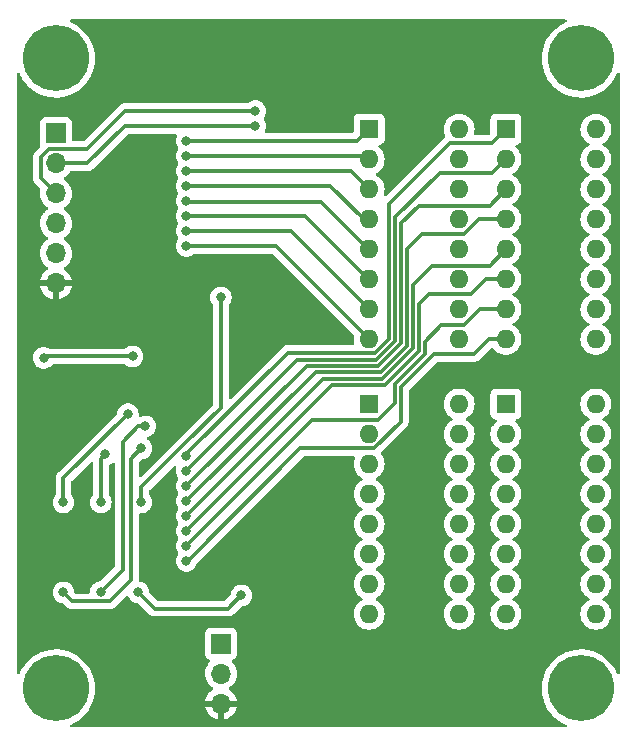
<source format=gbl>
G04 #@! TF.GenerationSoftware,KiCad,Pcbnew,6.0.4-1.fc35*
G04 #@! TF.CreationDate,2022-04-07T10:49:23-04:00*
G04 #@! TF.ProjectId,switch_mux_breakout,73776974-6368-45f6-9d75-785f62726561,0*
G04 #@! TF.SameCoordinates,Original*
G04 #@! TF.FileFunction,Copper,L2,Bot*
G04 #@! TF.FilePolarity,Positive*
%FSLAX46Y46*%
G04 Gerber Fmt 4.6, Leading zero omitted, Abs format (unit mm)*
G04 Created by KiCad (PCBNEW 6.0.4-1.fc35) date 2022-04-07 10:49:23*
%MOMM*%
%LPD*%
G01*
G04 APERTURE LIST*
G04 #@! TA.AperFunction,ComponentPad*
%ADD10R,1.600000X1.600000*%
G04 #@! TD*
G04 #@! TA.AperFunction,ComponentPad*
%ADD11O,1.600000X1.600000*%
G04 #@! TD*
G04 #@! TA.AperFunction,ComponentPad*
%ADD12R,1.700000X1.700000*%
G04 #@! TD*
G04 #@! TA.AperFunction,ComponentPad*
%ADD13O,1.700000X1.700000*%
G04 #@! TD*
G04 #@! TA.AperFunction,ComponentPad*
%ADD14C,5.600000*%
G04 #@! TD*
G04 #@! TA.AperFunction,ViaPad*
%ADD15C,0.800000*%
G04 #@! TD*
G04 #@! TA.AperFunction,Conductor*
%ADD16C,0.300000*%
G04 #@! TD*
G04 APERTURE END LIST*
D10*
X140817500Y-68224400D03*
D11*
X140817500Y-70764400D03*
X140817500Y-73304400D03*
X140817500Y-75844400D03*
X140817500Y-78384400D03*
X140817500Y-80924400D03*
X140817500Y-83464400D03*
X140817500Y-86004400D03*
X148437500Y-86004400D03*
X148437500Y-83464400D03*
X148437500Y-80924400D03*
X148437500Y-78384400D03*
X148437500Y-75844400D03*
X148437500Y-73304400D03*
X148437500Y-70764400D03*
X148437500Y-68224400D03*
D10*
X152400000Y-91490800D03*
D11*
X152400000Y-94030800D03*
X152400000Y-96570800D03*
X152400000Y-99110800D03*
X152400000Y-101650800D03*
X152400000Y-104190800D03*
X152400000Y-106730800D03*
X152400000Y-109270800D03*
X160020000Y-109270800D03*
X160020000Y-106730800D03*
X160020000Y-104190800D03*
X160020000Y-101650800D03*
X160020000Y-99110800D03*
X160020000Y-96570800D03*
X160020000Y-94030800D03*
X160020000Y-91490800D03*
D10*
X140817600Y-91490800D03*
D11*
X140817600Y-94030800D03*
X140817600Y-96570800D03*
X140817600Y-99110800D03*
X140817600Y-101650800D03*
X140817600Y-104190800D03*
X140817600Y-106730800D03*
X140817600Y-109270800D03*
X148437600Y-109270800D03*
X148437600Y-106730800D03*
X148437600Y-104190800D03*
X148437600Y-101650800D03*
X148437600Y-99110800D03*
X148437600Y-96570800D03*
X148437600Y-94030800D03*
X148437600Y-91490800D03*
D12*
X114300000Y-68580000D03*
D13*
X114300000Y-71120000D03*
X114300000Y-73660000D03*
X114300000Y-76200000D03*
X114300000Y-78740000D03*
X114300000Y-81280000D03*
D14*
X158750000Y-62230000D03*
X158750000Y-115570000D03*
D10*
X152400000Y-68224400D03*
D11*
X152400000Y-70764400D03*
X152400000Y-73304400D03*
X152400000Y-75844400D03*
X152400000Y-78384400D03*
X152400000Y-80924400D03*
X152400000Y-83464400D03*
X152400000Y-86004400D03*
X160020000Y-86004400D03*
X160020000Y-83464400D03*
X160020000Y-80924400D03*
X160020000Y-78384400D03*
X160020000Y-75844400D03*
X160020000Y-73304400D03*
X160020000Y-70764400D03*
X160020000Y-68224400D03*
D12*
X128270000Y-111775000D03*
D13*
X128270000Y-114315000D03*
X128270000Y-116855000D03*
D14*
X114300000Y-115570000D03*
X114299999Y-62229999D03*
D15*
X121285000Y-107442000D03*
X114935000Y-107442000D03*
X121539000Y-95250000D03*
X120396000Y-92329000D03*
X114935000Y-99822000D03*
X121539000Y-99822000D03*
X129921000Y-87757000D03*
X118110000Y-99822000D03*
X131191000Y-67945000D03*
X131191000Y-66675000D03*
X113258600Y-87579200D03*
X120789900Y-87452200D03*
X128270000Y-82448400D03*
X118491000Y-95758000D03*
X129997200Y-107696000D03*
X125349000Y-69215000D03*
X125349000Y-95885000D03*
X125349000Y-70485000D03*
X125349000Y-97155000D03*
X125349000Y-71755000D03*
X125349000Y-98425000D03*
X125349000Y-73025000D03*
X125349000Y-99695000D03*
X125349000Y-74295000D03*
X125349000Y-100965000D03*
X125349000Y-75565000D03*
X125349000Y-102235000D03*
X125349000Y-76835000D03*
X125349000Y-103505000D03*
X125349000Y-78105000D03*
X125349000Y-104775000D03*
X121869200Y-93370400D03*
X118110000Y-107391200D03*
X123621800Y-107492800D03*
X128701800Y-61010800D03*
X116535200Y-103860600D03*
X123520200Y-81280000D03*
X121412000Y-61010800D03*
D16*
X118110000Y-96139000D02*
X118110000Y-99822000D01*
X118491000Y-95758000D02*
X118110000Y-96139000D01*
X121285000Y-107442000D02*
X122656600Y-108813600D01*
X122656600Y-108813600D02*
X128879600Y-108813600D01*
X128879600Y-108813600D02*
X129997200Y-107696000D01*
X118237000Y-108204000D02*
X115697000Y-108204000D01*
X120650000Y-106426000D02*
X120523000Y-106553000D01*
X115697000Y-108204000D02*
X114935000Y-107442000D01*
X120650000Y-96139000D02*
X120650000Y-106426000D01*
X121539000Y-95250000D02*
X120650000Y-96139000D01*
X120523000Y-106553000D02*
X118872000Y-108204000D01*
X118872000Y-108204000D02*
X118237000Y-108204000D01*
X114935000Y-97790000D02*
X120396000Y-92329000D01*
X114935000Y-99822000D02*
X114935000Y-97790000D01*
X121539000Y-98552000D02*
X121539000Y-99822000D01*
X125349000Y-94742000D02*
X121539000Y-98552000D01*
X128270000Y-85191600D02*
X128270000Y-91821000D01*
X128270000Y-91821000D02*
X125349000Y-94742000D01*
X116967000Y-71120000D02*
X114300000Y-71120000D01*
X120142000Y-67945000D02*
X116967000Y-71120000D01*
X131191000Y-67945000D02*
X120142000Y-67945000D01*
X120142000Y-66675000D02*
X116896511Y-69920489D01*
X131191000Y-66675000D02*
X120142000Y-66675000D01*
X113030000Y-72390000D02*
X114300000Y-73660000D01*
X113030000Y-70612000D02*
X113030000Y-72390000D01*
X113721511Y-69920489D02*
X113030000Y-70612000D01*
X116896511Y-69920489D02*
X113721511Y-69920489D01*
X120789900Y-87452200D02*
X113385600Y-87452200D01*
X113385600Y-87452200D02*
X113258600Y-87579200D01*
X128270000Y-82448400D02*
X128270000Y-85191600D01*
X140817500Y-68224400D02*
X139826900Y-69215000D01*
X139826900Y-69215000D02*
X125349000Y-69215000D01*
X142494000Y-74548999D02*
X147669088Y-69373911D01*
X133953089Y-87153911D02*
X141293644Y-87153911D01*
X147669088Y-69373911D02*
X151250489Y-69373911D01*
X141293644Y-87153911D02*
X142494000Y-85953555D01*
X142494000Y-85953555D02*
X142494000Y-74548999D01*
X125349000Y-95758000D02*
X133953089Y-87153911D01*
X151250489Y-69373911D02*
X152400000Y-68224400D01*
X125349000Y-95885000D02*
X125349000Y-95758000D01*
X140538100Y-70485000D02*
X125349000Y-70485000D01*
X140817500Y-70764400D02*
X140538100Y-70485000D01*
X143002000Y-75692000D02*
X146780089Y-71913911D01*
X151250489Y-71913911D02*
X152400000Y-70764400D01*
X141396983Y-87757000D02*
X143002000Y-86151983D01*
X125349000Y-97155000D02*
X134747000Y-87757000D01*
X146780089Y-71913911D02*
X151250489Y-71913911D01*
X143002000Y-86151983D02*
X143002000Y-75692000D01*
X134747000Y-87757000D02*
X141396983Y-87757000D01*
X140817500Y-73304400D02*
X139268100Y-71755000D01*
X139268100Y-71755000D02*
X125349000Y-71755000D01*
X145015111Y-74694889D02*
X151009511Y-74694889D01*
X151009511Y-74694889D02*
X152400000Y-73304400D01*
X125349000Y-98425000D02*
X135517480Y-88256520D01*
X135517480Y-88256520D02*
X141603891Y-88256520D01*
X141603891Y-88256520D02*
X143510000Y-86350411D01*
X143510000Y-76200000D02*
X145015111Y-74694889D01*
X143510000Y-86350411D02*
X143510000Y-76200000D01*
X140360400Y-75844400D02*
X137541000Y-73025000D01*
X140817500Y-75844400D02*
X140360400Y-75844400D01*
X137541000Y-73025000D02*
X125349000Y-73025000D01*
X148844000Y-77089000D02*
X150088600Y-75844400D01*
X125349000Y-99695000D02*
X136287960Y-88756040D01*
X141810800Y-88756039D02*
X144018000Y-86548838D01*
X150088600Y-75844400D02*
X152400000Y-75844400D01*
X136287960Y-88756040D02*
X141810800Y-88756039D01*
X144018000Y-86548838D02*
X144018000Y-78359000D01*
X145288000Y-77089000D02*
X148844000Y-77089000D01*
X144018000Y-78359000D02*
X145288000Y-77089000D01*
X140741400Y-78384400D02*
X136779000Y-74422000D01*
X136779000Y-74422000D02*
X125476000Y-74422000D01*
X140817500Y-78384400D02*
X140741400Y-78384400D01*
X125476000Y-74422000D02*
X125349000Y-74295000D01*
X144517519Y-86755747D02*
X144517519Y-81415481D01*
X125349000Y-100965000D02*
X136906000Y-89408000D01*
X151009511Y-79774889D02*
X152400000Y-78384400D01*
X144517519Y-81415481D02*
X146158111Y-79774889D01*
X136906000Y-89408000D02*
X141865268Y-89408000D01*
X141865268Y-89408000D02*
X144517519Y-86755747D01*
X146158111Y-79774889D02*
X151009511Y-79774889D01*
X140817500Y-80924400D02*
X140741400Y-80924400D01*
X140741400Y-80924400D02*
X135382000Y-75565000D01*
X135382000Y-75565000D02*
X125349000Y-75565000D01*
X125349000Y-102235000D02*
X137676480Y-89907520D01*
X150723600Y-80924400D02*
X152400000Y-80924400D01*
X149479000Y-82169000D02*
X150723600Y-80924400D01*
X142121480Y-89907520D02*
X145034000Y-86995000D01*
X145923000Y-82169000D02*
X149479000Y-82169000D01*
X137676480Y-89907520D02*
X142121480Y-89907520D01*
X145034000Y-83058000D02*
X145923000Y-82169000D01*
X145034000Y-86995000D02*
X145034000Y-83058000D01*
X125349000Y-76835000D02*
X134188100Y-76835000D01*
X140817500Y-83464400D02*
X134188100Y-76835000D01*
X150215600Y-83464400D02*
X152400000Y-83464400D01*
X145533519Y-86241481D02*
X146939000Y-84836000D01*
X143002000Y-91440000D02*
X143002000Y-89789000D01*
X136017000Y-92837000D02*
X141605000Y-92837000D01*
X125349000Y-103505000D02*
X136017000Y-92837000D01*
X141605000Y-92837000D02*
X143002000Y-91440000D01*
X146939000Y-84836000D02*
X148844000Y-84836000D01*
X145533519Y-87257481D02*
X145533519Y-86241481D01*
X148844000Y-84836000D02*
X150215600Y-83464400D01*
X143002000Y-89789000D02*
X145533519Y-87257481D01*
X132918100Y-78105000D02*
X125349000Y-78105000D01*
X140817500Y-86004400D02*
X132918100Y-78105000D01*
X125349000Y-104775000D02*
X125476000Y-104775000D01*
X150977600Y-86004400D02*
X152400000Y-86004400D01*
X125476000Y-104775000D02*
X135001000Y-95250000D01*
X143501519Y-90051481D02*
X146304000Y-87249000D01*
X143501519Y-92972536D02*
X143501519Y-90051481D01*
X146304000Y-87249000D02*
X149733000Y-87249000D01*
X141224055Y-95250000D02*
X143501519Y-92972536D01*
X149733000Y-87249000D02*
X150977600Y-86004400D01*
X135001000Y-95250000D02*
X141224055Y-95250000D01*
X118110000Y-107391200D02*
X119938800Y-105562400D01*
X121259600Y-93370400D02*
X121869200Y-93370400D01*
X119938800Y-105562400D02*
X119938800Y-94691200D01*
X119938800Y-94691200D02*
X121259600Y-93370400D01*
G04 #@! TA.AperFunction,Conductor*
G36*
X157434887Y-58928500D02*
G01*
X157503008Y-58948502D01*
X157549501Y-59002158D01*
X157559605Y-59072432D01*
X157530111Y-59137012D01*
X157487538Y-59168972D01*
X157204694Y-59299066D01*
X157201760Y-59300822D01*
X157201758Y-59300823D01*
X157198051Y-59303042D01*
X156897193Y-59483101D01*
X156894467Y-59485163D01*
X156894465Y-59485164D01*
X156885895Y-59491646D01*
X156611367Y-59699270D01*
X156350559Y-59945043D01*
X156117819Y-60217546D01*
X156115900Y-60220358D01*
X156115897Y-60220363D01*
X156022624Y-60357097D01*
X155915871Y-60513591D01*
X155747077Y-60829714D01*
X155613411Y-61162218D01*
X155516437Y-61507213D01*
X155515875Y-61510570D01*
X155515875Y-61510571D01*
X155514548Y-61518504D01*
X155457290Y-61860663D01*
X155436661Y-62218434D01*
X155436833Y-62221829D01*
X155436833Y-62221830D01*
X155448175Y-62445722D01*
X155454792Y-62576340D01*
X155511470Y-62930195D01*
X155606033Y-63275859D01*
X155737374Y-63609288D01*
X155768151Y-63667909D01*
X155902370Y-63923559D01*
X155903957Y-63926582D01*
X155905858Y-63929411D01*
X155905864Y-63929421D01*
X156089569Y-64202800D01*
X156103834Y-64224029D01*
X156334665Y-64498150D01*
X156593751Y-64745738D01*
X156878061Y-64963897D01*
X156910054Y-64983349D01*
X157181355Y-65148303D01*
X157181360Y-65148306D01*
X157184270Y-65150075D01*
X157187355Y-65151520D01*
X157187357Y-65151521D01*
X157505710Y-65300649D01*
X157505720Y-65300653D01*
X157508794Y-65302093D01*
X157512012Y-65303195D01*
X157512015Y-65303196D01*
X157844615Y-65417071D01*
X157844623Y-65417073D01*
X157847838Y-65418174D01*
X158197435Y-65496959D01*
X158249728Y-65502917D01*
X158550114Y-65537142D01*
X158550122Y-65537142D01*
X158553497Y-65537527D01*
X158556901Y-65537545D01*
X158556904Y-65537545D01*
X158751227Y-65538562D01*
X158911857Y-65539403D01*
X158915243Y-65539053D01*
X158915245Y-65539053D01*
X159264932Y-65502917D01*
X159264941Y-65502916D01*
X159268324Y-65502566D01*
X159271657Y-65501852D01*
X159271660Y-65501851D01*
X159444186Y-65464864D01*
X159618727Y-65427446D01*
X159958968Y-65314922D01*
X160285066Y-65166311D01*
X160379052Y-65110506D01*
X160590262Y-64985099D01*
X160590267Y-64985096D01*
X160593207Y-64983350D01*
X160879786Y-64768180D01*
X161141451Y-64523319D01*
X161375140Y-64251630D01*
X161481750Y-64096512D01*
X161576190Y-63959101D01*
X161576195Y-63959094D01*
X161578120Y-63956292D01*
X161579732Y-63953298D01*
X161579737Y-63953290D01*
X161746395Y-63643772D01*
X161748017Y-63640760D01*
X161808756Y-63491177D01*
X161852917Y-63435586D01*
X161920123Y-63412696D01*
X161989035Y-63429773D01*
X162037775Y-63481396D01*
X162051499Y-63538581D01*
X162051498Y-76223500D01*
X162051497Y-114260852D01*
X162031495Y-114328973D01*
X161977839Y-114375466D01*
X161907565Y-114385570D01*
X161842985Y-114356076D01*
X161808426Y-114307440D01*
X161759052Y-114183369D01*
X161757793Y-114180205D01*
X161594053Y-113870954D01*
X161591702Y-113866513D01*
X161591698Y-113866506D01*
X161590103Y-113863494D01*
X161389190Y-113566746D01*
X161157403Y-113293432D01*
X160897454Y-113046750D01*
X160677107Y-112878891D01*
X160615091Y-112831647D01*
X160615089Y-112831646D01*
X160612384Y-112829585D01*
X160609472Y-112827828D01*
X160609467Y-112827825D01*
X160308443Y-112646236D01*
X160308437Y-112646233D01*
X160305528Y-112644478D01*
X159980475Y-112493593D01*
X159810751Y-112436145D01*
X159644255Y-112379789D01*
X159644250Y-112379788D01*
X159641028Y-112378697D01*
X159442681Y-112334724D01*
X159294493Y-112301871D01*
X159294487Y-112301870D01*
X159291158Y-112301132D01*
X159287769Y-112300758D01*
X159287764Y-112300757D01*
X158938338Y-112262180D01*
X158938333Y-112262180D01*
X158934957Y-112261807D01*
X158931558Y-112261801D01*
X158931557Y-112261801D01*
X158762080Y-112261505D01*
X158576592Y-112261182D01*
X158463413Y-112273277D01*
X158223639Y-112298901D01*
X158223631Y-112298902D01*
X158220256Y-112299263D01*
X157870117Y-112375606D01*
X157530271Y-112489317D01*
X157527178Y-112490739D01*
X157527177Y-112490740D01*
X157520974Y-112493593D01*
X157204694Y-112639066D01*
X157201760Y-112640822D01*
X157201758Y-112640823D01*
X157031509Y-112742715D01*
X156897193Y-112823101D01*
X156894467Y-112825163D01*
X156894465Y-112825164D01*
X156678813Y-112988261D01*
X156611367Y-113039270D01*
X156608882Y-113041612D01*
X156608877Y-113041616D01*
X156526192Y-113119535D01*
X156350559Y-113285043D01*
X156348347Y-113287633D01*
X156348345Y-113287635D01*
X156341171Y-113296035D01*
X156117819Y-113557546D01*
X156115900Y-113560358D01*
X156115897Y-113560363D01*
X156063346Y-113637401D01*
X155915871Y-113853591D01*
X155747077Y-114169714D01*
X155613411Y-114502218D01*
X155612491Y-114505492D01*
X155612489Y-114505497D01*
X155523678Y-114821453D01*
X155516437Y-114847213D01*
X155515875Y-114850570D01*
X155515875Y-114850571D01*
X155470774Y-115120088D01*
X155457290Y-115200663D01*
X155436661Y-115558434D01*
X155454792Y-115916340D01*
X155455329Y-115919695D01*
X155455330Y-115919701D01*
X155472665Y-116027926D01*
X155511470Y-116270195D01*
X155606033Y-116615859D01*
X155737374Y-116949288D01*
X155768151Y-117007909D01*
X155823311Y-117112973D01*
X155903957Y-117266582D01*
X155905858Y-117269411D01*
X155905864Y-117269421D01*
X156037022Y-117464603D01*
X156103834Y-117564029D01*
X156334665Y-117838150D01*
X156593751Y-118085738D01*
X156878061Y-118303897D01*
X156910056Y-118323350D01*
X157181355Y-118488303D01*
X157181360Y-118488306D01*
X157184270Y-118490075D01*
X157187358Y-118491521D01*
X157187357Y-118491521D01*
X157485958Y-118631396D01*
X157539161Y-118678406D01*
X157558503Y-118746717D01*
X157537843Y-118814641D01*
X157483740Y-118860613D01*
X157432509Y-118871498D01*
X136597644Y-118871498D01*
X115614058Y-118871497D01*
X115545937Y-118851495D01*
X115499444Y-118797839D01*
X115489340Y-118727565D01*
X115518834Y-118662985D01*
X115561807Y-118630842D01*
X115831954Y-118507729D01*
X115835066Y-118506311D01*
X115929052Y-118450506D01*
X116140262Y-118325099D01*
X116140267Y-118325096D01*
X116143207Y-118323350D01*
X116429786Y-118108180D01*
X116691451Y-117863319D01*
X116925140Y-117591630D01*
X117083464Y-117361267D01*
X117126190Y-117299101D01*
X117126195Y-117299094D01*
X117128120Y-117296292D01*
X117129732Y-117293298D01*
X117129737Y-117293290D01*
X117221447Y-117122966D01*
X126938257Y-117122966D01*
X126968565Y-117257446D01*
X126971645Y-117267275D01*
X127051770Y-117464603D01*
X127056413Y-117473794D01*
X127167694Y-117655388D01*
X127173777Y-117663699D01*
X127313213Y-117824667D01*
X127320580Y-117831883D01*
X127484434Y-117967916D01*
X127492881Y-117973831D01*
X127676756Y-118081279D01*
X127686042Y-118085729D01*
X127885001Y-118161703D01*
X127894899Y-118164579D01*
X127998250Y-118185606D01*
X128012299Y-118184410D01*
X128016000Y-118174065D01*
X128016000Y-118173517D01*
X128524000Y-118173517D01*
X128528064Y-118187359D01*
X128541478Y-118189393D01*
X128548184Y-118188534D01*
X128558262Y-118186392D01*
X128762255Y-118125191D01*
X128771842Y-118121433D01*
X128963095Y-118027739D01*
X128971945Y-118022464D01*
X129145328Y-117898792D01*
X129153200Y-117892139D01*
X129304052Y-117741812D01*
X129310730Y-117733965D01*
X129435003Y-117561020D01*
X129440313Y-117552183D01*
X129534670Y-117361267D01*
X129538469Y-117351672D01*
X129600377Y-117147910D01*
X129602555Y-117137837D01*
X129603986Y-117126962D01*
X129601775Y-117112778D01*
X129588617Y-117109000D01*
X128542115Y-117109000D01*
X128526876Y-117113475D01*
X128525671Y-117114865D01*
X128524000Y-117122548D01*
X128524000Y-118173517D01*
X128016000Y-118173517D01*
X128016000Y-117127115D01*
X128011525Y-117111876D01*
X128010135Y-117110671D01*
X128002452Y-117109000D01*
X126953225Y-117109000D01*
X126939694Y-117112973D01*
X126938257Y-117122966D01*
X117221447Y-117122966D01*
X117296395Y-116983772D01*
X117298017Y-116980760D01*
X117432842Y-116648724D01*
X117443142Y-116612568D01*
X117497747Y-116420875D01*
X117531020Y-116304070D01*
X117591401Y-115950828D01*
X117593511Y-115916340D01*
X117613168Y-115594928D01*
X117613278Y-115593131D01*
X117613359Y-115570000D01*
X117593979Y-115212159D01*
X117536066Y-114858505D01*
X117440297Y-114513173D01*
X117437243Y-114505497D01*
X117348181Y-114281695D01*
X126907251Y-114281695D01*
X126907548Y-114286848D01*
X126907548Y-114286851D01*
X126913011Y-114381590D01*
X126920110Y-114504715D01*
X126921247Y-114509761D01*
X126921248Y-114509767D01*
X126922016Y-114513173D01*
X126969222Y-114722639D01*
X127053266Y-114929616D01*
X127169987Y-115120088D01*
X127316250Y-115288938D01*
X127488126Y-115431632D01*
X127561955Y-115474774D01*
X127610679Y-115526412D01*
X127623750Y-115596195D01*
X127597019Y-115661967D01*
X127556562Y-115695327D01*
X127548457Y-115699546D01*
X127539738Y-115705036D01*
X127369433Y-115832905D01*
X127361726Y-115839748D01*
X127214590Y-115993717D01*
X127208104Y-116001727D01*
X127088098Y-116177649D01*
X127083000Y-116186623D01*
X126993338Y-116379783D01*
X126989775Y-116389470D01*
X126934389Y-116589183D01*
X126935912Y-116597607D01*
X126948292Y-116601000D01*
X129588344Y-116601000D01*
X129601875Y-116597027D01*
X129603180Y-116587947D01*
X129561214Y-116420875D01*
X129557894Y-116411124D01*
X129472972Y-116215814D01*
X129468105Y-116206739D01*
X129352426Y-116027926D01*
X129346136Y-116019757D01*
X129202806Y-115862240D01*
X129195273Y-115855215D01*
X129028139Y-115723222D01*
X129019556Y-115717520D01*
X128982602Y-115697120D01*
X128932631Y-115646687D01*
X128917859Y-115577245D01*
X128942975Y-115510839D01*
X128970327Y-115484232D01*
X128993797Y-115467491D01*
X129149860Y-115356173D01*
X129308096Y-115198489D01*
X129367594Y-115115689D01*
X129435435Y-115021277D01*
X129438453Y-115017077D01*
X129522405Y-114847213D01*
X129535136Y-114821453D01*
X129535137Y-114821451D01*
X129537430Y-114816811D01*
X129602370Y-114603069D01*
X129631529Y-114381590D01*
X129631679Y-114375466D01*
X129633074Y-114318365D01*
X129633074Y-114318361D01*
X129633156Y-114315000D01*
X129614852Y-114092361D01*
X129560431Y-113875702D01*
X129471354Y-113670840D01*
X129431906Y-113609862D01*
X129352822Y-113487617D01*
X129352820Y-113487614D01*
X129350014Y-113483277D01*
X129346532Y-113479450D01*
X129202798Y-113321488D01*
X129171746Y-113257642D01*
X129180141Y-113187143D01*
X129225317Y-113132375D01*
X129251761Y-113118706D01*
X129358297Y-113078767D01*
X129366705Y-113075615D01*
X129483261Y-112988261D01*
X129570615Y-112871705D01*
X129621745Y-112735316D01*
X129628500Y-112673134D01*
X129628500Y-110876866D01*
X129621745Y-110814684D01*
X129570615Y-110678295D01*
X129483261Y-110561739D01*
X129366705Y-110474385D01*
X129230316Y-110423255D01*
X129168134Y-110416500D01*
X127371866Y-110416500D01*
X127309684Y-110423255D01*
X127173295Y-110474385D01*
X127056739Y-110561739D01*
X126969385Y-110678295D01*
X126918255Y-110814684D01*
X126911500Y-110876866D01*
X126911500Y-112673134D01*
X126918255Y-112735316D01*
X126969385Y-112871705D01*
X127056739Y-112988261D01*
X127173295Y-113075615D01*
X127181704Y-113078767D01*
X127181705Y-113078768D01*
X127290451Y-113119535D01*
X127347216Y-113162176D01*
X127371916Y-113228738D01*
X127356709Y-113298087D01*
X127337316Y-113324568D01*
X127210629Y-113457138D01*
X127207715Y-113461410D01*
X127207714Y-113461411D01*
X127133933Y-113569570D01*
X127084743Y-113641680D01*
X126990688Y-113844305D01*
X126930989Y-114059570D01*
X126907251Y-114281695D01*
X117348181Y-114281695D01*
X117309052Y-114183369D01*
X117307793Y-114180205D01*
X117144053Y-113870954D01*
X117141702Y-113866513D01*
X117141698Y-113866506D01*
X117140103Y-113863494D01*
X116939190Y-113566746D01*
X116707403Y-113293432D01*
X116447454Y-113046750D01*
X116227107Y-112878891D01*
X116165091Y-112831647D01*
X116165089Y-112831646D01*
X116162384Y-112829585D01*
X116159472Y-112827828D01*
X116159467Y-112827825D01*
X115858443Y-112646236D01*
X115858437Y-112646233D01*
X115855528Y-112644478D01*
X115530475Y-112493593D01*
X115360751Y-112436145D01*
X115194255Y-112379789D01*
X115194250Y-112379788D01*
X115191028Y-112378697D01*
X114992681Y-112334724D01*
X114844493Y-112301871D01*
X114844487Y-112301870D01*
X114841158Y-112301132D01*
X114837769Y-112300758D01*
X114837764Y-112300757D01*
X114488338Y-112262180D01*
X114488333Y-112262180D01*
X114484957Y-112261807D01*
X114481558Y-112261801D01*
X114481557Y-112261801D01*
X114312080Y-112261505D01*
X114126592Y-112261182D01*
X114013413Y-112273277D01*
X113773639Y-112298901D01*
X113773631Y-112298902D01*
X113770256Y-112299263D01*
X113420117Y-112375606D01*
X113080271Y-112489317D01*
X113077178Y-112490739D01*
X113077177Y-112490740D01*
X113070974Y-112493593D01*
X112754694Y-112639066D01*
X112751760Y-112640822D01*
X112751758Y-112640823D01*
X112581509Y-112742715D01*
X112447193Y-112823101D01*
X112444467Y-112825163D01*
X112444465Y-112825164D01*
X112228813Y-112988261D01*
X112161367Y-113039270D01*
X112158882Y-113041612D01*
X112158877Y-113041616D01*
X112076192Y-113119535D01*
X111900559Y-113285043D01*
X111898347Y-113287633D01*
X111898345Y-113287635D01*
X111891171Y-113296035D01*
X111667819Y-113557546D01*
X111665900Y-113560358D01*
X111665897Y-113560363D01*
X111613346Y-113637401D01*
X111465871Y-113853591D01*
X111297077Y-114169714D01*
X111295806Y-114172875D01*
X111295803Y-114172882D01*
X111241404Y-114308204D01*
X111197438Y-114363949D01*
X111130313Y-114387074D01*
X111061341Y-114370237D01*
X111012421Y-114318785D01*
X110998497Y-114261208D01*
X110998498Y-102105025D01*
X110998498Y-87579200D01*
X112345096Y-87579200D01*
X112345786Y-87585765D01*
X112363182Y-87751275D01*
X112365058Y-87769128D01*
X112424073Y-87950756D01*
X112519560Y-88116144D01*
X112523978Y-88121051D01*
X112523979Y-88121052D01*
X112536492Y-88134949D01*
X112647347Y-88258066D01*
X112730264Y-88318309D01*
X112786722Y-88359328D01*
X112801848Y-88370318D01*
X112807876Y-88373002D01*
X112807878Y-88373003D01*
X112970281Y-88445309D01*
X112976312Y-88447994D01*
X113069713Y-88467847D01*
X113156656Y-88486328D01*
X113156661Y-88486328D01*
X113163113Y-88487700D01*
X113354087Y-88487700D01*
X113360539Y-88486328D01*
X113360544Y-88486328D01*
X113447487Y-88467847D01*
X113540888Y-88447994D01*
X113546919Y-88445309D01*
X113709322Y-88373003D01*
X113709324Y-88373002D01*
X113715352Y-88370318D01*
X113730479Y-88359328D01*
X113786936Y-88318309D01*
X113869853Y-88258066D01*
X113965004Y-88152390D01*
X114025450Y-88115150D01*
X114058640Y-88110700D01*
X120109676Y-88110700D01*
X120177797Y-88130702D01*
X120183734Y-88134762D01*
X120333148Y-88243318D01*
X120339176Y-88246002D01*
X120339178Y-88246003D01*
X120374994Y-88261949D01*
X120507612Y-88320994D01*
X120601013Y-88340847D01*
X120687956Y-88359328D01*
X120687961Y-88359328D01*
X120694413Y-88360700D01*
X120885387Y-88360700D01*
X120891839Y-88359328D01*
X120891844Y-88359328D01*
X120978787Y-88340847D01*
X121072188Y-88320994D01*
X121204806Y-88261949D01*
X121240622Y-88246003D01*
X121240624Y-88246002D01*
X121246652Y-88243318D01*
X121401153Y-88131066D01*
X121528940Y-87989144D01*
X121603297Y-87860354D01*
X121621123Y-87829479D01*
X121621124Y-87829478D01*
X121624427Y-87823756D01*
X121683442Y-87642128D01*
X121703404Y-87452200D01*
X121696130Y-87382994D01*
X121684132Y-87268835D01*
X121684132Y-87268833D01*
X121683442Y-87262272D01*
X121624427Y-87080644D01*
X121528940Y-86915256D01*
X121401153Y-86773334D01*
X121302057Y-86701336D01*
X121251994Y-86664963D01*
X121251993Y-86664962D01*
X121246652Y-86661082D01*
X121240624Y-86658398D01*
X121240622Y-86658397D01*
X121078219Y-86586091D01*
X121078218Y-86586091D01*
X121072188Y-86583406D01*
X120978787Y-86563553D01*
X120891844Y-86545072D01*
X120891839Y-86545072D01*
X120885387Y-86543700D01*
X120694413Y-86543700D01*
X120687961Y-86545072D01*
X120687956Y-86545072D01*
X120601013Y-86563553D01*
X120507612Y-86583406D01*
X120501582Y-86586091D01*
X120501581Y-86586091D01*
X120339178Y-86658397D01*
X120339176Y-86658398D01*
X120333148Y-86661082D01*
X120327807Y-86664962D01*
X120327806Y-86664963D01*
X120267148Y-86709034D01*
X120183992Y-86769451D01*
X120183737Y-86769636D01*
X120116869Y-86793494D01*
X120109676Y-86793700D01*
X113754753Y-86793700D01*
X113703504Y-86782807D01*
X113546919Y-86713091D01*
X113546918Y-86713091D01*
X113540888Y-86710406D01*
X113447488Y-86690553D01*
X113360544Y-86672072D01*
X113360539Y-86672072D01*
X113354087Y-86670700D01*
X113163113Y-86670700D01*
X113156661Y-86672072D01*
X113156656Y-86672072D01*
X113069712Y-86690553D01*
X112976312Y-86710406D01*
X112970282Y-86713091D01*
X112970281Y-86713091D01*
X112807878Y-86785397D01*
X112807876Y-86785398D01*
X112801848Y-86788082D01*
X112796507Y-86791962D01*
X112796506Y-86791963D01*
X112746443Y-86828336D01*
X112647347Y-86900334D01*
X112642926Y-86905244D01*
X112642925Y-86905245D01*
X112545221Y-87013757D01*
X112519560Y-87042256D01*
X112424073Y-87207644D01*
X112365058Y-87389272D01*
X112345096Y-87579200D01*
X110998498Y-87579200D01*
X110998498Y-81547966D01*
X112968257Y-81547966D01*
X112998565Y-81682446D01*
X113001645Y-81692275D01*
X113081770Y-81889603D01*
X113086413Y-81898794D01*
X113197694Y-82080388D01*
X113203777Y-82088699D01*
X113343213Y-82249667D01*
X113350580Y-82256883D01*
X113514434Y-82392916D01*
X113522881Y-82398831D01*
X113706756Y-82506279D01*
X113716042Y-82510729D01*
X113915001Y-82586703D01*
X113924899Y-82589579D01*
X114028250Y-82610606D01*
X114042299Y-82609410D01*
X114046000Y-82599065D01*
X114046000Y-82598517D01*
X114554000Y-82598517D01*
X114558064Y-82612359D01*
X114571478Y-82614393D01*
X114578184Y-82613534D01*
X114588262Y-82611392D01*
X114792255Y-82550191D01*
X114801842Y-82546433D01*
X114993095Y-82452739D01*
X115001945Y-82447464D01*
X115175328Y-82323792D01*
X115183200Y-82317139D01*
X115334052Y-82166812D01*
X115340730Y-82158965D01*
X115465003Y-81986020D01*
X115470313Y-81977183D01*
X115564670Y-81786267D01*
X115568469Y-81776672D01*
X115630377Y-81572910D01*
X115632555Y-81562837D01*
X115633986Y-81551962D01*
X115631775Y-81537778D01*
X115618617Y-81534000D01*
X114572115Y-81534000D01*
X114556876Y-81538475D01*
X114555671Y-81539865D01*
X114554000Y-81547548D01*
X114554000Y-82598517D01*
X114046000Y-82598517D01*
X114046000Y-81552115D01*
X114041525Y-81536876D01*
X114040135Y-81535671D01*
X114032452Y-81534000D01*
X112983225Y-81534000D01*
X112969694Y-81537973D01*
X112968257Y-81547966D01*
X110998498Y-81547966D01*
X110998498Y-76223500D01*
X110998498Y-70591152D01*
X112366594Y-70591152D01*
X112367340Y-70599043D01*
X112370941Y-70637138D01*
X112371500Y-70648996D01*
X112371500Y-72307944D01*
X112370941Y-72319800D01*
X112369212Y-72327537D01*
X112369461Y-72335459D01*
X112371438Y-72398369D01*
X112371500Y-72402327D01*
X112371500Y-72431432D01*
X112372056Y-72435832D01*
X112372988Y-72447664D01*
X112374438Y-72493831D01*
X112376650Y-72501444D01*
X112376650Y-72501445D01*
X112380419Y-72514416D01*
X112384430Y-72533782D01*
X112387118Y-72555064D01*
X112390034Y-72562429D01*
X112390035Y-72562433D01*
X112404126Y-72598021D01*
X112407965Y-72609231D01*
X112420855Y-72653600D01*
X112431775Y-72672065D01*
X112440466Y-72689805D01*
X112448365Y-72709756D01*
X112453151Y-72716343D01*
X112475516Y-72747126D01*
X112482033Y-72757048D01*
X112501507Y-72789977D01*
X112501510Y-72789981D01*
X112505547Y-72796807D01*
X112520711Y-72811971D01*
X112533551Y-72827004D01*
X112546159Y-72844357D01*
X112565633Y-72860467D01*
X112581752Y-72873802D01*
X112590532Y-72881792D01*
X112942101Y-73233361D01*
X112976127Y-73295673D01*
X112974424Y-73356125D01*
X112960989Y-73404570D01*
X112937251Y-73626695D01*
X112937548Y-73631848D01*
X112937548Y-73631851D01*
X112944825Y-73758056D01*
X112950110Y-73849715D01*
X112951247Y-73854761D01*
X112951248Y-73854767D01*
X112973392Y-73953023D01*
X112999222Y-74067639D01*
X113083266Y-74274616D01*
X113085965Y-74279020D01*
X113196995Y-74460205D01*
X113199987Y-74465088D01*
X113346250Y-74633938D01*
X113518126Y-74776632D01*
X113533995Y-74785905D01*
X113591445Y-74819476D01*
X113640169Y-74871114D01*
X113653240Y-74940897D01*
X113626509Y-75006669D01*
X113586055Y-75040027D01*
X113573607Y-75046507D01*
X113569474Y-75049610D01*
X113569471Y-75049612D01*
X113399100Y-75177530D01*
X113394965Y-75180635D01*
X113376718Y-75199729D01*
X113285107Y-75295595D01*
X113240629Y-75342138D01*
X113237715Y-75346410D01*
X113237714Y-75346411D01*
X113219838Y-75372617D01*
X113114743Y-75526680D01*
X113020688Y-75729305D01*
X112960989Y-75944570D01*
X112937251Y-76166695D01*
X112937548Y-76171848D01*
X112937548Y-76171851D01*
X112949812Y-76384547D01*
X112950110Y-76389715D01*
X112951247Y-76394761D01*
X112951248Y-76394767D01*
X112965235Y-76456829D01*
X112999222Y-76607639D01*
X113083266Y-76814616D01*
X113085965Y-76819020D01*
X113196995Y-77000205D01*
X113199987Y-77005088D01*
X113346250Y-77173938D01*
X113518126Y-77316632D01*
X113533995Y-77325905D01*
X113591445Y-77359476D01*
X113640169Y-77411114D01*
X113653240Y-77480897D01*
X113626509Y-77546669D01*
X113586055Y-77580027D01*
X113573607Y-77586507D01*
X113569474Y-77589610D01*
X113569471Y-77589612D01*
X113399100Y-77717530D01*
X113394965Y-77720635D01*
X113240629Y-77882138D01*
X113237715Y-77886410D01*
X113237714Y-77886411D01*
X113219838Y-77912617D01*
X113114743Y-78066680D01*
X113020688Y-78269305D01*
X112960989Y-78484570D01*
X112937251Y-78706695D01*
X112937548Y-78711848D01*
X112937548Y-78711851D01*
X112944858Y-78838625D01*
X112950110Y-78929715D01*
X112951247Y-78934761D01*
X112951248Y-78934767D01*
X112960353Y-78975166D01*
X112999222Y-79147639D01*
X113083266Y-79354616D01*
X113085965Y-79359020D01*
X113196995Y-79540205D01*
X113199987Y-79545088D01*
X113346250Y-79713938D01*
X113518126Y-79856632D01*
X113533995Y-79865905D01*
X113591955Y-79899774D01*
X113640679Y-79951412D01*
X113653750Y-80021195D01*
X113627019Y-80086967D01*
X113586562Y-80120327D01*
X113578457Y-80124546D01*
X113569738Y-80130036D01*
X113399433Y-80257905D01*
X113391726Y-80264748D01*
X113244590Y-80418717D01*
X113238104Y-80426727D01*
X113118098Y-80602649D01*
X113113000Y-80611623D01*
X113023338Y-80804783D01*
X113019775Y-80814470D01*
X112964389Y-81014183D01*
X112965912Y-81022607D01*
X112978292Y-81026000D01*
X115618344Y-81026000D01*
X115631875Y-81022027D01*
X115633180Y-81012947D01*
X115591214Y-80845875D01*
X115587894Y-80836124D01*
X115502972Y-80640814D01*
X115498105Y-80631739D01*
X115382426Y-80452926D01*
X115376136Y-80444757D01*
X115232806Y-80287240D01*
X115225273Y-80280215D01*
X115058139Y-80148222D01*
X115049556Y-80142520D01*
X115012602Y-80122120D01*
X114962631Y-80071687D01*
X114947859Y-80002245D01*
X114972975Y-79935839D01*
X115000327Y-79909232D01*
X115061069Y-79865905D01*
X115179860Y-79781173D01*
X115338096Y-79623489D01*
X115397594Y-79540689D01*
X115465435Y-79446277D01*
X115468453Y-79442077D01*
X115488063Y-79402400D01*
X115565136Y-79246453D01*
X115565137Y-79246451D01*
X115567430Y-79241811D01*
X115632370Y-79028069D01*
X115661529Y-78806590D01*
X115661680Y-78800405D01*
X115663074Y-78743365D01*
X115663074Y-78743361D01*
X115663156Y-78740000D01*
X115644852Y-78517361D01*
X115590431Y-78300702D01*
X115501354Y-78095840D01*
X115400839Y-77940467D01*
X115382822Y-77912617D01*
X115382820Y-77912614D01*
X115380014Y-77908277D01*
X115229670Y-77743051D01*
X115225619Y-77739852D01*
X115225615Y-77739848D01*
X115058414Y-77607800D01*
X115058410Y-77607798D01*
X115054359Y-77604598D01*
X115013053Y-77581796D01*
X114963084Y-77531364D01*
X114948312Y-77461921D01*
X114973428Y-77395516D01*
X115000780Y-77368909D01*
X115061069Y-77325905D01*
X115179860Y-77241173D01*
X115338096Y-77083489D01*
X115397594Y-77000689D01*
X115465435Y-76906277D01*
X115468453Y-76902077D01*
X115488063Y-76862400D01*
X115565136Y-76706453D01*
X115565137Y-76706451D01*
X115567430Y-76701811D01*
X115625092Y-76512024D01*
X115630865Y-76493023D01*
X115630865Y-76493021D01*
X115632370Y-76488069D01*
X115661529Y-76266590D01*
X115663156Y-76200000D01*
X115644852Y-75977361D01*
X115590431Y-75760702D01*
X115501354Y-75555840D01*
X115400839Y-75400467D01*
X115382822Y-75372617D01*
X115382820Y-75372614D01*
X115380014Y-75368277D01*
X115229670Y-75203051D01*
X115225619Y-75199852D01*
X115225615Y-75199848D01*
X115058414Y-75067800D01*
X115058410Y-75067798D01*
X115054359Y-75064598D01*
X115013053Y-75041796D01*
X114963084Y-74991364D01*
X114948312Y-74921921D01*
X114973428Y-74855516D01*
X115000780Y-74828909D01*
X115061069Y-74785905D01*
X115179860Y-74701173D01*
X115338096Y-74543489D01*
X115349118Y-74528151D01*
X115465435Y-74366277D01*
X115468453Y-74362077D01*
X115481818Y-74335036D01*
X115565136Y-74166453D01*
X115565137Y-74166451D01*
X115567430Y-74161811D01*
X115599900Y-74054940D01*
X115630865Y-73953023D01*
X115630865Y-73953021D01*
X115632370Y-73948069D01*
X115661529Y-73726590D01*
X115661611Y-73723240D01*
X115663074Y-73663365D01*
X115663074Y-73663361D01*
X115663156Y-73660000D01*
X115644852Y-73437361D01*
X115590431Y-73220702D01*
X115501354Y-73015840D01*
X115438729Y-72919036D01*
X115382822Y-72832617D01*
X115382820Y-72832614D01*
X115380014Y-72828277D01*
X115229670Y-72663051D01*
X115225619Y-72659852D01*
X115225615Y-72659848D01*
X115058414Y-72527800D01*
X115058410Y-72527798D01*
X115054359Y-72524598D01*
X115013053Y-72501796D01*
X114963084Y-72451364D01*
X114948312Y-72381921D01*
X114973428Y-72315516D01*
X115000780Y-72288909D01*
X115044603Y-72257650D01*
X115179860Y-72161173D01*
X115338096Y-72003489D01*
X115462060Y-71830974D01*
X115518055Y-71787326D01*
X115564383Y-71778500D01*
X116884944Y-71778500D01*
X116896800Y-71779059D01*
X116896803Y-71779059D01*
X116904537Y-71780788D01*
X116975369Y-71778562D01*
X116979327Y-71778500D01*
X117008432Y-71778500D01*
X117012832Y-71777944D01*
X117024664Y-71777012D01*
X117070831Y-71775562D01*
X117091421Y-71769580D01*
X117110782Y-71765570D01*
X117117770Y-71764688D01*
X117124204Y-71763875D01*
X117124205Y-71763875D01*
X117132064Y-71762882D01*
X117139429Y-71759966D01*
X117139433Y-71759965D01*
X117175021Y-71745874D01*
X117186231Y-71742035D01*
X117230600Y-71729145D01*
X117249065Y-71718225D01*
X117266805Y-71709534D01*
X117286756Y-71701635D01*
X117324129Y-71674482D01*
X117334048Y-71667967D01*
X117366977Y-71648493D01*
X117366981Y-71648490D01*
X117373807Y-71644453D01*
X117388971Y-71629289D01*
X117404005Y-71616448D01*
X117421357Y-71603841D01*
X117450803Y-71568247D01*
X117458792Y-71559468D01*
X120377855Y-68640405D01*
X120440167Y-68606379D01*
X120466950Y-68603500D01*
X124434767Y-68603500D01*
X124502888Y-68623502D01*
X124549381Y-68677158D01*
X124559485Y-68747432D01*
X124543887Y-68792497D01*
X124514473Y-68843444D01*
X124455458Y-69025072D01*
X124454768Y-69031633D01*
X124454768Y-69031635D01*
X124444760Y-69126860D01*
X124435496Y-69215000D01*
X124436186Y-69221565D01*
X124452889Y-69380481D01*
X124455458Y-69404928D01*
X124514473Y-69586556D01*
X124609960Y-69751944D01*
X124622338Y-69765691D01*
X124653054Y-69829697D01*
X124644290Y-69900150D01*
X124622339Y-69934307D01*
X124609960Y-69948056D01*
X124606659Y-69953774D01*
X124517818Y-70107651D01*
X124514473Y-70113444D01*
X124455458Y-70295072D01*
X124454768Y-70301633D01*
X124454768Y-70301635D01*
X124444636Y-70398037D01*
X124435496Y-70485000D01*
X124436186Y-70491565D01*
X124440331Y-70530998D01*
X124455458Y-70674928D01*
X124514473Y-70856556D01*
X124609960Y-71021944D01*
X124622338Y-71035691D01*
X124653054Y-71099697D01*
X124644290Y-71170150D01*
X124622339Y-71204307D01*
X124609960Y-71218056D01*
X124514473Y-71383444D01*
X124455458Y-71565072D01*
X124454768Y-71571633D01*
X124454768Y-71571635D01*
X124436685Y-71743688D01*
X124435496Y-71755000D01*
X124436186Y-71761565D01*
X124452860Y-71920205D01*
X124455458Y-71944928D01*
X124514473Y-72126556D01*
X124609960Y-72291944D01*
X124622338Y-72305691D01*
X124653054Y-72369697D01*
X124644290Y-72440150D01*
X124622339Y-72474307D01*
X124609960Y-72488056D01*
X124583559Y-72533784D01*
X124517818Y-72647651D01*
X124514473Y-72653444D01*
X124455458Y-72835072D01*
X124454768Y-72841633D01*
X124454768Y-72841635D01*
X124446633Y-72919036D01*
X124435496Y-73025000D01*
X124436186Y-73031565D01*
X124440331Y-73070998D01*
X124455458Y-73214928D01*
X124514473Y-73396556D01*
X124517776Y-73402278D01*
X124517777Y-73402279D01*
X124551686Y-73461010D01*
X124609960Y-73561944D01*
X124622338Y-73575691D01*
X124653054Y-73639697D01*
X124644290Y-73710150D01*
X124622339Y-73744307D01*
X124609960Y-73758056D01*
X124572829Y-73822368D01*
X124536653Y-73885028D01*
X124514473Y-73923444D01*
X124455458Y-74105072D01*
X124454768Y-74111633D01*
X124454768Y-74111635D01*
X124449007Y-74166453D01*
X124435496Y-74295000D01*
X124436186Y-74301565D01*
X124452860Y-74460205D01*
X124455458Y-74484928D01*
X124514473Y-74666556D01*
X124609960Y-74831944D01*
X124622338Y-74845691D01*
X124653054Y-74909697D01*
X124644290Y-74980150D01*
X124622339Y-75014307D01*
X124609960Y-75028056D01*
X124579496Y-75080821D01*
X124517818Y-75187651D01*
X124514473Y-75193444D01*
X124455458Y-75375072D01*
X124454768Y-75381633D01*
X124454768Y-75381635D01*
X124453858Y-75390294D01*
X124435496Y-75565000D01*
X124436186Y-75571565D01*
X124453290Y-75734297D01*
X124455458Y-75754928D01*
X124514473Y-75936556D01*
X124517776Y-75942278D01*
X124517777Y-75942279D01*
X124551686Y-76001010D01*
X124609960Y-76101944D01*
X124622338Y-76115691D01*
X124653054Y-76179697D01*
X124644290Y-76250150D01*
X124622339Y-76284307D01*
X124609960Y-76298056D01*
X124573010Y-76362055D01*
X124525050Y-76445125D01*
X124514473Y-76463444D01*
X124455458Y-76645072D01*
X124454768Y-76651633D01*
X124454768Y-76651635D01*
X124449007Y-76706453D01*
X124435496Y-76835000D01*
X124436186Y-76841565D01*
X124452860Y-77000205D01*
X124455458Y-77024928D01*
X124514473Y-77206556D01*
X124609960Y-77371944D01*
X124622338Y-77385691D01*
X124653054Y-77449697D01*
X124644290Y-77520150D01*
X124622339Y-77554307D01*
X124609960Y-77568056D01*
X124573010Y-77632055D01*
X124517818Y-77727651D01*
X124514473Y-77733444D01*
X124455458Y-77915072D01*
X124454768Y-77921633D01*
X124454768Y-77921635D01*
X124453347Y-77935157D01*
X124435496Y-78105000D01*
X124436186Y-78111565D01*
X124453290Y-78274297D01*
X124455458Y-78294928D01*
X124514473Y-78476556D01*
X124517776Y-78482278D01*
X124517777Y-78482279D01*
X124551686Y-78541010D01*
X124609960Y-78641944D01*
X124614378Y-78646851D01*
X124614379Y-78646852D01*
X124733325Y-78778955D01*
X124737747Y-78783866D01*
X124892248Y-78896118D01*
X124898276Y-78898802D01*
X124898278Y-78898803D01*
X124967708Y-78929715D01*
X125066712Y-78973794D01*
X125160113Y-78993647D01*
X125247056Y-79012128D01*
X125247061Y-79012128D01*
X125253513Y-79013500D01*
X125444487Y-79013500D01*
X125450939Y-79012128D01*
X125450944Y-79012128D01*
X125537887Y-78993647D01*
X125631288Y-78973794D01*
X125730292Y-78929715D01*
X125799722Y-78898803D01*
X125799724Y-78898802D01*
X125805752Y-78896118D01*
X125888353Y-78836105D01*
X125937489Y-78800405D01*
X125955163Y-78787564D01*
X126022031Y-78763706D01*
X126029224Y-78763500D01*
X132593150Y-78763500D01*
X132661271Y-78783502D01*
X132682245Y-78800405D01*
X139500876Y-85619036D01*
X139534902Y-85681348D01*
X139533488Y-85740741D01*
X139530325Y-85752546D01*
X139523957Y-85776313D01*
X139504002Y-86004400D01*
X139523957Y-86232487D01*
X139551908Y-86336799D01*
X139550218Y-86407776D01*
X139510424Y-86466572D01*
X139445160Y-86494520D01*
X139430201Y-86495411D01*
X134035145Y-86495411D01*
X134023289Y-86494852D01*
X134023286Y-86494852D01*
X134015552Y-86493123D01*
X133960535Y-86494852D01*
X133944720Y-86495349D01*
X133940762Y-86495411D01*
X133911657Y-86495411D01*
X133907257Y-86495967D01*
X133895425Y-86496899D01*
X133849258Y-86498349D01*
X133828668Y-86504331D01*
X133809307Y-86508341D01*
X133802319Y-86509223D01*
X133795885Y-86510036D01*
X133795884Y-86510036D01*
X133788025Y-86511029D01*
X133780660Y-86513945D01*
X133780656Y-86513946D01*
X133745068Y-86528037D01*
X133733858Y-86531876D01*
X133689489Y-86544766D01*
X133671032Y-86555682D01*
X133653282Y-86564377D01*
X133633333Y-86572276D01*
X133626922Y-86576934D01*
X133626920Y-86576935D01*
X133595953Y-86599434D01*
X133586035Y-86605949D01*
X133546282Y-86629459D01*
X133531115Y-86644625D01*
X133516092Y-86657456D01*
X133505145Y-86665410D01*
X133505143Y-86665412D01*
X133498732Y-86670070D01*
X133493680Y-86676177D01*
X133469282Y-86705669D01*
X133461292Y-86714449D01*
X129143595Y-91032145D01*
X129081283Y-91066171D01*
X129010467Y-91061106D01*
X128953632Y-91018559D01*
X128928821Y-90952039D01*
X128928500Y-90943050D01*
X128928500Y-83123159D01*
X128948502Y-83055038D01*
X128960864Y-83038849D01*
X129004621Y-82990252D01*
X129004622Y-82990251D01*
X129009040Y-82985344D01*
X129088623Y-82847502D01*
X129101223Y-82825679D01*
X129101224Y-82825678D01*
X129104527Y-82819956D01*
X129163542Y-82638328D01*
X129165868Y-82616203D01*
X129182814Y-82454965D01*
X129183504Y-82448400D01*
X129178294Y-82398831D01*
X129164232Y-82265035D01*
X129164232Y-82265033D01*
X129163542Y-82258472D01*
X129104527Y-82076844D01*
X129009040Y-81911456D01*
X128989364Y-81889603D01*
X128885675Y-81774445D01*
X128885674Y-81774444D01*
X128881253Y-81769534D01*
X128726752Y-81657282D01*
X128720724Y-81654598D01*
X128720722Y-81654597D01*
X128558319Y-81582291D01*
X128558318Y-81582291D01*
X128552288Y-81579606D01*
X128448975Y-81557646D01*
X128371944Y-81541272D01*
X128371939Y-81541272D01*
X128365487Y-81539900D01*
X128174513Y-81539900D01*
X128168061Y-81541272D01*
X128168056Y-81541272D01*
X128091025Y-81557646D01*
X127987712Y-81579606D01*
X127981682Y-81582291D01*
X127981681Y-81582291D01*
X127819278Y-81654597D01*
X127819276Y-81654598D01*
X127813248Y-81657282D01*
X127658747Y-81769534D01*
X127654326Y-81774444D01*
X127654325Y-81774445D01*
X127550637Y-81889603D01*
X127530960Y-81911456D01*
X127435473Y-82076844D01*
X127376458Y-82258472D01*
X127375768Y-82265033D01*
X127375768Y-82265035D01*
X127361706Y-82398831D01*
X127356496Y-82448400D01*
X127357186Y-82454965D01*
X127374133Y-82616203D01*
X127376458Y-82638328D01*
X127435473Y-82819956D01*
X127438776Y-82825678D01*
X127438777Y-82825679D01*
X127451377Y-82847502D01*
X127530960Y-82985344D01*
X127535378Y-82990251D01*
X127535379Y-82990252D01*
X127579136Y-83038849D01*
X127609854Y-83102856D01*
X127611500Y-83123159D01*
X127611500Y-91496050D01*
X127591498Y-91564171D01*
X127574595Y-91585145D01*
X121523595Y-97636145D01*
X121461283Y-97670171D01*
X121390468Y-97665106D01*
X121333632Y-97622559D01*
X121308821Y-97556039D01*
X121308500Y-97547050D01*
X121308500Y-96463950D01*
X121328502Y-96395829D01*
X121345405Y-96374855D01*
X121524855Y-96195405D01*
X121587167Y-96161379D01*
X121613950Y-96158500D01*
X121634487Y-96158500D01*
X121640939Y-96157128D01*
X121640944Y-96157128D01*
X121727887Y-96138647D01*
X121821288Y-96118794D01*
X121891017Y-96087749D01*
X121989722Y-96043803D01*
X121989724Y-96043802D01*
X121995752Y-96041118D01*
X122150253Y-95928866D01*
X122159102Y-95919038D01*
X122273621Y-95791852D01*
X122273622Y-95791851D01*
X122278040Y-95786944D01*
X122373527Y-95621556D01*
X122432542Y-95439928D01*
X122452504Y-95250000D01*
X122435259Y-95085922D01*
X122433232Y-95066635D01*
X122433232Y-95066633D01*
X122432542Y-95060072D01*
X122373527Y-94878444D01*
X122278040Y-94713056D01*
X122259133Y-94692057D01*
X122154675Y-94576045D01*
X122154674Y-94576044D01*
X122150253Y-94571134D01*
X122136549Y-94561177D01*
X122060637Y-94506024D01*
X122026018Y-94480872D01*
X121982665Y-94424651D01*
X121976590Y-94353915D01*
X122009721Y-94291123D01*
X122073882Y-94255691D01*
X122145024Y-94240569D01*
X122145033Y-94240566D01*
X122151488Y-94239194D01*
X122284926Y-94179784D01*
X122319922Y-94164203D01*
X122319924Y-94164202D01*
X122325952Y-94161518D01*
X122333312Y-94156171D01*
X122381357Y-94121264D01*
X122480453Y-94049266D01*
X122608240Y-93907344D01*
X122668649Y-93802713D01*
X122700423Y-93747679D01*
X122700424Y-93747678D01*
X122703727Y-93741956D01*
X122762742Y-93560328D01*
X122767454Y-93515502D01*
X122782014Y-93376965D01*
X122782704Y-93370400D01*
X122762742Y-93180472D01*
X122703727Y-92998844D01*
X122696020Y-92985494D01*
X122634718Y-92879317D01*
X122608240Y-92833456D01*
X122520517Y-92736029D01*
X122484875Y-92696445D01*
X122484874Y-92696444D01*
X122480453Y-92691534D01*
X122325952Y-92579282D01*
X122319924Y-92576598D01*
X122319922Y-92576597D01*
X122157519Y-92504291D01*
X122157518Y-92504291D01*
X122151488Y-92501606D01*
X122058087Y-92481753D01*
X121971144Y-92463272D01*
X121971139Y-92463272D01*
X121964687Y-92461900D01*
X121773713Y-92461900D01*
X121767261Y-92463272D01*
X121767256Y-92463272D01*
X121680313Y-92481753D01*
X121586912Y-92501606D01*
X121580885Y-92504289D01*
X121580877Y-92504292D01*
X121476223Y-92550887D01*
X121405856Y-92560321D01*
X121341559Y-92530214D01*
X121303746Y-92470125D01*
X121299665Y-92422609D01*
X121301147Y-92408515D01*
X121309504Y-92329000D01*
X121289542Y-92139072D01*
X121230527Y-91957444D01*
X121135040Y-91792056D01*
X121069159Y-91718887D01*
X121011675Y-91655045D01*
X121011674Y-91655044D01*
X121007253Y-91650134D01*
X120852752Y-91537882D01*
X120846724Y-91535198D01*
X120846722Y-91535197D01*
X120684319Y-91462891D01*
X120684318Y-91462891D01*
X120678288Y-91460206D01*
X120584887Y-91440353D01*
X120497944Y-91421872D01*
X120497939Y-91421872D01*
X120491487Y-91420500D01*
X120300513Y-91420500D01*
X120294061Y-91421872D01*
X120294056Y-91421872D01*
X120207112Y-91440353D01*
X120113712Y-91460206D01*
X120107682Y-91462891D01*
X120107681Y-91462891D01*
X119945278Y-91535197D01*
X119945276Y-91535198D01*
X119939248Y-91537882D01*
X119784747Y-91650134D01*
X119780326Y-91655044D01*
X119780325Y-91655045D01*
X119722842Y-91718887D01*
X119656960Y-91792056D01*
X119561473Y-91957444D01*
X119502458Y-92139072D01*
X119501768Y-92145635D01*
X119501768Y-92145637D01*
X119489245Y-92264786D01*
X119462232Y-92330443D01*
X119453030Y-92340711D01*
X114527395Y-97266345D01*
X114518615Y-97274335D01*
X114518613Y-97274337D01*
X114511920Y-97278584D01*
X114506494Y-97284362D01*
X114506493Y-97284363D01*
X114463396Y-97330257D01*
X114460641Y-97333099D01*
X114440073Y-97353667D01*
X114437356Y-97357170D01*
X114429648Y-97366195D01*
X114398028Y-97399867D01*
X114394207Y-97406818D01*
X114394206Y-97406819D01*
X114387697Y-97418658D01*
X114376843Y-97435182D01*
X114369018Y-97445271D01*
X114363696Y-97452132D01*
X114360549Y-97459404D01*
X114360548Y-97459406D01*
X114345346Y-97494535D01*
X114340124Y-97505195D01*
X114317876Y-97545663D01*
X114312541Y-97566441D01*
X114306142Y-97585131D01*
X114297620Y-97604824D01*
X114296380Y-97612655D01*
X114290394Y-97650448D01*
X114287987Y-97662071D01*
X114280798Y-97690072D01*
X114276500Y-97706812D01*
X114276500Y-97728259D01*
X114274949Y-97747969D01*
X114271594Y-97769152D01*
X114272340Y-97777043D01*
X114275941Y-97815138D01*
X114276500Y-97826996D01*
X114276500Y-99147241D01*
X114256498Y-99215362D01*
X114244136Y-99231551D01*
X114195960Y-99285056D01*
X114100473Y-99450444D01*
X114041458Y-99632072D01*
X114021496Y-99822000D01*
X114041458Y-100011928D01*
X114100473Y-100193556D01*
X114195960Y-100358944D01*
X114200378Y-100363851D01*
X114200379Y-100363852D01*
X114277730Y-100449759D01*
X114323747Y-100500866D01*
X114422843Y-100572864D01*
X114459820Y-100599729D01*
X114478248Y-100613118D01*
X114484276Y-100615802D01*
X114484278Y-100615803D01*
X114557715Y-100648499D01*
X114652712Y-100690794D01*
X114746112Y-100710647D01*
X114833056Y-100729128D01*
X114833061Y-100729128D01*
X114839513Y-100730500D01*
X115030487Y-100730500D01*
X115036939Y-100729128D01*
X115036944Y-100729128D01*
X115123888Y-100710647D01*
X115217288Y-100690794D01*
X115312285Y-100648499D01*
X115385722Y-100615803D01*
X115385724Y-100615802D01*
X115391752Y-100613118D01*
X115410181Y-100599729D01*
X115447157Y-100572864D01*
X115546253Y-100500866D01*
X115592270Y-100449759D01*
X115669621Y-100363852D01*
X115669622Y-100363851D01*
X115674040Y-100358944D01*
X115769527Y-100193556D01*
X115828542Y-100011928D01*
X115848504Y-99822000D01*
X115828542Y-99632072D01*
X115769527Y-99450444D01*
X115674040Y-99285056D01*
X115625864Y-99231551D01*
X115595146Y-99167544D01*
X115593500Y-99147241D01*
X115593500Y-98114950D01*
X115613502Y-98046829D01*
X115630405Y-98025855D01*
X117236405Y-96419855D01*
X117298717Y-96385829D01*
X117369532Y-96390894D01*
X117426368Y-96433441D01*
X117451179Y-96499961D01*
X117451500Y-96508950D01*
X117451500Y-99147241D01*
X117431498Y-99215362D01*
X117419136Y-99231551D01*
X117370960Y-99285056D01*
X117275473Y-99450444D01*
X117216458Y-99632072D01*
X117196496Y-99822000D01*
X117216458Y-100011928D01*
X117275473Y-100193556D01*
X117370960Y-100358944D01*
X117375378Y-100363851D01*
X117375379Y-100363852D01*
X117452730Y-100449759D01*
X117498747Y-100500866D01*
X117597843Y-100572864D01*
X117634820Y-100599729D01*
X117653248Y-100613118D01*
X117659276Y-100615802D01*
X117659278Y-100615803D01*
X117732715Y-100648499D01*
X117827712Y-100690794D01*
X117921112Y-100710647D01*
X118008056Y-100729128D01*
X118008061Y-100729128D01*
X118014513Y-100730500D01*
X118205487Y-100730500D01*
X118211939Y-100729128D01*
X118211944Y-100729128D01*
X118298888Y-100710647D01*
X118392288Y-100690794D01*
X118487285Y-100648499D01*
X118560722Y-100615803D01*
X118560724Y-100615802D01*
X118566752Y-100613118D01*
X118585181Y-100599729D01*
X118622157Y-100572864D01*
X118721253Y-100500866D01*
X118767270Y-100449759D01*
X118844621Y-100363852D01*
X118844622Y-100363851D01*
X118849040Y-100358944D01*
X118944527Y-100193556D01*
X119003542Y-100011928D01*
X119023504Y-99822000D01*
X119003542Y-99632072D01*
X118944527Y-99450444D01*
X118849040Y-99285056D01*
X118800864Y-99231551D01*
X118770146Y-99167544D01*
X118768500Y-99147241D01*
X118768500Y-96710752D01*
X118788502Y-96642631D01*
X118843251Y-96595645D01*
X118941722Y-96551803D01*
X118941724Y-96551802D01*
X118947752Y-96549118D01*
X119080239Y-96452860D01*
X119147106Y-96429002D01*
X119216258Y-96445082D01*
X119265738Y-96495996D01*
X119280300Y-96554796D01*
X119280300Y-105237450D01*
X119260298Y-105305571D01*
X119243395Y-105326545D01*
X118124145Y-106445795D01*
X118061833Y-106479821D01*
X118035050Y-106482700D01*
X118014513Y-106482700D01*
X118008061Y-106484072D01*
X118008056Y-106484072D01*
X117921112Y-106502553D01*
X117827712Y-106522406D01*
X117821682Y-106525091D01*
X117821681Y-106525091D01*
X117659278Y-106597397D01*
X117659276Y-106597398D01*
X117653248Y-106600082D01*
X117498747Y-106712334D01*
X117494326Y-106717244D01*
X117494325Y-106717245D01*
X117453007Y-106763134D01*
X117370960Y-106854256D01*
X117367659Y-106859974D01*
X117307483Y-106964202D01*
X117275473Y-107019644D01*
X117216458Y-107201272D01*
X117215768Y-107207833D01*
X117215768Y-107207835D01*
X117211119Y-107252072D01*
X117196496Y-107391200D01*
X117197186Y-107397765D01*
X117197186Y-107397767D01*
X117198086Y-107406331D01*
X117185313Y-107476169D01*
X117136810Y-107528015D01*
X117072776Y-107545500D01*
X116021950Y-107545500D01*
X115953829Y-107525498D01*
X115932855Y-107508595D01*
X115877970Y-107453710D01*
X115843944Y-107391398D01*
X115841755Y-107377786D01*
X115829232Y-107258636D01*
X115829232Y-107258635D01*
X115828542Y-107252072D01*
X115814169Y-107207835D01*
X115771569Y-107076729D01*
X115769527Y-107070444D01*
X115674040Y-106905056D01*
X115623881Y-106849348D01*
X115550675Y-106768045D01*
X115550674Y-106768044D01*
X115546253Y-106763134D01*
X115391752Y-106650882D01*
X115385724Y-106648198D01*
X115385722Y-106648197D01*
X115223319Y-106575891D01*
X115223318Y-106575891D01*
X115217288Y-106573206D01*
X115123887Y-106553353D01*
X115036944Y-106534872D01*
X115036939Y-106534872D01*
X115030487Y-106533500D01*
X114839513Y-106533500D01*
X114833061Y-106534872D01*
X114833056Y-106534872D01*
X114746112Y-106553353D01*
X114652712Y-106573206D01*
X114646682Y-106575891D01*
X114646681Y-106575891D01*
X114484278Y-106648197D01*
X114484276Y-106648198D01*
X114478248Y-106650882D01*
X114323747Y-106763134D01*
X114319326Y-106768044D01*
X114319325Y-106768045D01*
X114246120Y-106849348D01*
X114195960Y-106905056D01*
X114100473Y-107070444D01*
X114041458Y-107252072D01*
X114040768Y-107258633D01*
X114040768Y-107258635D01*
X114026814Y-107391398D01*
X114021496Y-107442000D01*
X114041458Y-107631928D01*
X114100473Y-107813556D01*
X114195960Y-107978944D01*
X114200378Y-107983851D01*
X114200379Y-107983852D01*
X114318461Y-108114995D01*
X114323747Y-108120866D01*
X114478248Y-108233118D01*
X114484276Y-108235802D01*
X114484278Y-108235803D01*
X114557715Y-108268499D01*
X114652712Y-108310794D01*
X114746113Y-108330647D01*
X114833056Y-108349128D01*
X114833061Y-108349128D01*
X114839513Y-108350500D01*
X114860050Y-108350500D01*
X114928171Y-108370502D01*
X114949145Y-108387405D01*
X115173345Y-108611605D01*
X115181335Y-108620385D01*
X115185584Y-108627080D01*
X115191362Y-108632506D01*
X115191363Y-108632507D01*
X115237257Y-108675604D01*
X115240099Y-108678359D01*
X115260667Y-108698927D01*
X115264170Y-108701644D01*
X115273195Y-108709352D01*
X115306867Y-108740972D01*
X115313818Y-108744793D01*
X115313819Y-108744794D01*
X115325658Y-108751303D01*
X115342182Y-108762157D01*
X115352271Y-108769982D01*
X115359132Y-108775304D01*
X115366404Y-108778451D01*
X115366406Y-108778452D01*
X115401535Y-108793654D01*
X115412195Y-108798876D01*
X115444389Y-108816575D01*
X115452663Y-108821124D01*
X115473441Y-108826459D01*
X115492131Y-108832858D01*
X115511824Y-108841380D01*
X115546563Y-108846882D01*
X115557448Y-108848606D01*
X115569071Y-108851013D01*
X115593754Y-108857350D01*
X115613812Y-108862500D01*
X115635259Y-108862500D01*
X115654969Y-108864051D01*
X115676152Y-108867406D01*
X115722141Y-108863059D01*
X115733996Y-108862500D01*
X118789944Y-108862500D01*
X118801800Y-108863059D01*
X118801803Y-108863059D01*
X118809537Y-108864788D01*
X118880369Y-108862562D01*
X118884327Y-108862500D01*
X118913432Y-108862500D01*
X118917832Y-108861944D01*
X118929664Y-108861012D01*
X118975831Y-108859562D01*
X118996421Y-108853580D01*
X119015782Y-108849570D01*
X119023416Y-108848606D01*
X119029204Y-108847875D01*
X119029205Y-108847875D01*
X119037064Y-108846882D01*
X119044429Y-108843966D01*
X119044433Y-108843965D01*
X119080021Y-108829874D01*
X119091231Y-108826035D01*
X119135600Y-108813145D01*
X119154065Y-108802225D01*
X119171805Y-108793534D01*
X119191756Y-108785635D01*
X119229129Y-108758482D01*
X119239048Y-108751967D01*
X119271977Y-108732493D01*
X119271981Y-108732490D01*
X119278807Y-108728453D01*
X119293971Y-108713289D01*
X119309005Y-108700448D01*
X119326357Y-108687841D01*
X119355803Y-108652247D01*
X119363792Y-108643468D01*
X120242259Y-107765001D01*
X120304571Y-107730975D01*
X120375386Y-107736040D01*
X120432222Y-107778587D01*
X120446460Y-107802846D01*
X120448433Y-107807278D01*
X120450473Y-107813556D01*
X120545960Y-107978944D01*
X120550378Y-107983851D01*
X120550379Y-107983852D01*
X120668461Y-108114995D01*
X120673747Y-108120866D01*
X120828248Y-108233118D01*
X120834276Y-108235802D01*
X120834278Y-108235803D01*
X120907715Y-108268499D01*
X121002712Y-108310794D01*
X121096113Y-108330647D01*
X121183056Y-108349128D01*
X121183061Y-108349128D01*
X121189513Y-108350500D01*
X121210049Y-108350500D01*
X121278170Y-108370502D01*
X121299144Y-108387404D01*
X122132945Y-109221204D01*
X122140935Y-109229985D01*
X122145184Y-109236680D01*
X122150962Y-109242106D01*
X122150963Y-109242107D01*
X122196873Y-109285219D01*
X122199715Y-109287974D01*
X122220267Y-109308526D01*
X122223401Y-109310957D01*
X122223763Y-109311238D01*
X122232791Y-109318948D01*
X122266467Y-109350572D01*
X122273418Y-109354393D01*
X122273419Y-109354394D01*
X122285255Y-109360901D01*
X122301784Y-109371758D01*
X122312469Y-109380047D01*
X122312471Y-109380048D01*
X122318731Y-109384904D01*
X122361144Y-109403257D01*
X122371781Y-109408468D01*
X122412263Y-109430724D01*
X122419942Y-109432696D01*
X122419943Y-109432696D01*
X122433034Y-109436057D01*
X122451736Y-109442459D01*
X122471423Y-109450979D01*
X122479252Y-109452219D01*
X122517048Y-109458205D01*
X122528674Y-109460613D01*
X122565735Y-109470129D01*
X122565736Y-109470129D01*
X122573412Y-109472100D01*
X122594858Y-109472100D01*
X122614568Y-109473651D01*
X122635751Y-109477006D01*
X122681735Y-109472659D01*
X122693594Y-109472100D01*
X128797544Y-109472100D01*
X128809400Y-109472659D01*
X128809403Y-109472659D01*
X128817137Y-109474388D01*
X128887969Y-109472162D01*
X128891927Y-109472100D01*
X128921032Y-109472100D01*
X128925432Y-109471544D01*
X128937264Y-109470612D01*
X128983431Y-109469162D01*
X129004021Y-109463180D01*
X129023382Y-109459170D01*
X129031024Y-109458205D01*
X129036804Y-109457475D01*
X129036805Y-109457475D01*
X129044664Y-109456482D01*
X129052029Y-109453566D01*
X129052033Y-109453565D01*
X129087621Y-109439474D01*
X129098831Y-109435635D01*
X129143200Y-109422745D01*
X129161665Y-109411825D01*
X129179405Y-109403134D01*
X129199356Y-109395235D01*
X129236729Y-109368082D01*
X129246648Y-109361567D01*
X129279577Y-109342093D01*
X129279581Y-109342090D01*
X129286407Y-109338053D01*
X129301571Y-109322889D01*
X129316605Y-109310048D01*
X129327543Y-109302101D01*
X129333957Y-109297441D01*
X129363403Y-109261847D01*
X129371392Y-109253068D01*
X129983055Y-108641405D01*
X130045367Y-108607379D01*
X130072150Y-108604500D01*
X130092687Y-108604500D01*
X130099139Y-108603128D01*
X130099144Y-108603128D01*
X130186088Y-108584647D01*
X130279488Y-108564794D01*
X130285519Y-108562109D01*
X130447922Y-108489803D01*
X130447924Y-108489802D01*
X130453952Y-108487118D01*
X130608453Y-108374866D01*
X130707735Y-108264602D01*
X130731821Y-108237852D01*
X130731822Y-108237851D01*
X130736240Y-108232944D01*
X130831727Y-108067556D01*
X130890742Y-107885928D01*
X130892593Y-107868323D01*
X130910014Y-107702565D01*
X130910704Y-107696000D01*
X130890742Y-107506072D01*
X130831727Y-107324444D01*
X130736240Y-107159056D01*
X130656454Y-107070444D01*
X130612875Y-107022045D01*
X130612874Y-107022044D01*
X130608453Y-107017134D01*
X130453952Y-106904882D01*
X130447924Y-106902198D01*
X130447922Y-106902197D01*
X130285519Y-106829891D01*
X130285518Y-106829891D01*
X130279488Y-106827206D01*
X130186088Y-106807353D01*
X130099144Y-106788872D01*
X130099139Y-106788872D01*
X130092687Y-106787500D01*
X129901713Y-106787500D01*
X129895261Y-106788872D01*
X129895256Y-106788872D01*
X129808313Y-106807353D01*
X129714912Y-106827206D01*
X129708882Y-106829891D01*
X129708881Y-106829891D01*
X129546478Y-106902197D01*
X129546476Y-106902198D01*
X129540448Y-106904882D01*
X129385947Y-107017134D01*
X129381526Y-107022044D01*
X129381525Y-107022045D01*
X129337947Y-107070444D01*
X129258160Y-107159056D01*
X129162673Y-107324444D01*
X129140918Y-107391397D01*
X129120672Y-107453710D01*
X129103658Y-107506072D01*
X129102968Y-107512635D01*
X129102968Y-107512636D01*
X129090445Y-107631786D01*
X129063432Y-107697442D01*
X129054230Y-107707710D01*
X128643745Y-108118195D01*
X128581433Y-108152221D01*
X128554650Y-108155100D01*
X122981550Y-108155100D01*
X122913429Y-108135098D01*
X122892454Y-108118195D01*
X122227969Y-107453709D01*
X122193944Y-107391397D01*
X122191755Y-107377785D01*
X122179232Y-107258636D01*
X122179232Y-107258635D01*
X122178542Y-107252072D01*
X122164169Y-107207835D01*
X122121569Y-107076729D01*
X122119527Y-107070444D01*
X122024040Y-106905056D01*
X121973881Y-106849348D01*
X121900675Y-106768045D01*
X121900674Y-106768044D01*
X121896253Y-106763134D01*
X121741752Y-106650882D01*
X121735724Y-106648198D01*
X121735722Y-106648197D01*
X121573319Y-106575891D01*
X121573318Y-106575891D01*
X121567288Y-106573206D01*
X121560836Y-106571834D01*
X121560831Y-106571833D01*
X121410923Y-106539969D01*
X121348449Y-106506240D01*
X121314128Y-106444091D01*
X121311679Y-106428579D01*
X121309059Y-106400861D01*
X121308500Y-106389004D01*
X121308500Y-100855553D01*
X121328502Y-100787432D01*
X121382158Y-100740939D01*
X121443513Y-100730921D01*
X121443513Y-100730500D01*
X121634487Y-100730500D01*
X121640939Y-100729128D01*
X121640944Y-100729128D01*
X121727888Y-100710647D01*
X121821288Y-100690794D01*
X121916285Y-100648499D01*
X121989722Y-100615803D01*
X121989724Y-100615802D01*
X121995752Y-100613118D01*
X122014181Y-100599729D01*
X122051157Y-100572864D01*
X122150253Y-100500866D01*
X122196270Y-100449759D01*
X122273621Y-100363852D01*
X122273622Y-100363851D01*
X122278040Y-100358944D01*
X122373527Y-100193556D01*
X122432542Y-100011928D01*
X122452504Y-99822000D01*
X122432542Y-99632072D01*
X122373527Y-99450444D01*
X122278040Y-99285056D01*
X122229864Y-99231551D01*
X122199146Y-99167544D01*
X122197500Y-99147241D01*
X122197500Y-98876950D01*
X122217502Y-98808829D01*
X122234405Y-98787855D01*
X124276040Y-96746220D01*
X124338352Y-96712194D01*
X124409167Y-96717259D01*
X124466003Y-96759806D01*
X124490814Y-96826326D01*
X124484968Y-96874249D01*
X124455458Y-96965072D01*
X124435496Y-97155000D01*
X124455458Y-97344928D01*
X124514473Y-97526556D01*
X124517776Y-97532278D01*
X124517777Y-97532279D01*
X124525504Y-97545663D01*
X124609960Y-97691944D01*
X124622338Y-97705691D01*
X124653054Y-97769697D01*
X124644290Y-97840150D01*
X124622339Y-97874307D01*
X124609960Y-97888056D01*
X124560758Y-97973277D01*
X124530402Y-98025855D01*
X124514473Y-98053444D01*
X124455458Y-98235072D01*
X124435496Y-98425000D01*
X124455458Y-98614928D01*
X124514473Y-98796556D01*
X124609960Y-98961944D01*
X124622338Y-98975691D01*
X124653054Y-99039697D01*
X124644290Y-99110150D01*
X124622339Y-99144307D01*
X124609960Y-99158056D01*
X124514473Y-99323444D01*
X124455458Y-99505072D01*
X124435496Y-99695000D01*
X124455458Y-99884928D01*
X124514473Y-100066556D01*
X124609960Y-100231944D01*
X124622338Y-100245691D01*
X124653054Y-100309697D01*
X124644290Y-100380150D01*
X124622339Y-100414307D01*
X124609960Y-100428056D01*
X124514473Y-100593444D01*
X124455458Y-100775072D01*
X124435496Y-100965000D01*
X124455458Y-101154928D01*
X124514473Y-101336556D01*
X124609960Y-101501944D01*
X124622338Y-101515691D01*
X124653054Y-101579697D01*
X124644290Y-101650150D01*
X124622339Y-101684307D01*
X124609960Y-101698056D01*
X124514473Y-101863444D01*
X124455458Y-102045072D01*
X124435496Y-102235000D01*
X124455458Y-102424928D01*
X124514473Y-102606556D01*
X124609960Y-102771944D01*
X124622338Y-102785691D01*
X124653054Y-102849697D01*
X124644290Y-102920150D01*
X124622339Y-102954307D01*
X124609960Y-102968056D01*
X124514473Y-103133444D01*
X124455458Y-103315072D01*
X124435496Y-103505000D01*
X124455458Y-103694928D01*
X124514473Y-103876556D01*
X124609960Y-104041944D01*
X124622338Y-104055691D01*
X124653054Y-104119697D01*
X124644290Y-104190150D01*
X124622339Y-104224307D01*
X124609960Y-104238056D01*
X124514473Y-104403444D01*
X124455458Y-104585072D01*
X124435496Y-104775000D01*
X124455458Y-104964928D01*
X124514473Y-105146556D01*
X124609960Y-105311944D01*
X124614378Y-105316851D01*
X124614379Y-105316852D01*
X124733325Y-105448955D01*
X124737747Y-105453866D01*
X124892248Y-105566118D01*
X124898276Y-105568802D01*
X124898278Y-105568803D01*
X124912186Y-105574995D01*
X125066712Y-105643794D01*
X125160113Y-105663647D01*
X125247056Y-105682128D01*
X125247061Y-105682128D01*
X125253513Y-105683500D01*
X125444487Y-105683500D01*
X125450939Y-105682128D01*
X125450944Y-105682128D01*
X125537887Y-105663647D01*
X125631288Y-105643794D01*
X125785814Y-105574995D01*
X125799722Y-105568803D01*
X125799724Y-105568802D01*
X125805752Y-105566118D01*
X125960253Y-105453866D01*
X125964675Y-105448955D01*
X126083621Y-105316852D01*
X126083622Y-105316851D01*
X126088040Y-105311944D01*
X126183527Y-105146556D01*
X126242542Y-104964928D01*
X126243454Y-104965224D01*
X126274843Y-104907417D01*
X135236855Y-95945405D01*
X135299167Y-95911379D01*
X135325950Y-95908500D01*
X139484885Y-95908500D01*
X139553006Y-95928502D01*
X139599499Y-95982158D01*
X139609603Y-96052432D01*
X139599080Y-96087749D01*
X139585641Y-96116569D01*
X139585639Y-96116575D01*
X139583316Y-96121557D01*
X139581894Y-96126865D01*
X139581893Y-96126867D01*
X139560183Y-96207891D01*
X139524057Y-96342713D01*
X139504102Y-96570800D01*
X139524057Y-96798887D01*
X139583316Y-97020043D01*
X139585639Y-97025024D01*
X139585639Y-97025025D01*
X139677751Y-97222562D01*
X139677754Y-97222567D01*
X139680077Y-97227549D01*
X139711877Y-97272964D01*
X139805604Y-97406819D01*
X139811402Y-97415100D01*
X139973300Y-97576998D01*
X139977808Y-97580155D01*
X139977811Y-97580157D01*
X140024223Y-97612655D01*
X140160851Y-97708323D01*
X140165833Y-97710646D01*
X140165838Y-97710649D01*
X140200057Y-97726605D01*
X140253342Y-97773522D01*
X140272803Y-97841799D01*
X140252261Y-97909759D01*
X140200057Y-97954995D01*
X140165838Y-97970951D01*
X140165833Y-97970954D01*
X140160851Y-97973277D01*
X140085762Y-98025855D01*
X139977811Y-98101443D01*
X139977808Y-98101445D01*
X139973300Y-98104602D01*
X139811402Y-98266500D01*
X139680077Y-98454051D01*
X139677754Y-98459033D01*
X139677751Y-98459038D01*
X139605059Y-98614928D01*
X139583316Y-98661557D01*
X139581894Y-98666865D01*
X139581893Y-98666867D01*
X139525601Y-98876950D01*
X139524057Y-98882713D01*
X139504102Y-99110800D01*
X139524057Y-99338887D01*
X139583316Y-99560043D01*
X139585639Y-99565024D01*
X139585639Y-99565025D01*
X139677751Y-99762562D01*
X139677754Y-99762567D01*
X139680077Y-99767549D01*
X139811402Y-99955100D01*
X139973300Y-100116998D01*
X139977808Y-100120155D01*
X139977811Y-100120157D01*
X140055989Y-100174898D01*
X140160851Y-100248323D01*
X140165833Y-100250646D01*
X140165838Y-100250649D01*
X140200057Y-100266605D01*
X140253342Y-100313522D01*
X140272803Y-100381799D01*
X140252261Y-100449759D01*
X140200057Y-100494995D01*
X140165838Y-100510951D01*
X140165833Y-100510954D01*
X140160851Y-100513277D01*
X140055989Y-100586702D01*
X139977811Y-100641443D01*
X139977808Y-100641445D01*
X139973300Y-100644602D01*
X139811402Y-100806500D01*
X139808245Y-100811008D01*
X139808243Y-100811011D01*
X139753502Y-100889189D01*
X139680077Y-100994051D01*
X139677754Y-100999033D01*
X139677751Y-100999038D01*
X139605059Y-101154928D01*
X139583316Y-101201557D01*
X139524057Y-101422713D01*
X139504102Y-101650800D01*
X139524057Y-101878887D01*
X139583316Y-102100043D01*
X139585639Y-102105024D01*
X139585639Y-102105025D01*
X139677751Y-102302562D01*
X139677754Y-102302567D01*
X139680077Y-102307549D01*
X139811402Y-102495100D01*
X139973300Y-102656998D01*
X139977808Y-102660155D01*
X139977811Y-102660157D01*
X140055989Y-102714898D01*
X140160851Y-102788323D01*
X140165833Y-102790646D01*
X140165838Y-102790649D01*
X140200057Y-102806605D01*
X140253342Y-102853522D01*
X140272803Y-102921799D01*
X140252261Y-102989759D01*
X140200057Y-103034995D01*
X140165838Y-103050951D01*
X140165833Y-103050954D01*
X140160851Y-103053277D01*
X140055989Y-103126702D01*
X139977811Y-103181443D01*
X139977808Y-103181445D01*
X139973300Y-103184602D01*
X139811402Y-103346500D01*
X139680077Y-103534051D01*
X139677754Y-103539033D01*
X139677751Y-103539038D01*
X139605059Y-103694928D01*
X139583316Y-103741557D01*
X139524057Y-103962713D01*
X139504102Y-104190800D01*
X139524057Y-104418887D01*
X139583316Y-104640043D01*
X139585639Y-104645024D01*
X139585639Y-104645025D01*
X139677751Y-104842562D01*
X139677754Y-104842567D01*
X139680077Y-104847549D01*
X139811402Y-105035100D01*
X139973300Y-105196998D01*
X139977808Y-105200155D01*
X139977811Y-105200157D01*
X140031071Y-105237450D01*
X140160851Y-105328323D01*
X140165833Y-105330646D01*
X140165838Y-105330649D01*
X140200057Y-105346605D01*
X140253342Y-105393522D01*
X140272803Y-105461799D01*
X140252261Y-105529759D01*
X140200057Y-105574995D01*
X140165838Y-105590951D01*
X140165833Y-105590954D01*
X140160851Y-105593277D01*
X140086746Y-105645166D01*
X139977811Y-105721443D01*
X139977808Y-105721445D01*
X139973300Y-105724602D01*
X139811402Y-105886500D01*
X139680077Y-106074051D01*
X139677754Y-106079033D01*
X139677751Y-106079038D01*
X139585639Y-106276575D01*
X139583316Y-106281557D01*
X139581894Y-106286865D01*
X139581893Y-106286867D01*
X139529052Y-106484072D01*
X139524057Y-106502713D01*
X139504102Y-106730800D01*
X139524057Y-106958887D01*
X139525481Y-106964200D01*
X139525481Y-106964202D01*
X139579225Y-107164774D01*
X139583316Y-107180043D01*
X139585639Y-107185024D01*
X139585639Y-107185025D01*
X139677751Y-107382562D01*
X139677754Y-107382567D01*
X139680077Y-107387549D01*
X139713607Y-107435435D01*
X139778433Y-107528015D01*
X139811402Y-107575100D01*
X139973300Y-107736998D01*
X139977808Y-107740155D01*
X139977811Y-107740157D01*
X140013292Y-107765001D01*
X140160851Y-107868323D01*
X140165833Y-107870646D01*
X140165838Y-107870649D01*
X140200057Y-107886605D01*
X140253342Y-107933522D01*
X140272803Y-108001799D01*
X140252261Y-108069759D01*
X140200057Y-108114995D01*
X140165838Y-108130951D01*
X140165833Y-108130954D01*
X140160851Y-108133277D01*
X140129685Y-108155100D01*
X139977811Y-108261443D01*
X139977808Y-108261445D01*
X139973300Y-108264602D01*
X139811402Y-108426500D01*
X139680077Y-108614051D01*
X139677754Y-108619033D01*
X139677751Y-108619038D01*
X139586208Y-108815354D01*
X139583316Y-108821557D01*
X139581894Y-108826865D01*
X139581893Y-108826867D01*
X139571031Y-108867406D01*
X139524057Y-109042713D01*
X139504102Y-109270800D01*
X139524057Y-109498887D01*
X139583316Y-109720043D01*
X139585639Y-109725024D01*
X139585639Y-109725025D01*
X139677751Y-109922562D01*
X139677754Y-109922567D01*
X139680077Y-109927549D01*
X139811402Y-110115100D01*
X139973300Y-110276998D01*
X139977808Y-110280155D01*
X139977811Y-110280157D01*
X140055989Y-110334898D01*
X140160851Y-110408323D01*
X140165833Y-110410646D01*
X140165838Y-110410649D01*
X140363375Y-110502761D01*
X140368357Y-110505084D01*
X140373665Y-110506506D01*
X140373667Y-110506507D01*
X140584198Y-110562919D01*
X140584200Y-110562919D01*
X140589513Y-110564343D01*
X140817600Y-110584298D01*
X141045687Y-110564343D01*
X141051000Y-110562919D01*
X141051002Y-110562919D01*
X141261533Y-110506507D01*
X141261535Y-110506506D01*
X141266843Y-110505084D01*
X141271825Y-110502761D01*
X141469362Y-110410649D01*
X141469367Y-110410646D01*
X141474349Y-110408323D01*
X141579211Y-110334898D01*
X141657389Y-110280157D01*
X141657392Y-110280155D01*
X141661900Y-110276998D01*
X141823798Y-110115100D01*
X141955123Y-109927549D01*
X141957446Y-109922567D01*
X141957449Y-109922562D01*
X142049561Y-109725025D01*
X142049561Y-109725024D01*
X142051884Y-109720043D01*
X142111143Y-109498887D01*
X142131098Y-109270800D01*
X147124102Y-109270800D01*
X147144057Y-109498887D01*
X147203316Y-109720043D01*
X147205639Y-109725024D01*
X147205639Y-109725025D01*
X147297751Y-109922562D01*
X147297754Y-109922567D01*
X147300077Y-109927549D01*
X147431402Y-110115100D01*
X147593300Y-110276998D01*
X147597808Y-110280155D01*
X147597811Y-110280157D01*
X147675989Y-110334898D01*
X147780851Y-110408323D01*
X147785833Y-110410646D01*
X147785838Y-110410649D01*
X147983375Y-110502761D01*
X147988357Y-110505084D01*
X147993665Y-110506506D01*
X147993667Y-110506507D01*
X148204198Y-110562919D01*
X148204200Y-110562919D01*
X148209513Y-110564343D01*
X148437600Y-110584298D01*
X148665687Y-110564343D01*
X148671000Y-110562919D01*
X148671002Y-110562919D01*
X148881533Y-110506507D01*
X148881535Y-110506506D01*
X148886843Y-110505084D01*
X148891825Y-110502761D01*
X149089362Y-110410649D01*
X149089367Y-110410646D01*
X149094349Y-110408323D01*
X149199211Y-110334898D01*
X149277389Y-110280157D01*
X149277392Y-110280155D01*
X149281900Y-110276998D01*
X149443798Y-110115100D01*
X149575123Y-109927549D01*
X149577446Y-109922567D01*
X149577449Y-109922562D01*
X149669561Y-109725025D01*
X149669561Y-109725024D01*
X149671884Y-109720043D01*
X149731143Y-109498887D01*
X149751098Y-109270800D01*
X151086502Y-109270800D01*
X151106457Y-109498887D01*
X151165716Y-109720043D01*
X151168039Y-109725024D01*
X151168039Y-109725025D01*
X151260151Y-109922562D01*
X151260154Y-109922567D01*
X151262477Y-109927549D01*
X151393802Y-110115100D01*
X151555700Y-110276998D01*
X151560208Y-110280155D01*
X151560211Y-110280157D01*
X151638389Y-110334898D01*
X151743251Y-110408323D01*
X151748233Y-110410646D01*
X151748238Y-110410649D01*
X151945775Y-110502761D01*
X151950757Y-110505084D01*
X151956065Y-110506506D01*
X151956067Y-110506507D01*
X152166598Y-110562919D01*
X152166600Y-110562919D01*
X152171913Y-110564343D01*
X152400000Y-110584298D01*
X152628087Y-110564343D01*
X152633400Y-110562919D01*
X152633402Y-110562919D01*
X152843933Y-110506507D01*
X152843935Y-110506506D01*
X152849243Y-110505084D01*
X152854225Y-110502761D01*
X153051762Y-110410649D01*
X153051767Y-110410646D01*
X153056749Y-110408323D01*
X153161611Y-110334898D01*
X153239789Y-110280157D01*
X153239792Y-110280155D01*
X153244300Y-110276998D01*
X153406198Y-110115100D01*
X153537523Y-109927549D01*
X153539846Y-109922567D01*
X153539849Y-109922562D01*
X153631961Y-109725025D01*
X153631961Y-109725024D01*
X153634284Y-109720043D01*
X153693543Y-109498887D01*
X153713498Y-109270800D01*
X158706502Y-109270800D01*
X158726457Y-109498887D01*
X158785716Y-109720043D01*
X158788039Y-109725024D01*
X158788039Y-109725025D01*
X158880151Y-109922562D01*
X158880154Y-109922567D01*
X158882477Y-109927549D01*
X159013802Y-110115100D01*
X159175700Y-110276998D01*
X159180208Y-110280155D01*
X159180211Y-110280157D01*
X159258389Y-110334898D01*
X159363251Y-110408323D01*
X159368233Y-110410646D01*
X159368238Y-110410649D01*
X159565775Y-110502761D01*
X159570757Y-110505084D01*
X159576065Y-110506506D01*
X159576067Y-110506507D01*
X159786598Y-110562919D01*
X159786600Y-110562919D01*
X159791913Y-110564343D01*
X160020000Y-110584298D01*
X160248087Y-110564343D01*
X160253400Y-110562919D01*
X160253402Y-110562919D01*
X160463933Y-110506507D01*
X160463935Y-110506506D01*
X160469243Y-110505084D01*
X160474225Y-110502761D01*
X160671762Y-110410649D01*
X160671767Y-110410646D01*
X160676749Y-110408323D01*
X160781611Y-110334898D01*
X160859789Y-110280157D01*
X160859792Y-110280155D01*
X160864300Y-110276998D01*
X161026198Y-110115100D01*
X161157523Y-109927549D01*
X161159846Y-109922567D01*
X161159849Y-109922562D01*
X161251961Y-109725025D01*
X161251961Y-109725024D01*
X161254284Y-109720043D01*
X161313543Y-109498887D01*
X161333498Y-109270800D01*
X161313543Y-109042713D01*
X161266569Y-108867406D01*
X161255707Y-108826867D01*
X161255706Y-108826865D01*
X161254284Y-108821557D01*
X161251392Y-108815354D01*
X161159849Y-108619038D01*
X161159846Y-108619033D01*
X161157523Y-108614051D01*
X161026198Y-108426500D01*
X160864300Y-108264602D01*
X160859792Y-108261445D01*
X160859789Y-108261443D01*
X160707915Y-108155100D01*
X160676749Y-108133277D01*
X160671767Y-108130954D01*
X160671762Y-108130951D01*
X160637543Y-108114995D01*
X160584258Y-108068078D01*
X160564797Y-107999801D01*
X160585339Y-107931841D01*
X160637543Y-107886605D01*
X160671762Y-107870649D01*
X160671767Y-107870646D01*
X160676749Y-107868323D01*
X160824308Y-107765001D01*
X160859789Y-107740157D01*
X160859792Y-107740155D01*
X160864300Y-107736998D01*
X161026198Y-107575100D01*
X161059168Y-107528015D01*
X161123993Y-107435435D01*
X161157523Y-107387549D01*
X161159846Y-107382567D01*
X161159849Y-107382562D01*
X161251961Y-107185025D01*
X161251961Y-107185024D01*
X161254284Y-107180043D01*
X161258376Y-107164774D01*
X161312119Y-106964202D01*
X161312119Y-106964200D01*
X161313543Y-106958887D01*
X161333498Y-106730800D01*
X161313543Y-106502713D01*
X161308548Y-106484072D01*
X161255707Y-106286867D01*
X161255706Y-106286865D01*
X161254284Y-106281557D01*
X161251961Y-106276575D01*
X161159849Y-106079038D01*
X161159846Y-106079033D01*
X161157523Y-106074051D01*
X161026198Y-105886500D01*
X160864300Y-105724602D01*
X160859792Y-105721445D01*
X160859789Y-105721443D01*
X160750854Y-105645166D01*
X160676749Y-105593277D01*
X160671767Y-105590954D01*
X160671762Y-105590951D01*
X160637543Y-105574995D01*
X160584258Y-105528078D01*
X160564797Y-105459801D01*
X160585339Y-105391841D01*
X160637543Y-105346605D01*
X160671762Y-105330649D01*
X160671767Y-105330646D01*
X160676749Y-105328323D01*
X160806529Y-105237450D01*
X160859789Y-105200157D01*
X160859792Y-105200155D01*
X160864300Y-105196998D01*
X161026198Y-105035100D01*
X161157523Y-104847549D01*
X161159846Y-104842567D01*
X161159849Y-104842562D01*
X161251961Y-104645025D01*
X161251961Y-104645024D01*
X161254284Y-104640043D01*
X161313543Y-104418887D01*
X161333498Y-104190800D01*
X161313543Y-103962713D01*
X161254284Y-103741557D01*
X161232541Y-103694928D01*
X161159849Y-103539038D01*
X161159846Y-103539033D01*
X161157523Y-103534051D01*
X161026198Y-103346500D01*
X160864300Y-103184602D01*
X160859792Y-103181445D01*
X160859789Y-103181443D01*
X160781611Y-103126702D01*
X160676749Y-103053277D01*
X160671767Y-103050954D01*
X160671762Y-103050951D01*
X160637543Y-103034995D01*
X160584258Y-102988078D01*
X160564797Y-102919801D01*
X160585339Y-102851841D01*
X160637543Y-102806605D01*
X160671762Y-102790649D01*
X160671767Y-102790646D01*
X160676749Y-102788323D01*
X160781611Y-102714898D01*
X160859789Y-102660157D01*
X160859792Y-102660155D01*
X160864300Y-102656998D01*
X161026198Y-102495100D01*
X161157523Y-102307549D01*
X161159846Y-102302567D01*
X161159849Y-102302562D01*
X161251961Y-102105025D01*
X161251961Y-102105024D01*
X161254284Y-102100043D01*
X161313543Y-101878887D01*
X161333498Y-101650800D01*
X161313543Y-101422713D01*
X161254284Y-101201557D01*
X161232541Y-101154928D01*
X161159849Y-100999038D01*
X161159846Y-100999033D01*
X161157523Y-100994051D01*
X161084098Y-100889189D01*
X161029357Y-100811011D01*
X161029355Y-100811008D01*
X161026198Y-100806500D01*
X160864300Y-100644602D01*
X160859792Y-100641445D01*
X160859789Y-100641443D01*
X160781611Y-100586702D01*
X160676749Y-100513277D01*
X160671767Y-100510954D01*
X160671762Y-100510951D01*
X160637543Y-100494995D01*
X160584258Y-100448078D01*
X160564797Y-100379801D01*
X160585339Y-100311841D01*
X160637543Y-100266605D01*
X160671762Y-100250649D01*
X160671767Y-100250646D01*
X160676749Y-100248323D01*
X160781611Y-100174898D01*
X160859789Y-100120157D01*
X160859792Y-100120155D01*
X160864300Y-100116998D01*
X161026198Y-99955100D01*
X161157523Y-99767549D01*
X161159846Y-99762567D01*
X161159849Y-99762562D01*
X161251961Y-99565025D01*
X161251961Y-99565024D01*
X161254284Y-99560043D01*
X161313543Y-99338887D01*
X161333498Y-99110800D01*
X161313543Y-98882713D01*
X161311999Y-98876950D01*
X161255707Y-98666867D01*
X161255706Y-98666865D01*
X161254284Y-98661557D01*
X161232541Y-98614928D01*
X161159849Y-98459038D01*
X161159846Y-98459033D01*
X161157523Y-98454051D01*
X161026198Y-98266500D01*
X160864300Y-98104602D01*
X160859792Y-98101445D01*
X160859789Y-98101443D01*
X160751838Y-98025855D01*
X160676749Y-97973277D01*
X160671767Y-97970954D01*
X160671762Y-97970951D01*
X160637543Y-97954995D01*
X160584258Y-97908078D01*
X160564797Y-97839801D01*
X160585339Y-97771841D01*
X160637543Y-97726605D01*
X160671762Y-97710649D01*
X160671767Y-97710646D01*
X160676749Y-97708323D01*
X160813377Y-97612655D01*
X160859789Y-97580157D01*
X160859792Y-97580155D01*
X160864300Y-97576998D01*
X161026198Y-97415100D01*
X161031997Y-97406819D01*
X161125723Y-97272964D01*
X161157523Y-97227549D01*
X161159846Y-97222567D01*
X161159849Y-97222562D01*
X161251961Y-97025025D01*
X161251961Y-97025024D01*
X161254284Y-97020043D01*
X161313543Y-96798887D01*
X161333498Y-96570800D01*
X161313543Y-96342713D01*
X161277417Y-96207891D01*
X161255707Y-96126867D01*
X161255706Y-96126865D01*
X161254284Y-96121557D01*
X161166242Y-95932749D01*
X161159849Y-95919038D01*
X161159846Y-95919033D01*
X161157523Y-95914051D01*
X161071958Y-95791852D01*
X161029357Y-95731011D01*
X161029355Y-95731008D01*
X161026198Y-95726500D01*
X160864300Y-95564602D01*
X160859792Y-95561445D01*
X160859789Y-95561443D01*
X160695213Y-95446206D01*
X160676749Y-95433277D01*
X160671767Y-95430954D01*
X160671762Y-95430951D01*
X160637543Y-95414995D01*
X160584258Y-95368078D01*
X160564797Y-95299801D01*
X160585339Y-95231841D01*
X160637543Y-95186605D01*
X160671762Y-95170649D01*
X160671767Y-95170646D01*
X160676749Y-95168323D01*
X160781611Y-95094898D01*
X160859789Y-95040157D01*
X160859792Y-95040155D01*
X160864300Y-95036998D01*
X161026198Y-94875100D01*
X161045215Y-94847942D01*
X161093044Y-94779634D01*
X161157523Y-94687549D01*
X161159846Y-94682567D01*
X161159849Y-94682562D01*
X161251961Y-94485025D01*
X161251961Y-94485024D01*
X161254284Y-94480043D01*
X161269127Y-94424651D01*
X161312119Y-94264202D01*
X161312119Y-94264200D01*
X161313543Y-94258887D01*
X161333498Y-94030800D01*
X161313543Y-93802713D01*
X161254284Y-93581557D01*
X161244385Y-93560328D01*
X161159849Y-93379038D01*
X161159846Y-93379033D01*
X161157523Y-93374051D01*
X161052329Y-93223819D01*
X161029357Y-93191011D01*
X161029355Y-93191008D01*
X161026198Y-93186500D01*
X160864300Y-93024602D01*
X160859792Y-93021445D01*
X160859789Y-93021443D01*
X160781611Y-92966702D01*
X160676749Y-92893277D01*
X160671767Y-92890954D01*
X160671762Y-92890951D01*
X160637543Y-92874995D01*
X160584258Y-92828078D01*
X160564797Y-92759801D01*
X160585339Y-92691841D01*
X160637543Y-92646605D01*
X160671762Y-92630649D01*
X160671767Y-92630646D01*
X160676749Y-92628323D01*
X160832981Y-92518928D01*
X160859789Y-92500157D01*
X160859792Y-92500155D01*
X160864300Y-92496998D01*
X161026198Y-92335100D01*
X161030470Y-92329000D01*
X161084098Y-92252411D01*
X161157523Y-92147549D01*
X161159846Y-92142567D01*
X161159849Y-92142562D01*
X161251961Y-91945025D01*
X161251961Y-91945024D01*
X161254284Y-91940043D01*
X161295253Y-91787148D01*
X161312119Y-91724202D01*
X161312119Y-91724200D01*
X161313543Y-91718887D01*
X161333498Y-91490800D01*
X161313543Y-91262713D01*
X161287961Y-91167241D01*
X161255707Y-91046867D01*
X161255706Y-91046865D01*
X161254284Y-91041557D01*
X161243560Y-91018559D01*
X161159849Y-90839038D01*
X161159846Y-90839033D01*
X161157523Y-90834051D01*
X161026198Y-90646500D01*
X160864300Y-90484602D01*
X160859792Y-90481445D01*
X160859789Y-90481443D01*
X160709816Y-90376431D01*
X160676749Y-90353277D01*
X160671767Y-90350954D01*
X160671762Y-90350951D01*
X160474225Y-90258839D01*
X160474224Y-90258839D01*
X160469243Y-90256516D01*
X160463935Y-90255094D01*
X160463933Y-90255093D01*
X160253402Y-90198681D01*
X160253400Y-90198681D01*
X160248087Y-90197257D01*
X160020000Y-90177302D01*
X159791913Y-90197257D01*
X159786600Y-90198681D01*
X159786598Y-90198681D01*
X159576067Y-90255093D01*
X159576065Y-90255094D01*
X159570757Y-90256516D01*
X159565776Y-90258839D01*
X159565775Y-90258839D01*
X159368238Y-90350951D01*
X159368233Y-90350954D01*
X159363251Y-90353277D01*
X159330184Y-90376431D01*
X159180211Y-90481443D01*
X159180208Y-90481445D01*
X159175700Y-90484602D01*
X159013802Y-90646500D01*
X158882477Y-90834051D01*
X158880154Y-90839033D01*
X158880151Y-90839038D01*
X158796440Y-91018559D01*
X158785716Y-91041557D01*
X158784294Y-91046865D01*
X158784293Y-91046867D01*
X158752039Y-91167241D01*
X158726457Y-91262713D01*
X158706502Y-91490800D01*
X158726457Y-91718887D01*
X158727881Y-91724200D01*
X158727881Y-91724202D01*
X158744748Y-91787148D01*
X158785716Y-91940043D01*
X158788039Y-91945024D01*
X158788039Y-91945025D01*
X158880151Y-92142562D01*
X158880154Y-92142567D01*
X158882477Y-92147549D01*
X158955902Y-92252411D01*
X159009531Y-92329000D01*
X159013802Y-92335100D01*
X159175700Y-92496998D01*
X159180208Y-92500155D01*
X159180211Y-92500157D01*
X159207019Y-92518928D01*
X159363251Y-92628323D01*
X159368233Y-92630646D01*
X159368238Y-92630649D01*
X159402457Y-92646605D01*
X159455742Y-92693522D01*
X159475203Y-92761799D01*
X159454661Y-92829759D01*
X159402457Y-92874995D01*
X159368238Y-92890951D01*
X159368233Y-92890954D01*
X159363251Y-92893277D01*
X159258389Y-92966702D01*
X159180211Y-93021443D01*
X159180208Y-93021445D01*
X159175700Y-93024602D01*
X159013802Y-93186500D01*
X159010645Y-93191008D01*
X159010643Y-93191011D01*
X158987671Y-93223819D01*
X158882477Y-93374051D01*
X158880154Y-93379033D01*
X158880151Y-93379038D01*
X158795615Y-93560328D01*
X158785716Y-93581557D01*
X158726457Y-93802713D01*
X158706502Y-94030800D01*
X158726457Y-94258887D01*
X158727881Y-94264200D01*
X158727881Y-94264202D01*
X158770874Y-94424651D01*
X158785716Y-94480043D01*
X158788039Y-94485024D01*
X158788039Y-94485025D01*
X158880151Y-94682562D01*
X158880154Y-94682567D01*
X158882477Y-94687549D01*
X158946956Y-94779634D01*
X158994786Y-94847942D01*
X159013802Y-94875100D01*
X159175700Y-95036998D01*
X159180208Y-95040155D01*
X159180211Y-95040157D01*
X159258389Y-95094898D01*
X159363251Y-95168323D01*
X159368233Y-95170646D01*
X159368238Y-95170649D01*
X159402457Y-95186605D01*
X159455742Y-95233522D01*
X159475203Y-95301799D01*
X159454661Y-95369759D01*
X159402457Y-95414995D01*
X159368238Y-95430951D01*
X159368233Y-95430954D01*
X159363251Y-95433277D01*
X159344787Y-95446206D01*
X159180211Y-95561443D01*
X159180208Y-95561445D01*
X159175700Y-95564602D01*
X159013802Y-95726500D01*
X159010645Y-95731008D01*
X159010643Y-95731011D01*
X158968042Y-95791852D01*
X158882477Y-95914051D01*
X158880154Y-95919033D01*
X158880151Y-95919038D01*
X158873758Y-95932749D01*
X158785716Y-96121557D01*
X158784294Y-96126865D01*
X158784293Y-96126867D01*
X158762583Y-96207891D01*
X158726457Y-96342713D01*
X158706502Y-96570800D01*
X158726457Y-96798887D01*
X158785716Y-97020043D01*
X158788039Y-97025024D01*
X158788039Y-97025025D01*
X158880151Y-97222562D01*
X158880154Y-97222567D01*
X158882477Y-97227549D01*
X158914277Y-97272964D01*
X159008004Y-97406819D01*
X159013802Y-97415100D01*
X159175700Y-97576998D01*
X159180208Y-97580155D01*
X159180211Y-97580157D01*
X159226623Y-97612655D01*
X159363251Y-97708323D01*
X159368233Y-97710646D01*
X159368238Y-97710649D01*
X159402457Y-97726605D01*
X159455742Y-97773522D01*
X159475203Y-97841799D01*
X159454661Y-97909759D01*
X159402457Y-97954995D01*
X159368238Y-97970951D01*
X159368233Y-97970954D01*
X159363251Y-97973277D01*
X159288162Y-98025855D01*
X159180211Y-98101443D01*
X159180208Y-98101445D01*
X159175700Y-98104602D01*
X159013802Y-98266500D01*
X158882477Y-98454051D01*
X158880154Y-98459033D01*
X158880151Y-98459038D01*
X158807459Y-98614928D01*
X158785716Y-98661557D01*
X158784294Y-98666865D01*
X158784293Y-98666867D01*
X158728001Y-98876950D01*
X158726457Y-98882713D01*
X158706502Y-99110800D01*
X158726457Y-99338887D01*
X158785716Y-99560043D01*
X158788039Y-99565024D01*
X158788039Y-99565025D01*
X158880151Y-99762562D01*
X158880154Y-99762567D01*
X158882477Y-99767549D01*
X159013802Y-99955100D01*
X159175700Y-100116998D01*
X159180208Y-100120155D01*
X159180211Y-100120157D01*
X159258389Y-100174898D01*
X159363251Y-100248323D01*
X159368233Y-100250646D01*
X159368238Y-100250649D01*
X159402457Y-100266605D01*
X159455742Y-100313522D01*
X159475203Y-100381799D01*
X159454661Y-100449759D01*
X159402457Y-100494995D01*
X159368238Y-100510951D01*
X159368233Y-100510954D01*
X159363251Y-100513277D01*
X159258389Y-100586702D01*
X159180211Y-100641443D01*
X159180208Y-100641445D01*
X159175700Y-100644602D01*
X159013802Y-100806500D01*
X159010645Y-100811008D01*
X159010643Y-100811011D01*
X158955902Y-100889189D01*
X158882477Y-100994051D01*
X158880154Y-100999033D01*
X158880151Y-100999038D01*
X158807459Y-101154928D01*
X158785716Y-101201557D01*
X158726457Y-101422713D01*
X158706502Y-101650800D01*
X158726457Y-101878887D01*
X158785716Y-102100043D01*
X158788039Y-102105024D01*
X158788039Y-102105025D01*
X158880151Y-102302562D01*
X158880154Y-102302567D01*
X158882477Y-102307549D01*
X159013802Y-102495100D01*
X159175700Y-102656998D01*
X159180208Y-102660155D01*
X159180211Y-102660157D01*
X159258389Y-102714898D01*
X159363251Y-102788323D01*
X159368233Y-102790646D01*
X159368238Y-102790649D01*
X159402457Y-102806605D01*
X159455742Y-102853522D01*
X159475203Y-102921799D01*
X159454661Y-102989759D01*
X159402457Y-103034995D01*
X159368238Y-103050951D01*
X159368233Y-103050954D01*
X159363251Y-103053277D01*
X159258389Y-103126702D01*
X159180211Y-103181443D01*
X159180208Y-103181445D01*
X159175700Y-103184602D01*
X159013802Y-103346500D01*
X158882477Y-103534051D01*
X158880154Y-103539033D01*
X158880151Y-103539038D01*
X158807459Y-103694928D01*
X158785716Y-103741557D01*
X158726457Y-103962713D01*
X158706502Y-104190800D01*
X158726457Y-104418887D01*
X158785716Y-104640043D01*
X158788039Y-104645024D01*
X158788039Y-104645025D01*
X158880151Y-104842562D01*
X158880154Y-104842567D01*
X158882477Y-104847549D01*
X159013802Y-105035100D01*
X159175700Y-105196998D01*
X159180208Y-105200155D01*
X159180211Y-105200157D01*
X159233471Y-105237450D01*
X159363251Y-105328323D01*
X159368233Y-105330646D01*
X159368238Y-105330649D01*
X159402457Y-105346605D01*
X159455742Y-105393522D01*
X159475203Y-105461799D01*
X159454661Y-105529759D01*
X159402457Y-105574995D01*
X159368238Y-105590951D01*
X159368233Y-105590954D01*
X159363251Y-105593277D01*
X159289146Y-105645166D01*
X159180211Y-105721443D01*
X159180208Y-105721445D01*
X159175700Y-105724602D01*
X159013802Y-105886500D01*
X158882477Y-106074051D01*
X158880154Y-106079033D01*
X158880151Y-106079038D01*
X158788039Y-106276575D01*
X158785716Y-106281557D01*
X158784294Y-106286865D01*
X158784293Y-106286867D01*
X158731452Y-106484072D01*
X158726457Y-106502713D01*
X158706502Y-106730800D01*
X158726457Y-106958887D01*
X158727881Y-106964200D01*
X158727881Y-106964202D01*
X158781625Y-107164774D01*
X158785716Y-107180043D01*
X158788039Y-107185024D01*
X158788039Y-107185025D01*
X158880151Y-107382562D01*
X158880154Y-107382567D01*
X158882477Y-107387549D01*
X158916007Y-107435435D01*
X158980833Y-107528015D01*
X159013802Y-107575100D01*
X159175700Y-107736998D01*
X159180208Y-107740155D01*
X159180211Y-107740157D01*
X159215692Y-107765001D01*
X159363251Y-107868323D01*
X159368233Y-107870646D01*
X159368238Y-107870649D01*
X159402457Y-107886605D01*
X159455742Y-107933522D01*
X159475203Y-108001799D01*
X159454661Y-108069759D01*
X159402457Y-108114995D01*
X159368238Y-108130951D01*
X159368233Y-108130954D01*
X159363251Y-108133277D01*
X159332085Y-108155100D01*
X159180211Y-108261443D01*
X159180208Y-108261445D01*
X159175700Y-108264602D01*
X159013802Y-108426500D01*
X158882477Y-108614051D01*
X158880154Y-108619033D01*
X158880151Y-108619038D01*
X158788608Y-108815354D01*
X158785716Y-108821557D01*
X158784294Y-108826865D01*
X158784293Y-108826867D01*
X158773431Y-108867406D01*
X158726457Y-109042713D01*
X158706502Y-109270800D01*
X153713498Y-109270800D01*
X153693543Y-109042713D01*
X153646569Y-108867406D01*
X153635707Y-108826867D01*
X153635706Y-108826865D01*
X153634284Y-108821557D01*
X153631392Y-108815354D01*
X153539849Y-108619038D01*
X153539846Y-108619033D01*
X153537523Y-108614051D01*
X153406198Y-108426500D01*
X153244300Y-108264602D01*
X153239792Y-108261445D01*
X153239789Y-108261443D01*
X153087915Y-108155100D01*
X153056749Y-108133277D01*
X153051767Y-108130954D01*
X153051762Y-108130951D01*
X153017543Y-108114995D01*
X152964258Y-108068078D01*
X152944797Y-107999801D01*
X152965339Y-107931841D01*
X153017543Y-107886605D01*
X153051762Y-107870649D01*
X153051767Y-107870646D01*
X153056749Y-107868323D01*
X153204308Y-107765001D01*
X153239789Y-107740157D01*
X153239792Y-107740155D01*
X153244300Y-107736998D01*
X153406198Y-107575100D01*
X153439168Y-107528015D01*
X153503993Y-107435435D01*
X153537523Y-107387549D01*
X153539846Y-107382567D01*
X153539849Y-107382562D01*
X153631961Y-107185025D01*
X153631961Y-107185024D01*
X153634284Y-107180043D01*
X153638376Y-107164774D01*
X153692119Y-106964202D01*
X153692119Y-106964200D01*
X153693543Y-106958887D01*
X153713498Y-106730800D01*
X153693543Y-106502713D01*
X153688548Y-106484072D01*
X153635707Y-106286867D01*
X153635706Y-106286865D01*
X153634284Y-106281557D01*
X153631961Y-106276575D01*
X153539849Y-106079038D01*
X153539846Y-106079033D01*
X153537523Y-106074051D01*
X153406198Y-105886500D01*
X153244300Y-105724602D01*
X153239792Y-105721445D01*
X153239789Y-105721443D01*
X153130854Y-105645166D01*
X153056749Y-105593277D01*
X153051767Y-105590954D01*
X153051762Y-105590951D01*
X153017543Y-105574995D01*
X152964258Y-105528078D01*
X152944797Y-105459801D01*
X152965339Y-105391841D01*
X153017543Y-105346605D01*
X153051762Y-105330649D01*
X153051767Y-105330646D01*
X153056749Y-105328323D01*
X153186529Y-105237450D01*
X153239789Y-105200157D01*
X153239792Y-105200155D01*
X153244300Y-105196998D01*
X153406198Y-105035100D01*
X153537523Y-104847549D01*
X153539846Y-104842567D01*
X153539849Y-104842562D01*
X153631961Y-104645025D01*
X153631961Y-104645024D01*
X153634284Y-104640043D01*
X153693543Y-104418887D01*
X153713498Y-104190800D01*
X153693543Y-103962713D01*
X153634284Y-103741557D01*
X153612541Y-103694928D01*
X153539849Y-103539038D01*
X153539846Y-103539033D01*
X153537523Y-103534051D01*
X153406198Y-103346500D01*
X153244300Y-103184602D01*
X153239792Y-103181445D01*
X153239789Y-103181443D01*
X153161611Y-103126702D01*
X153056749Y-103053277D01*
X153051767Y-103050954D01*
X153051762Y-103050951D01*
X153017543Y-103034995D01*
X152964258Y-102988078D01*
X152944797Y-102919801D01*
X152965339Y-102851841D01*
X153017543Y-102806605D01*
X153051762Y-102790649D01*
X153051767Y-102790646D01*
X153056749Y-102788323D01*
X153161611Y-102714898D01*
X153239789Y-102660157D01*
X153239792Y-102660155D01*
X153244300Y-102656998D01*
X153406198Y-102495100D01*
X153537523Y-102307549D01*
X153539846Y-102302567D01*
X153539849Y-102302562D01*
X153631961Y-102105025D01*
X153631961Y-102105024D01*
X153634284Y-102100043D01*
X153693543Y-101878887D01*
X153713498Y-101650800D01*
X153693543Y-101422713D01*
X153634284Y-101201557D01*
X153612541Y-101154928D01*
X153539849Y-100999038D01*
X153539846Y-100999033D01*
X153537523Y-100994051D01*
X153464098Y-100889189D01*
X153409357Y-100811011D01*
X153409355Y-100811008D01*
X153406198Y-100806500D01*
X153244300Y-100644602D01*
X153239792Y-100641445D01*
X153239789Y-100641443D01*
X153161611Y-100586702D01*
X153056749Y-100513277D01*
X153051767Y-100510954D01*
X153051762Y-100510951D01*
X153017543Y-100494995D01*
X152964258Y-100448078D01*
X152944797Y-100379801D01*
X152965339Y-100311841D01*
X153017543Y-100266605D01*
X153051762Y-100250649D01*
X153051767Y-100250646D01*
X153056749Y-100248323D01*
X153161611Y-100174898D01*
X153239789Y-100120157D01*
X153239792Y-100120155D01*
X153244300Y-100116998D01*
X153406198Y-99955100D01*
X153537523Y-99767549D01*
X153539846Y-99762567D01*
X153539849Y-99762562D01*
X153631961Y-99565025D01*
X153631961Y-99565024D01*
X153634284Y-99560043D01*
X153693543Y-99338887D01*
X153713498Y-99110800D01*
X153693543Y-98882713D01*
X153691999Y-98876950D01*
X153635707Y-98666867D01*
X153635706Y-98666865D01*
X153634284Y-98661557D01*
X153612541Y-98614928D01*
X153539849Y-98459038D01*
X153539846Y-98459033D01*
X153537523Y-98454051D01*
X153406198Y-98266500D01*
X153244300Y-98104602D01*
X153239792Y-98101445D01*
X153239789Y-98101443D01*
X153131838Y-98025855D01*
X153056749Y-97973277D01*
X153051767Y-97970954D01*
X153051762Y-97970951D01*
X153017543Y-97954995D01*
X152964258Y-97908078D01*
X152944797Y-97839801D01*
X152965339Y-97771841D01*
X153017543Y-97726605D01*
X153051762Y-97710649D01*
X153051767Y-97710646D01*
X153056749Y-97708323D01*
X153193377Y-97612655D01*
X153239789Y-97580157D01*
X153239792Y-97580155D01*
X153244300Y-97576998D01*
X153406198Y-97415100D01*
X153411997Y-97406819D01*
X153505723Y-97272964D01*
X153537523Y-97227549D01*
X153539846Y-97222567D01*
X153539849Y-97222562D01*
X153631961Y-97025025D01*
X153631961Y-97025024D01*
X153634284Y-97020043D01*
X153693543Y-96798887D01*
X153713498Y-96570800D01*
X153693543Y-96342713D01*
X153657417Y-96207891D01*
X153635707Y-96126867D01*
X153635706Y-96126865D01*
X153634284Y-96121557D01*
X153546242Y-95932749D01*
X153539849Y-95919038D01*
X153539846Y-95919033D01*
X153537523Y-95914051D01*
X153451958Y-95791852D01*
X153409357Y-95731011D01*
X153409355Y-95731008D01*
X153406198Y-95726500D01*
X153244300Y-95564602D01*
X153239792Y-95561445D01*
X153239789Y-95561443D01*
X153075213Y-95446206D01*
X153056749Y-95433277D01*
X153051767Y-95430954D01*
X153051762Y-95430951D01*
X153017543Y-95414995D01*
X152964258Y-95368078D01*
X152944797Y-95299801D01*
X152965339Y-95231841D01*
X153017543Y-95186605D01*
X153051762Y-95170649D01*
X153051767Y-95170646D01*
X153056749Y-95168323D01*
X153161611Y-95094898D01*
X153239789Y-95040157D01*
X153239792Y-95040155D01*
X153244300Y-95036998D01*
X153406198Y-94875100D01*
X153425215Y-94847942D01*
X153473044Y-94779634D01*
X153537523Y-94687549D01*
X153539846Y-94682567D01*
X153539849Y-94682562D01*
X153631961Y-94485025D01*
X153631961Y-94485024D01*
X153634284Y-94480043D01*
X153649127Y-94424651D01*
X153692119Y-94264202D01*
X153692119Y-94264200D01*
X153693543Y-94258887D01*
X153713498Y-94030800D01*
X153693543Y-93802713D01*
X153634284Y-93581557D01*
X153624385Y-93560328D01*
X153539849Y-93379038D01*
X153539846Y-93379033D01*
X153537523Y-93374051D01*
X153432329Y-93223819D01*
X153409357Y-93191011D01*
X153409355Y-93191008D01*
X153406198Y-93186500D01*
X153244300Y-93024602D01*
X153239789Y-93021443D01*
X153235576Y-93017908D01*
X153236527Y-93016774D01*
X153196529Y-92966729D01*
X153189224Y-92896110D01*
X153221258Y-92832751D01*
X153282462Y-92796770D01*
X153299517Y-92793718D01*
X153310316Y-92792545D01*
X153446705Y-92741415D01*
X153563261Y-92654061D01*
X153650615Y-92537505D01*
X153701745Y-92401116D01*
X153708500Y-92338934D01*
X153708500Y-90642666D01*
X153701745Y-90580484D01*
X153650615Y-90444095D01*
X153563261Y-90327539D01*
X153446705Y-90240185D01*
X153310316Y-90189055D01*
X153248134Y-90182300D01*
X151551866Y-90182300D01*
X151489684Y-90189055D01*
X151353295Y-90240185D01*
X151236739Y-90327539D01*
X151149385Y-90444095D01*
X151098255Y-90580484D01*
X151091500Y-90642666D01*
X151091500Y-92338934D01*
X151098255Y-92401116D01*
X151149385Y-92537505D01*
X151236739Y-92654061D01*
X151353295Y-92741415D01*
X151489684Y-92792545D01*
X151500474Y-92793717D01*
X151502606Y-92794603D01*
X151505222Y-92795225D01*
X151505121Y-92795648D01*
X151566035Y-92820955D01*
X151606463Y-92879317D01*
X151608922Y-92950271D01*
X151572629Y-93011290D01*
X151563969Y-93018289D01*
X151560207Y-93021446D01*
X151555700Y-93024602D01*
X151393802Y-93186500D01*
X151390645Y-93191008D01*
X151390643Y-93191011D01*
X151367671Y-93223819D01*
X151262477Y-93374051D01*
X151260154Y-93379033D01*
X151260151Y-93379038D01*
X151175615Y-93560328D01*
X151165716Y-93581557D01*
X151106457Y-93802713D01*
X151086502Y-94030800D01*
X151106457Y-94258887D01*
X151107881Y-94264200D01*
X151107881Y-94264202D01*
X151150874Y-94424651D01*
X151165716Y-94480043D01*
X151168039Y-94485024D01*
X151168039Y-94485025D01*
X151260151Y-94682562D01*
X151260154Y-94682567D01*
X151262477Y-94687549D01*
X151326956Y-94779634D01*
X151374786Y-94847942D01*
X151393802Y-94875100D01*
X151555700Y-95036998D01*
X151560208Y-95040155D01*
X151560211Y-95040157D01*
X151638389Y-95094898D01*
X151743251Y-95168323D01*
X151748233Y-95170646D01*
X151748238Y-95170649D01*
X151782457Y-95186605D01*
X151835742Y-95233522D01*
X151855203Y-95301799D01*
X151834661Y-95369759D01*
X151782457Y-95414995D01*
X151748238Y-95430951D01*
X151748233Y-95430954D01*
X151743251Y-95433277D01*
X151724787Y-95446206D01*
X151560211Y-95561443D01*
X151560208Y-95561445D01*
X151555700Y-95564602D01*
X151393802Y-95726500D01*
X151390645Y-95731008D01*
X151390643Y-95731011D01*
X151348042Y-95791852D01*
X151262477Y-95914051D01*
X151260154Y-95919033D01*
X151260151Y-95919038D01*
X151253758Y-95932749D01*
X151165716Y-96121557D01*
X151164294Y-96126865D01*
X151164293Y-96126867D01*
X151142583Y-96207891D01*
X151106457Y-96342713D01*
X151086502Y-96570800D01*
X151106457Y-96798887D01*
X151165716Y-97020043D01*
X151168039Y-97025024D01*
X151168039Y-97025025D01*
X151260151Y-97222562D01*
X151260154Y-97222567D01*
X151262477Y-97227549D01*
X151294277Y-97272964D01*
X151388004Y-97406819D01*
X151393802Y-97415100D01*
X151555700Y-97576998D01*
X151560208Y-97580155D01*
X151560211Y-97580157D01*
X151606623Y-97612655D01*
X151743251Y-97708323D01*
X151748233Y-97710646D01*
X151748238Y-97710649D01*
X151782457Y-97726605D01*
X151835742Y-97773522D01*
X151855203Y-97841799D01*
X151834661Y-97909759D01*
X151782457Y-97954995D01*
X151748238Y-97970951D01*
X151748233Y-97970954D01*
X151743251Y-97973277D01*
X151668162Y-98025855D01*
X151560211Y-98101443D01*
X151560208Y-98101445D01*
X151555700Y-98104602D01*
X151393802Y-98266500D01*
X151262477Y-98454051D01*
X151260154Y-98459033D01*
X151260151Y-98459038D01*
X151187459Y-98614928D01*
X151165716Y-98661557D01*
X151164294Y-98666865D01*
X151164293Y-98666867D01*
X151108001Y-98876950D01*
X151106457Y-98882713D01*
X151086502Y-99110800D01*
X151106457Y-99338887D01*
X151165716Y-99560043D01*
X151168039Y-99565024D01*
X151168039Y-99565025D01*
X151260151Y-99762562D01*
X151260154Y-99762567D01*
X151262477Y-99767549D01*
X151393802Y-99955100D01*
X151555700Y-100116998D01*
X151560208Y-100120155D01*
X151560211Y-100120157D01*
X151638389Y-100174898D01*
X151743251Y-100248323D01*
X151748233Y-100250646D01*
X151748238Y-100250649D01*
X151782457Y-100266605D01*
X151835742Y-100313522D01*
X151855203Y-100381799D01*
X151834661Y-100449759D01*
X151782457Y-100494995D01*
X151748238Y-100510951D01*
X151748233Y-100510954D01*
X151743251Y-100513277D01*
X151638389Y-100586702D01*
X151560211Y-100641443D01*
X151560208Y-100641445D01*
X151555700Y-100644602D01*
X151393802Y-100806500D01*
X151390645Y-100811008D01*
X151390643Y-100811011D01*
X151335902Y-100889189D01*
X151262477Y-100994051D01*
X151260154Y-100999033D01*
X151260151Y-100999038D01*
X151187459Y-101154928D01*
X151165716Y-101201557D01*
X151106457Y-101422713D01*
X151086502Y-101650800D01*
X151106457Y-101878887D01*
X151165716Y-102100043D01*
X151168039Y-102105024D01*
X151168039Y-102105025D01*
X151260151Y-102302562D01*
X151260154Y-102302567D01*
X151262477Y-102307549D01*
X151393802Y-102495100D01*
X151555700Y-102656998D01*
X151560208Y-102660155D01*
X151560211Y-102660157D01*
X151638389Y-102714898D01*
X151743251Y-102788323D01*
X151748233Y-102790646D01*
X151748238Y-102790649D01*
X151782457Y-102806605D01*
X151835742Y-102853522D01*
X151855203Y-102921799D01*
X151834661Y-102989759D01*
X151782457Y-103034995D01*
X151748238Y-103050951D01*
X151748233Y-103050954D01*
X151743251Y-103053277D01*
X151638389Y-103126702D01*
X151560211Y-103181443D01*
X151560208Y-103181445D01*
X151555700Y-103184602D01*
X151393802Y-103346500D01*
X151262477Y-103534051D01*
X151260154Y-103539033D01*
X151260151Y-103539038D01*
X151187459Y-103694928D01*
X151165716Y-103741557D01*
X151106457Y-103962713D01*
X151086502Y-104190800D01*
X151106457Y-104418887D01*
X151165716Y-104640043D01*
X151168039Y-104645024D01*
X151168039Y-104645025D01*
X151260151Y-104842562D01*
X151260154Y-104842567D01*
X151262477Y-104847549D01*
X151393802Y-105035100D01*
X151555700Y-105196998D01*
X151560208Y-105200155D01*
X151560211Y-105200157D01*
X151613471Y-105237450D01*
X151743251Y-105328323D01*
X151748233Y-105330646D01*
X151748238Y-105330649D01*
X151782457Y-105346605D01*
X151835742Y-105393522D01*
X151855203Y-105461799D01*
X151834661Y-105529759D01*
X151782457Y-105574995D01*
X151748238Y-105590951D01*
X151748233Y-105590954D01*
X151743251Y-105593277D01*
X151669146Y-105645166D01*
X151560211Y-105721443D01*
X151560208Y-105721445D01*
X151555700Y-105724602D01*
X151393802Y-105886500D01*
X151262477Y-106074051D01*
X151260154Y-106079033D01*
X151260151Y-106079038D01*
X151168039Y-106276575D01*
X151165716Y-106281557D01*
X151164294Y-106286865D01*
X151164293Y-106286867D01*
X151111452Y-106484072D01*
X151106457Y-106502713D01*
X151086502Y-106730800D01*
X151106457Y-106958887D01*
X151107881Y-106964200D01*
X151107881Y-106964202D01*
X151161625Y-107164774D01*
X151165716Y-107180043D01*
X151168039Y-107185024D01*
X151168039Y-107185025D01*
X151260151Y-107382562D01*
X151260154Y-107382567D01*
X151262477Y-107387549D01*
X151296007Y-107435435D01*
X151360833Y-107528015D01*
X151393802Y-107575100D01*
X151555700Y-107736998D01*
X151560208Y-107740155D01*
X151560211Y-107740157D01*
X151595692Y-107765001D01*
X151743251Y-107868323D01*
X151748233Y-107870646D01*
X151748238Y-107870649D01*
X151782457Y-107886605D01*
X151835742Y-107933522D01*
X151855203Y-108001799D01*
X151834661Y-108069759D01*
X151782457Y-108114995D01*
X151748238Y-108130951D01*
X151748233Y-108130954D01*
X151743251Y-108133277D01*
X151712085Y-108155100D01*
X151560211Y-108261443D01*
X151560208Y-108261445D01*
X151555700Y-108264602D01*
X151393802Y-108426500D01*
X151262477Y-108614051D01*
X151260154Y-108619033D01*
X151260151Y-108619038D01*
X151168608Y-108815354D01*
X151165716Y-108821557D01*
X151164294Y-108826865D01*
X151164293Y-108826867D01*
X151153431Y-108867406D01*
X151106457Y-109042713D01*
X151086502Y-109270800D01*
X149751098Y-109270800D01*
X149731143Y-109042713D01*
X149684169Y-108867406D01*
X149673307Y-108826867D01*
X149673306Y-108826865D01*
X149671884Y-108821557D01*
X149668992Y-108815354D01*
X149577449Y-108619038D01*
X149577446Y-108619033D01*
X149575123Y-108614051D01*
X149443798Y-108426500D01*
X149281900Y-108264602D01*
X149277392Y-108261445D01*
X149277389Y-108261443D01*
X149125515Y-108155100D01*
X149094349Y-108133277D01*
X149089367Y-108130954D01*
X149089362Y-108130951D01*
X149055143Y-108114995D01*
X149001858Y-108068078D01*
X148982397Y-107999801D01*
X149002939Y-107931841D01*
X149055143Y-107886605D01*
X149089362Y-107870649D01*
X149089367Y-107870646D01*
X149094349Y-107868323D01*
X149241908Y-107765001D01*
X149277389Y-107740157D01*
X149277392Y-107740155D01*
X149281900Y-107736998D01*
X149443798Y-107575100D01*
X149476768Y-107528015D01*
X149541593Y-107435435D01*
X149575123Y-107387549D01*
X149577446Y-107382567D01*
X149577449Y-107382562D01*
X149669561Y-107185025D01*
X149669561Y-107185024D01*
X149671884Y-107180043D01*
X149675976Y-107164774D01*
X149729719Y-106964202D01*
X149729719Y-106964200D01*
X149731143Y-106958887D01*
X149751098Y-106730800D01*
X149731143Y-106502713D01*
X149726148Y-106484072D01*
X149673307Y-106286867D01*
X149673306Y-106286865D01*
X149671884Y-106281557D01*
X149669561Y-106276575D01*
X149577449Y-106079038D01*
X149577446Y-106079033D01*
X149575123Y-106074051D01*
X149443798Y-105886500D01*
X149281900Y-105724602D01*
X149277392Y-105721445D01*
X149277389Y-105721443D01*
X149168454Y-105645166D01*
X149094349Y-105593277D01*
X149089367Y-105590954D01*
X149089362Y-105590951D01*
X149055143Y-105574995D01*
X149001858Y-105528078D01*
X148982397Y-105459801D01*
X149002939Y-105391841D01*
X149055143Y-105346605D01*
X149089362Y-105330649D01*
X149089367Y-105330646D01*
X149094349Y-105328323D01*
X149224129Y-105237450D01*
X149277389Y-105200157D01*
X149277392Y-105200155D01*
X149281900Y-105196998D01*
X149443798Y-105035100D01*
X149575123Y-104847549D01*
X149577446Y-104842567D01*
X149577449Y-104842562D01*
X149669561Y-104645025D01*
X149669561Y-104645024D01*
X149671884Y-104640043D01*
X149731143Y-104418887D01*
X149751098Y-104190800D01*
X149731143Y-103962713D01*
X149671884Y-103741557D01*
X149650141Y-103694928D01*
X149577449Y-103539038D01*
X149577446Y-103539033D01*
X149575123Y-103534051D01*
X149443798Y-103346500D01*
X149281900Y-103184602D01*
X149277392Y-103181445D01*
X149277389Y-103181443D01*
X149199211Y-103126702D01*
X149094349Y-103053277D01*
X149089367Y-103050954D01*
X149089362Y-103050951D01*
X149055143Y-103034995D01*
X149001858Y-102988078D01*
X148982397Y-102919801D01*
X149002939Y-102851841D01*
X149055143Y-102806605D01*
X149089362Y-102790649D01*
X149089367Y-102790646D01*
X149094349Y-102788323D01*
X149199211Y-102714898D01*
X149277389Y-102660157D01*
X149277392Y-102660155D01*
X149281900Y-102656998D01*
X149443798Y-102495100D01*
X149575123Y-102307549D01*
X149577446Y-102302567D01*
X149577449Y-102302562D01*
X149669561Y-102105025D01*
X149669561Y-102105024D01*
X149671884Y-102100043D01*
X149731143Y-101878887D01*
X149751098Y-101650800D01*
X149731143Y-101422713D01*
X149671884Y-101201557D01*
X149650141Y-101154928D01*
X149577449Y-100999038D01*
X149577446Y-100999033D01*
X149575123Y-100994051D01*
X149501698Y-100889189D01*
X149446957Y-100811011D01*
X149446955Y-100811008D01*
X149443798Y-100806500D01*
X149281900Y-100644602D01*
X149277392Y-100641445D01*
X149277389Y-100641443D01*
X149199211Y-100586702D01*
X149094349Y-100513277D01*
X149089367Y-100510954D01*
X149089362Y-100510951D01*
X149055143Y-100494995D01*
X149001858Y-100448078D01*
X148982397Y-100379801D01*
X149002939Y-100311841D01*
X149055143Y-100266605D01*
X149089362Y-100250649D01*
X149089367Y-100250646D01*
X149094349Y-100248323D01*
X149199211Y-100174898D01*
X149277389Y-100120157D01*
X149277392Y-100120155D01*
X149281900Y-100116998D01*
X149443798Y-99955100D01*
X149575123Y-99767549D01*
X149577446Y-99762567D01*
X149577449Y-99762562D01*
X149669561Y-99565025D01*
X149669561Y-99565024D01*
X149671884Y-99560043D01*
X149731143Y-99338887D01*
X149751098Y-99110800D01*
X149731143Y-98882713D01*
X149729599Y-98876950D01*
X149673307Y-98666867D01*
X149673306Y-98666865D01*
X149671884Y-98661557D01*
X149650141Y-98614928D01*
X149577449Y-98459038D01*
X149577446Y-98459033D01*
X149575123Y-98454051D01*
X149443798Y-98266500D01*
X149281900Y-98104602D01*
X149277392Y-98101445D01*
X149277389Y-98101443D01*
X149169438Y-98025855D01*
X149094349Y-97973277D01*
X149089367Y-97970954D01*
X149089362Y-97970951D01*
X149055143Y-97954995D01*
X149001858Y-97908078D01*
X148982397Y-97839801D01*
X149002939Y-97771841D01*
X149055143Y-97726605D01*
X149089362Y-97710649D01*
X149089367Y-97710646D01*
X149094349Y-97708323D01*
X149230977Y-97612655D01*
X149277389Y-97580157D01*
X149277392Y-97580155D01*
X149281900Y-97576998D01*
X149443798Y-97415100D01*
X149449597Y-97406819D01*
X149543323Y-97272964D01*
X149575123Y-97227549D01*
X149577446Y-97222567D01*
X149577449Y-97222562D01*
X149669561Y-97025025D01*
X149669561Y-97025024D01*
X149671884Y-97020043D01*
X149731143Y-96798887D01*
X149751098Y-96570800D01*
X149731143Y-96342713D01*
X149695017Y-96207891D01*
X149673307Y-96126867D01*
X149673306Y-96126865D01*
X149671884Y-96121557D01*
X149583842Y-95932749D01*
X149577449Y-95919038D01*
X149577446Y-95919033D01*
X149575123Y-95914051D01*
X149489558Y-95791852D01*
X149446957Y-95731011D01*
X149446955Y-95731008D01*
X149443798Y-95726500D01*
X149281900Y-95564602D01*
X149277392Y-95561445D01*
X149277389Y-95561443D01*
X149112813Y-95446206D01*
X149094349Y-95433277D01*
X149089367Y-95430954D01*
X149089362Y-95430951D01*
X149055143Y-95414995D01*
X149001858Y-95368078D01*
X148982397Y-95299801D01*
X149002939Y-95231841D01*
X149055143Y-95186605D01*
X149089362Y-95170649D01*
X149089367Y-95170646D01*
X149094349Y-95168323D01*
X149199211Y-95094898D01*
X149277389Y-95040157D01*
X149277392Y-95040155D01*
X149281900Y-95036998D01*
X149443798Y-94875100D01*
X149462815Y-94847942D01*
X149510644Y-94779634D01*
X149575123Y-94687549D01*
X149577446Y-94682567D01*
X149577449Y-94682562D01*
X149669561Y-94485025D01*
X149669561Y-94485024D01*
X149671884Y-94480043D01*
X149686727Y-94424651D01*
X149729719Y-94264202D01*
X149729719Y-94264200D01*
X149731143Y-94258887D01*
X149751098Y-94030800D01*
X149731143Y-93802713D01*
X149671884Y-93581557D01*
X149661985Y-93560328D01*
X149577449Y-93379038D01*
X149577446Y-93379033D01*
X149575123Y-93374051D01*
X149469929Y-93223819D01*
X149446957Y-93191011D01*
X149446955Y-93191008D01*
X149443798Y-93186500D01*
X149281900Y-93024602D01*
X149277392Y-93021445D01*
X149277389Y-93021443D01*
X149199211Y-92966702D01*
X149094349Y-92893277D01*
X149089367Y-92890954D01*
X149089362Y-92890951D01*
X149055143Y-92874995D01*
X149001858Y-92828078D01*
X148982397Y-92759801D01*
X149002939Y-92691841D01*
X149055143Y-92646605D01*
X149089362Y-92630649D01*
X149089367Y-92630646D01*
X149094349Y-92628323D01*
X149250581Y-92518928D01*
X149277389Y-92500157D01*
X149277392Y-92500155D01*
X149281900Y-92496998D01*
X149443798Y-92335100D01*
X149448070Y-92329000D01*
X149501698Y-92252411D01*
X149575123Y-92147549D01*
X149577446Y-92142567D01*
X149577449Y-92142562D01*
X149669561Y-91945025D01*
X149669561Y-91945024D01*
X149671884Y-91940043D01*
X149712853Y-91787148D01*
X149729719Y-91724202D01*
X149729719Y-91724200D01*
X149731143Y-91718887D01*
X149751098Y-91490800D01*
X149731143Y-91262713D01*
X149705561Y-91167241D01*
X149673307Y-91046867D01*
X149673306Y-91046865D01*
X149671884Y-91041557D01*
X149661160Y-91018559D01*
X149577449Y-90839038D01*
X149577446Y-90839033D01*
X149575123Y-90834051D01*
X149443798Y-90646500D01*
X149281900Y-90484602D01*
X149277392Y-90481445D01*
X149277389Y-90481443D01*
X149127416Y-90376431D01*
X149094349Y-90353277D01*
X149089367Y-90350954D01*
X149089362Y-90350951D01*
X148891825Y-90258839D01*
X148891824Y-90258839D01*
X148886843Y-90256516D01*
X148881535Y-90255094D01*
X148881533Y-90255093D01*
X148671002Y-90198681D01*
X148671000Y-90198681D01*
X148665687Y-90197257D01*
X148437600Y-90177302D01*
X148209513Y-90197257D01*
X148204200Y-90198681D01*
X148204198Y-90198681D01*
X147993667Y-90255093D01*
X147993665Y-90255094D01*
X147988357Y-90256516D01*
X147983376Y-90258839D01*
X147983375Y-90258839D01*
X147785838Y-90350951D01*
X147785833Y-90350954D01*
X147780851Y-90353277D01*
X147747784Y-90376431D01*
X147597811Y-90481443D01*
X147597808Y-90481445D01*
X147593300Y-90484602D01*
X147431402Y-90646500D01*
X147300077Y-90834051D01*
X147297754Y-90839033D01*
X147297751Y-90839038D01*
X147214040Y-91018559D01*
X147203316Y-91041557D01*
X147201894Y-91046865D01*
X147201893Y-91046867D01*
X147169639Y-91167241D01*
X147144057Y-91262713D01*
X147124102Y-91490800D01*
X147144057Y-91718887D01*
X147145481Y-91724200D01*
X147145481Y-91724202D01*
X147162348Y-91787148D01*
X147203316Y-91940043D01*
X147205639Y-91945024D01*
X147205639Y-91945025D01*
X147297751Y-92142562D01*
X147297754Y-92142567D01*
X147300077Y-92147549D01*
X147373502Y-92252411D01*
X147427131Y-92329000D01*
X147431402Y-92335100D01*
X147593300Y-92496998D01*
X147597808Y-92500155D01*
X147597811Y-92500157D01*
X147624619Y-92518928D01*
X147780851Y-92628323D01*
X147785833Y-92630646D01*
X147785838Y-92630649D01*
X147820057Y-92646605D01*
X147873342Y-92693522D01*
X147892803Y-92761799D01*
X147872261Y-92829759D01*
X147820057Y-92874995D01*
X147785838Y-92890951D01*
X147785833Y-92890954D01*
X147780851Y-92893277D01*
X147675989Y-92966702D01*
X147597811Y-93021443D01*
X147597808Y-93021445D01*
X147593300Y-93024602D01*
X147431402Y-93186500D01*
X147428245Y-93191008D01*
X147428243Y-93191011D01*
X147405271Y-93223819D01*
X147300077Y-93374051D01*
X147297754Y-93379033D01*
X147297751Y-93379038D01*
X147213215Y-93560328D01*
X147203316Y-93581557D01*
X147144057Y-93802713D01*
X147124102Y-94030800D01*
X147144057Y-94258887D01*
X147145481Y-94264200D01*
X147145481Y-94264202D01*
X147188474Y-94424651D01*
X147203316Y-94480043D01*
X147205639Y-94485024D01*
X147205639Y-94485025D01*
X147297751Y-94682562D01*
X147297754Y-94682567D01*
X147300077Y-94687549D01*
X147364556Y-94779634D01*
X147412386Y-94847942D01*
X147431402Y-94875100D01*
X147593300Y-95036998D01*
X147597808Y-95040155D01*
X147597811Y-95040157D01*
X147675989Y-95094898D01*
X147780851Y-95168323D01*
X147785833Y-95170646D01*
X147785838Y-95170649D01*
X147820057Y-95186605D01*
X147873342Y-95233522D01*
X147892803Y-95301799D01*
X147872261Y-95369759D01*
X147820057Y-95414995D01*
X147785838Y-95430951D01*
X147785833Y-95430954D01*
X147780851Y-95433277D01*
X147762387Y-95446206D01*
X147597811Y-95561443D01*
X147597808Y-95561445D01*
X147593300Y-95564602D01*
X147431402Y-95726500D01*
X147428245Y-95731008D01*
X147428243Y-95731011D01*
X147385642Y-95791852D01*
X147300077Y-95914051D01*
X147297754Y-95919033D01*
X147297751Y-95919038D01*
X147291358Y-95932749D01*
X147203316Y-96121557D01*
X147201894Y-96126865D01*
X147201893Y-96126867D01*
X147180183Y-96207891D01*
X147144057Y-96342713D01*
X147124102Y-96570800D01*
X147144057Y-96798887D01*
X147203316Y-97020043D01*
X147205639Y-97025024D01*
X147205639Y-97025025D01*
X147297751Y-97222562D01*
X147297754Y-97222567D01*
X147300077Y-97227549D01*
X147331877Y-97272964D01*
X147425604Y-97406819D01*
X147431402Y-97415100D01*
X147593300Y-97576998D01*
X147597808Y-97580155D01*
X147597811Y-97580157D01*
X147644223Y-97612655D01*
X147780851Y-97708323D01*
X147785833Y-97710646D01*
X147785838Y-97710649D01*
X147820057Y-97726605D01*
X147873342Y-97773522D01*
X147892803Y-97841799D01*
X147872261Y-97909759D01*
X147820057Y-97954995D01*
X147785838Y-97970951D01*
X147785833Y-97970954D01*
X147780851Y-97973277D01*
X147705762Y-98025855D01*
X147597811Y-98101443D01*
X147597808Y-98101445D01*
X147593300Y-98104602D01*
X147431402Y-98266500D01*
X147300077Y-98454051D01*
X147297754Y-98459033D01*
X147297751Y-98459038D01*
X147225059Y-98614928D01*
X147203316Y-98661557D01*
X147201894Y-98666865D01*
X147201893Y-98666867D01*
X147145601Y-98876950D01*
X147144057Y-98882713D01*
X147124102Y-99110800D01*
X147144057Y-99338887D01*
X147203316Y-99560043D01*
X147205639Y-99565024D01*
X147205639Y-99565025D01*
X147297751Y-99762562D01*
X147297754Y-99762567D01*
X147300077Y-99767549D01*
X147431402Y-99955100D01*
X147593300Y-100116998D01*
X147597808Y-100120155D01*
X147597811Y-100120157D01*
X147675989Y-100174898D01*
X147780851Y-100248323D01*
X147785833Y-100250646D01*
X147785838Y-100250649D01*
X147820057Y-100266605D01*
X147873342Y-100313522D01*
X147892803Y-100381799D01*
X147872261Y-100449759D01*
X147820057Y-100494995D01*
X147785838Y-100510951D01*
X147785833Y-100510954D01*
X147780851Y-100513277D01*
X147675989Y-100586702D01*
X147597811Y-100641443D01*
X147597808Y-100641445D01*
X147593300Y-100644602D01*
X147431402Y-100806500D01*
X147428245Y-100811008D01*
X147428243Y-100811011D01*
X147373502Y-100889189D01*
X147300077Y-100994051D01*
X147297754Y-100999033D01*
X147297751Y-100999038D01*
X147225059Y-101154928D01*
X147203316Y-101201557D01*
X147144057Y-101422713D01*
X147124102Y-101650800D01*
X147144057Y-101878887D01*
X147203316Y-102100043D01*
X147205639Y-102105024D01*
X147205639Y-102105025D01*
X147297751Y-102302562D01*
X147297754Y-102302567D01*
X147300077Y-102307549D01*
X147431402Y-102495100D01*
X147593300Y-102656998D01*
X147597808Y-102660155D01*
X147597811Y-102660157D01*
X147675989Y-102714898D01*
X147780851Y-102788323D01*
X147785833Y-102790646D01*
X147785838Y-102790649D01*
X147820057Y-102806605D01*
X147873342Y-102853522D01*
X147892803Y-102921799D01*
X147872261Y-102989759D01*
X147820057Y-103034995D01*
X147785838Y-103050951D01*
X147785833Y-103050954D01*
X147780851Y-103053277D01*
X147675989Y-103126702D01*
X147597811Y-103181443D01*
X147597808Y-103181445D01*
X147593300Y-103184602D01*
X147431402Y-103346500D01*
X147300077Y-103534051D01*
X147297754Y-103539033D01*
X147297751Y-103539038D01*
X147225059Y-103694928D01*
X147203316Y-103741557D01*
X147144057Y-103962713D01*
X147124102Y-104190800D01*
X147144057Y-104418887D01*
X147203316Y-104640043D01*
X147205639Y-104645024D01*
X147205639Y-104645025D01*
X147297751Y-104842562D01*
X147297754Y-104842567D01*
X147300077Y-104847549D01*
X147431402Y-105035100D01*
X147593300Y-105196998D01*
X147597808Y-105200155D01*
X147597811Y-105200157D01*
X147651071Y-105237450D01*
X147780851Y-105328323D01*
X147785833Y-105330646D01*
X147785838Y-105330649D01*
X147820057Y-105346605D01*
X147873342Y-105393522D01*
X147892803Y-105461799D01*
X147872261Y-105529759D01*
X147820057Y-105574995D01*
X147785838Y-105590951D01*
X147785833Y-105590954D01*
X147780851Y-105593277D01*
X147706746Y-105645166D01*
X147597811Y-105721443D01*
X147597808Y-105721445D01*
X147593300Y-105724602D01*
X147431402Y-105886500D01*
X147300077Y-106074051D01*
X147297754Y-106079033D01*
X147297751Y-106079038D01*
X147205639Y-106276575D01*
X147203316Y-106281557D01*
X147201894Y-106286865D01*
X147201893Y-106286867D01*
X147149052Y-106484072D01*
X147144057Y-106502713D01*
X147124102Y-106730800D01*
X147144057Y-106958887D01*
X147145481Y-106964200D01*
X147145481Y-106964202D01*
X147199225Y-107164774D01*
X147203316Y-107180043D01*
X147205639Y-107185024D01*
X147205639Y-107185025D01*
X147297751Y-107382562D01*
X147297754Y-107382567D01*
X147300077Y-107387549D01*
X147333607Y-107435435D01*
X147398433Y-107528015D01*
X147431402Y-107575100D01*
X147593300Y-107736998D01*
X147597808Y-107740155D01*
X147597811Y-107740157D01*
X147633292Y-107765001D01*
X147780851Y-107868323D01*
X147785833Y-107870646D01*
X147785838Y-107870649D01*
X147820057Y-107886605D01*
X147873342Y-107933522D01*
X147892803Y-108001799D01*
X147872261Y-108069759D01*
X147820057Y-108114995D01*
X147785838Y-108130951D01*
X147785833Y-108130954D01*
X147780851Y-108133277D01*
X147749685Y-108155100D01*
X147597811Y-108261443D01*
X147597808Y-108261445D01*
X147593300Y-108264602D01*
X147431402Y-108426500D01*
X147300077Y-108614051D01*
X147297754Y-108619033D01*
X147297751Y-108619038D01*
X147206208Y-108815354D01*
X147203316Y-108821557D01*
X147201894Y-108826865D01*
X147201893Y-108826867D01*
X147191031Y-108867406D01*
X147144057Y-109042713D01*
X147124102Y-109270800D01*
X142131098Y-109270800D01*
X142111143Y-109042713D01*
X142064169Y-108867406D01*
X142053307Y-108826867D01*
X142053306Y-108826865D01*
X142051884Y-108821557D01*
X142048992Y-108815354D01*
X141957449Y-108619038D01*
X141957446Y-108619033D01*
X141955123Y-108614051D01*
X141823798Y-108426500D01*
X141661900Y-108264602D01*
X141657392Y-108261445D01*
X141657389Y-108261443D01*
X141505515Y-108155100D01*
X141474349Y-108133277D01*
X141469367Y-108130954D01*
X141469362Y-108130951D01*
X141435143Y-108114995D01*
X141381858Y-108068078D01*
X141362397Y-107999801D01*
X141382939Y-107931841D01*
X141435143Y-107886605D01*
X141469362Y-107870649D01*
X141469367Y-107870646D01*
X141474349Y-107868323D01*
X141621908Y-107765001D01*
X141657389Y-107740157D01*
X141657392Y-107740155D01*
X141661900Y-107736998D01*
X141823798Y-107575100D01*
X141856768Y-107528015D01*
X141921593Y-107435435D01*
X141955123Y-107387549D01*
X141957446Y-107382567D01*
X141957449Y-107382562D01*
X142049561Y-107185025D01*
X142049561Y-107185024D01*
X142051884Y-107180043D01*
X142055976Y-107164774D01*
X142109719Y-106964202D01*
X142109719Y-106964200D01*
X142111143Y-106958887D01*
X142131098Y-106730800D01*
X142111143Y-106502713D01*
X142106148Y-106484072D01*
X142053307Y-106286867D01*
X142053306Y-106286865D01*
X142051884Y-106281557D01*
X142049561Y-106276575D01*
X141957449Y-106079038D01*
X141957446Y-106079033D01*
X141955123Y-106074051D01*
X141823798Y-105886500D01*
X141661900Y-105724602D01*
X141657392Y-105721445D01*
X141657389Y-105721443D01*
X141548454Y-105645166D01*
X141474349Y-105593277D01*
X141469367Y-105590954D01*
X141469362Y-105590951D01*
X141435143Y-105574995D01*
X141381858Y-105528078D01*
X141362397Y-105459801D01*
X141382939Y-105391841D01*
X141435143Y-105346605D01*
X141469362Y-105330649D01*
X141469367Y-105330646D01*
X141474349Y-105328323D01*
X141604129Y-105237450D01*
X141657389Y-105200157D01*
X141657392Y-105200155D01*
X141661900Y-105196998D01*
X141823798Y-105035100D01*
X141955123Y-104847549D01*
X141957446Y-104842567D01*
X141957449Y-104842562D01*
X142049561Y-104645025D01*
X142049561Y-104645024D01*
X142051884Y-104640043D01*
X142111143Y-104418887D01*
X142131098Y-104190800D01*
X142111143Y-103962713D01*
X142051884Y-103741557D01*
X142030141Y-103694928D01*
X141957449Y-103539038D01*
X141957446Y-103539033D01*
X141955123Y-103534051D01*
X141823798Y-103346500D01*
X141661900Y-103184602D01*
X141657392Y-103181445D01*
X141657389Y-103181443D01*
X141579211Y-103126702D01*
X141474349Y-103053277D01*
X141469367Y-103050954D01*
X141469362Y-103050951D01*
X141435143Y-103034995D01*
X141381858Y-102988078D01*
X141362397Y-102919801D01*
X141382939Y-102851841D01*
X141435143Y-102806605D01*
X141469362Y-102790649D01*
X141469367Y-102790646D01*
X141474349Y-102788323D01*
X141579211Y-102714898D01*
X141657389Y-102660157D01*
X141657392Y-102660155D01*
X141661900Y-102656998D01*
X141823798Y-102495100D01*
X141955123Y-102307549D01*
X141957446Y-102302567D01*
X141957449Y-102302562D01*
X142049561Y-102105025D01*
X142049561Y-102105024D01*
X142051884Y-102100043D01*
X142111143Y-101878887D01*
X142131098Y-101650800D01*
X142111143Y-101422713D01*
X142051884Y-101201557D01*
X142030141Y-101154928D01*
X141957449Y-100999038D01*
X141957446Y-100999033D01*
X141955123Y-100994051D01*
X141881698Y-100889189D01*
X141826957Y-100811011D01*
X141826955Y-100811008D01*
X141823798Y-100806500D01*
X141661900Y-100644602D01*
X141657392Y-100641445D01*
X141657389Y-100641443D01*
X141579211Y-100586702D01*
X141474349Y-100513277D01*
X141469367Y-100510954D01*
X141469362Y-100510951D01*
X141435143Y-100494995D01*
X141381858Y-100448078D01*
X141362397Y-100379801D01*
X141382939Y-100311841D01*
X141435143Y-100266605D01*
X141469362Y-100250649D01*
X141469367Y-100250646D01*
X141474349Y-100248323D01*
X141579211Y-100174898D01*
X141657389Y-100120157D01*
X141657392Y-100120155D01*
X141661900Y-100116998D01*
X141823798Y-99955100D01*
X141955123Y-99767549D01*
X141957446Y-99762567D01*
X141957449Y-99762562D01*
X142049561Y-99565025D01*
X142049561Y-99565024D01*
X142051884Y-99560043D01*
X142111143Y-99338887D01*
X142131098Y-99110800D01*
X142111143Y-98882713D01*
X142109599Y-98876950D01*
X142053307Y-98666867D01*
X142053306Y-98666865D01*
X142051884Y-98661557D01*
X142030141Y-98614928D01*
X141957449Y-98459038D01*
X141957446Y-98459033D01*
X141955123Y-98454051D01*
X141823798Y-98266500D01*
X141661900Y-98104602D01*
X141657392Y-98101445D01*
X141657389Y-98101443D01*
X141549438Y-98025855D01*
X141474349Y-97973277D01*
X141469367Y-97970954D01*
X141469362Y-97970951D01*
X141435143Y-97954995D01*
X141381858Y-97908078D01*
X141362397Y-97839801D01*
X141382939Y-97771841D01*
X141435143Y-97726605D01*
X141469362Y-97710649D01*
X141469367Y-97710646D01*
X141474349Y-97708323D01*
X141610977Y-97612655D01*
X141657389Y-97580157D01*
X141657392Y-97580155D01*
X141661900Y-97576998D01*
X141823798Y-97415100D01*
X141829597Y-97406819D01*
X141923323Y-97272964D01*
X141955123Y-97227549D01*
X141957446Y-97222567D01*
X141957449Y-97222562D01*
X142049561Y-97025025D01*
X142049561Y-97025024D01*
X142051884Y-97020043D01*
X142111143Y-96798887D01*
X142131098Y-96570800D01*
X142111143Y-96342713D01*
X142075017Y-96207891D01*
X142053307Y-96126867D01*
X142053306Y-96126865D01*
X142051884Y-96121557D01*
X141963842Y-95932749D01*
X141957449Y-95919038D01*
X141957446Y-95919033D01*
X141955123Y-95914051D01*
X141824729Y-95727830D01*
X141802042Y-95660558D01*
X141819327Y-95591698D01*
X141838848Y-95566466D01*
X143909119Y-93496195D01*
X143917900Y-93488205D01*
X143917909Y-93488197D01*
X143924599Y-93483952D01*
X143973140Y-93432261D01*
X143975894Y-93429420D01*
X143996445Y-93408869D01*
X143999157Y-93405373D01*
X144006868Y-93396344D01*
X144025066Y-93376965D01*
X144038491Y-93362669D01*
X144048820Y-93343881D01*
X144059677Y-93327352D01*
X144067966Y-93316667D01*
X144067967Y-93316665D01*
X144072823Y-93310405D01*
X144091176Y-93267992D01*
X144096387Y-93257355D01*
X144118643Y-93216873D01*
X144123976Y-93196102D01*
X144130378Y-93177400D01*
X144138898Y-93157713D01*
X144146124Y-93112088D01*
X144148532Y-93100462D01*
X144158048Y-93063401D01*
X144158048Y-93063400D01*
X144160019Y-93055724D01*
X144160019Y-93034278D01*
X144161570Y-93014567D01*
X144163685Y-93001214D01*
X144164925Y-92993385D01*
X144160578Y-92947400D01*
X144160019Y-92935542D01*
X144160019Y-90376431D01*
X144180021Y-90308310D01*
X144196924Y-90287336D01*
X146539855Y-87944405D01*
X146602167Y-87910379D01*
X146628950Y-87907500D01*
X149650944Y-87907500D01*
X149662800Y-87908059D01*
X149662803Y-87908059D01*
X149670537Y-87909788D01*
X149741369Y-87907562D01*
X149745327Y-87907500D01*
X149774432Y-87907500D01*
X149778832Y-87906944D01*
X149790664Y-87906012D01*
X149836831Y-87904562D01*
X149857421Y-87898580D01*
X149876782Y-87894570D01*
X149883770Y-87893688D01*
X149890204Y-87892875D01*
X149890205Y-87892875D01*
X149898064Y-87891882D01*
X149905429Y-87888966D01*
X149905433Y-87888965D01*
X149941021Y-87874874D01*
X149952231Y-87871035D01*
X149996600Y-87858145D01*
X150015065Y-87847225D01*
X150032805Y-87838534D01*
X150052756Y-87830635D01*
X150090129Y-87803482D01*
X150100048Y-87796967D01*
X150132977Y-87777493D01*
X150132981Y-87777490D01*
X150139807Y-87773453D01*
X150154971Y-87758289D01*
X150170005Y-87745448D01*
X150180943Y-87737501D01*
X150187357Y-87732841D01*
X150216803Y-87697247D01*
X150224792Y-87688468D01*
X151152028Y-86761232D01*
X151214340Y-86727206D01*
X151285155Y-86732271D01*
X151344336Y-86778056D01*
X151354074Y-86791963D01*
X151393802Y-86848700D01*
X151555700Y-87010598D01*
X151560208Y-87013755D01*
X151560211Y-87013757D01*
X151593903Y-87037348D01*
X151743251Y-87141923D01*
X151748233Y-87144246D01*
X151748238Y-87144249D01*
X151884191Y-87207644D01*
X151950757Y-87238684D01*
X151956065Y-87240106D01*
X151956067Y-87240107D01*
X152166598Y-87296519D01*
X152166600Y-87296519D01*
X152171913Y-87297943D01*
X152400000Y-87317898D01*
X152628087Y-87297943D01*
X152633400Y-87296519D01*
X152633402Y-87296519D01*
X152843933Y-87240107D01*
X152843935Y-87240106D01*
X152849243Y-87238684D01*
X152915809Y-87207644D01*
X153051762Y-87144249D01*
X153051767Y-87144246D01*
X153056749Y-87141923D01*
X153206097Y-87037348D01*
X153239789Y-87013757D01*
X153239792Y-87013755D01*
X153244300Y-87010598D01*
X153406198Y-86848700D01*
X153537523Y-86661149D01*
X153539846Y-86656167D01*
X153539849Y-86656162D01*
X153631961Y-86458625D01*
X153631961Y-86458624D01*
X153634284Y-86453643D01*
X153661622Y-86351619D01*
X153692119Y-86237802D01*
X153692120Y-86237799D01*
X153693543Y-86232487D01*
X153713498Y-86004400D01*
X158706502Y-86004400D01*
X158726457Y-86232487D01*
X158727880Y-86237799D01*
X158727881Y-86237802D01*
X158758379Y-86351619D01*
X158785716Y-86453643D01*
X158788039Y-86458624D01*
X158788039Y-86458625D01*
X158880151Y-86656162D01*
X158880154Y-86656167D01*
X158882477Y-86661149D01*
X159013802Y-86848700D01*
X159175700Y-87010598D01*
X159180208Y-87013755D01*
X159180211Y-87013757D01*
X159213903Y-87037348D01*
X159363251Y-87141923D01*
X159368233Y-87144246D01*
X159368238Y-87144249D01*
X159504191Y-87207644D01*
X159570757Y-87238684D01*
X159576065Y-87240106D01*
X159576067Y-87240107D01*
X159786598Y-87296519D01*
X159786600Y-87296519D01*
X159791913Y-87297943D01*
X160020000Y-87317898D01*
X160248087Y-87297943D01*
X160253400Y-87296519D01*
X160253402Y-87296519D01*
X160463933Y-87240107D01*
X160463935Y-87240106D01*
X160469243Y-87238684D01*
X160535809Y-87207644D01*
X160671762Y-87144249D01*
X160671767Y-87144246D01*
X160676749Y-87141923D01*
X160826097Y-87037348D01*
X160859789Y-87013757D01*
X160859792Y-87013755D01*
X160864300Y-87010598D01*
X161026198Y-86848700D01*
X161157523Y-86661149D01*
X161159846Y-86656167D01*
X161159849Y-86656162D01*
X161251961Y-86458625D01*
X161251961Y-86458624D01*
X161254284Y-86453643D01*
X161281622Y-86351619D01*
X161312119Y-86237802D01*
X161312120Y-86237799D01*
X161313543Y-86232487D01*
X161333498Y-86004400D01*
X161313543Y-85776313D01*
X161307175Y-85752546D01*
X161255707Y-85560467D01*
X161255706Y-85560465D01*
X161254284Y-85555157D01*
X161251961Y-85550175D01*
X161159849Y-85352638D01*
X161159846Y-85352633D01*
X161157523Y-85347651D01*
X161026198Y-85160100D01*
X160864300Y-84998202D01*
X160859792Y-84995045D01*
X160859789Y-84995043D01*
X160756269Y-84922558D01*
X160676749Y-84866877D01*
X160671767Y-84864554D01*
X160671762Y-84864551D01*
X160637543Y-84848595D01*
X160584258Y-84801678D01*
X160564797Y-84733401D01*
X160585339Y-84665441D01*
X160637543Y-84620205D01*
X160671762Y-84604249D01*
X160671767Y-84604246D01*
X160676749Y-84601923D01*
X160847445Y-84482400D01*
X160859789Y-84473757D01*
X160859792Y-84473755D01*
X160864300Y-84470598D01*
X161026198Y-84308700D01*
X161040665Y-84288040D01*
X161105087Y-84196035D01*
X161157523Y-84121149D01*
X161159846Y-84116167D01*
X161159849Y-84116162D01*
X161251961Y-83918625D01*
X161251961Y-83918624D01*
X161254284Y-83913643D01*
X161313543Y-83692487D01*
X161333498Y-83464400D01*
X161313543Y-83236313D01*
X161254284Y-83015157D01*
X161219214Y-82939948D01*
X161159849Y-82812638D01*
X161159846Y-82812633D01*
X161157523Y-82807651D01*
X161084098Y-82702789D01*
X161029357Y-82624611D01*
X161029355Y-82624608D01*
X161026198Y-82620100D01*
X160864300Y-82458202D01*
X160859792Y-82455045D01*
X160859789Y-82455043D01*
X160771062Y-82392916D01*
X160676749Y-82326877D01*
X160671767Y-82324554D01*
X160671762Y-82324551D01*
X160637543Y-82308595D01*
X160584258Y-82261678D01*
X160564797Y-82193401D01*
X160585339Y-82125441D01*
X160637543Y-82080205D01*
X160671762Y-82064249D01*
X160671767Y-82064246D01*
X160676749Y-82061923D01*
X160847445Y-81942400D01*
X160859789Y-81933757D01*
X160859792Y-81933755D01*
X160864300Y-81930598D01*
X161026198Y-81768700D01*
X161157523Y-81581149D01*
X161159846Y-81576167D01*
X161159849Y-81576162D01*
X161251961Y-81378625D01*
X161251961Y-81378624D01*
X161254284Y-81373643D01*
X161313543Y-81152487D01*
X161333498Y-80924400D01*
X161313543Y-80696313D01*
X161301266Y-80650494D01*
X161255707Y-80480467D01*
X161255706Y-80480465D01*
X161254284Y-80475157D01*
X161248255Y-80462228D01*
X161159849Y-80272638D01*
X161159846Y-80272633D01*
X161157523Y-80267651D01*
X161055621Y-80122120D01*
X161029357Y-80084611D01*
X161029355Y-80084608D01*
X161026198Y-80080100D01*
X160864300Y-79918202D01*
X160859792Y-79915045D01*
X160859789Y-79915043D01*
X160771649Y-79853327D01*
X160676749Y-79786877D01*
X160671767Y-79784554D01*
X160671762Y-79784551D01*
X160637543Y-79768595D01*
X160584258Y-79721678D01*
X160564797Y-79653401D01*
X160585339Y-79585441D01*
X160637543Y-79540205D01*
X160671762Y-79524249D01*
X160671767Y-79524246D01*
X160676749Y-79521923D01*
X160847445Y-79402400D01*
X160859789Y-79393757D01*
X160859792Y-79393755D01*
X160864300Y-79390598D01*
X161026198Y-79228700D01*
X161029559Y-79223901D01*
X161094599Y-79131014D01*
X161157523Y-79041149D01*
X161159846Y-79036167D01*
X161159849Y-79036162D01*
X161251961Y-78838625D01*
X161251961Y-78838624D01*
X161254284Y-78833643D01*
X161266582Y-78787749D01*
X161312119Y-78617802D01*
X161312119Y-78617800D01*
X161313543Y-78612487D01*
X161333498Y-78384400D01*
X161313543Y-78156313D01*
X161254284Y-77935157D01*
X161244918Y-77915072D01*
X161159849Y-77732638D01*
X161159846Y-77732633D01*
X161157523Y-77727651D01*
X161071360Y-77604598D01*
X161029357Y-77544611D01*
X161029355Y-77544608D01*
X161026198Y-77540100D01*
X160864300Y-77378202D01*
X160859792Y-77375045D01*
X160859789Y-77375043D01*
X160771649Y-77313327D01*
X160676749Y-77246877D01*
X160671767Y-77244554D01*
X160671762Y-77244551D01*
X160637543Y-77228595D01*
X160584258Y-77181678D01*
X160564797Y-77113401D01*
X160585339Y-77045441D01*
X160637543Y-77000205D01*
X160671762Y-76984249D01*
X160671767Y-76984246D01*
X160676749Y-76981923D01*
X160847445Y-76862400D01*
X160859789Y-76853757D01*
X160859792Y-76853755D01*
X160864300Y-76850598D01*
X161026198Y-76688700D01*
X161056566Y-76645331D01*
X161097603Y-76586723D01*
X161157523Y-76501149D01*
X161159846Y-76496167D01*
X161159849Y-76496162D01*
X161251961Y-76298625D01*
X161251961Y-76298624D01*
X161254284Y-76293643D01*
X161262309Y-76263696D01*
X161312119Y-76077802D01*
X161312119Y-76077800D01*
X161313543Y-76072487D01*
X161333498Y-75844400D01*
X161313543Y-75616313D01*
X161288379Y-75522401D01*
X161255707Y-75400467D01*
X161255706Y-75400465D01*
X161254284Y-75395157D01*
X161244918Y-75375072D01*
X161159849Y-75192638D01*
X161159846Y-75192633D01*
X161157523Y-75187651D01*
X161026198Y-75000100D01*
X160864300Y-74838202D01*
X160859792Y-74835045D01*
X160859789Y-74835043D01*
X160771649Y-74773327D01*
X160676749Y-74706877D01*
X160671767Y-74704554D01*
X160671762Y-74704551D01*
X160637543Y-74688595D01*
X160584258Y-74641678D01*
X160564797Y-74573401D01*
X160585339Y-74505441D01*
X160637543Y-74460205D01*
X160671762Y-74444249D01*
X160671767Y-74444246D01*
X160676749Y-74441923D01*
X160845637Y-74323666D01*
X160859789Y-74313757D01*
X160859792Y-74313755D01*
X160864300Y-74310598D01*
X161026198Y-74148700D01*
X161045689Y-74120865D01*
X161132565Y-73996792D01*
X161157523Y-73961149D01*
X161159846Y-73956167D01*
X161159849Y-73956162D01*
X161251961Y-73758625D01*
X161251961Y-73758624D01*
X161254284Y-73753643D01*
X161271401Y-73689764D01*
X161312119Y-73537802D01*
X161312120Y-73537799D01*
X161313543Y-73532487D01*
X161333498Y-73304400D01*
X161313543Y-73076313D01*
X161312118Y-73070995D01*
X161255707Y-72860467D01*
X161255706Y-72860465D01*
X161254284Y-72855157D01*
X161244918Y-72835072D01*
X161159849Y-72652638D01*
X161159846Y-72652633D01*
X161157523Y-72647651D01*
X161070903Y-72523945D01*
X161029357Y-72464611D01*
X161029355Y-72464608D01*
X161026198Y-72460100D01*
X160864300Y-72298202D01*
X160859792Y-72295045D01*
X160859789Y-72295043D01*
X160781611Y-72240302D01*
X160676749Y-72166877D01*
X160671767Y-72164554D01*
X160671762Y-72164551D01*
X160637543Y-72148595D01*
X160584258Y-72101678D01*
X160564797Y-72033401D01*
X160585339Y-71965441D01*
X160637543Y-71920205D01*
X160671762Y-71904249D01*
X160671767Y-71904246D01*
X160676749Y-71901923D01*
X160840410Y-71787326D01*
X160859789Y-71773757D01*
X160859792Y-71773755D01*
X160864300Y-71770598D01*
X161026198Y-71608700D01*
X161029601Y-71603841D01*
X161154366Y-71425657D01*
X161157523Y-71421149D01*
X161159846Y-71416167D01*
X161159849Y-71416162D01*
X161251961Y-71218625D01*
X161251961Y-71218624D01*
X161254284Y-71213643D01*
X161271401Y-71149764D01*
X161312119Y-70997802D01*
X161312120Y-70997799D01*
X161313543Y-70992487D01*
X161333498Y-70764400D01*
X161313543Y-70536313D01*
X161254284Y-70315157D01*
X161227250Y-70257182D01*
X161159849Y-70112638D01*
X161159846Y-70112633D01*
X161157523Y-70107651D01*
X161026198Y-69920100D01*
X160864300Y-69758202D01*
X160859792Y-69755045D01*
X160859789Y-69755043D01*
X160776196Y-69696511D01*
X160676749Y-69626877D01*
X160671767Y-69624554D01*
X160671762Y-69624551D01*
X160637543Y-69608595D01*
X160584258Y-69561678D01*
X160564797Y-69493401D01*
X160585339Y-69425441D01*
X160637543Y-69380205D01*
X160671762Y-69364249D01*
X160671767Y-69364246D01*
X160676749Y-69361923D01*
X160848035Y-69241987D01*
X160859789Y-69233757D01*
X160859792Y-69233755D01*
X160864300Y-69230598D01*
X161026198Y-69068700D01*
X161157523Y-68881149D01*
X161159846Y-68876167D01*
X161159849Y-68876162D01*
X161251961Y-68678625D01*
X161251961Y-68678624D01*
X161254284Y-68673643D01*
X161267720Y-68623502D01*
X161312119Y-68457802D01*
X161312120Y-68457799D01*
X161313543Y-68452487D01*
X161333498Y-68224400D01*
X161313543Y-67996313D01*
X161254284Y-67775157D01*
X161241991Y-67748794D01*
X161159849Y-67572638D01*
X161159846Y-67572633D01*
X161157523Y-67567651D01*
X161026198Y-67380100D01*
X160864300Y-67218202D01*
X160859792Y-67215045D01*
X160859789Y-67215043D01*
X160781611Y-67160302D01*
X160676749Y-67086877D01*
X160671767Y-67084554D01*
X160671762Y-67084551D01*
X160474225Y-66992439D01*
X160474224Y-66992439D01*
X160469243Y-66990116D01*
X160463935Y-66988694D01*
X160463933Y-66988693D01*
X160253402Y-66932281D01*
X160253400Y-66932281D01*
X160248087Y-66930857D01*
X160020000Y-66910902D01*
X159791913Y-66930857D01*
X159786600Y-66932281D01*
X159786598Y-66932281D01*
X159576067Y-66988693D01*
X159576065Y-66988694D01*
X159570757Y-66990116D01*
X159565776Y-66992439D01*
X159565775Y-66992439D01*
X159368238Y-67084551D01*
X159368233Y-67084554D01*
X159363251Y-67086877D01*
X159258389Y-67160302D01*
X159180211Y-67215043D01*
X159180208Y-67215045D01*
X159175700Y-67218202D01*
X159013802Y-67380100D01*
X158882477Y-67567651D01*
X158880154Y-67572633D01*
X158880151Y-67572638D01*
X158798009Y-67748794D01*
X158785716Y-67775157D01*
X158726457Y-67996313D01*
X158706502Y-68224400D01*
X158726457Y-68452487D01*
X158727880Y-68457799D01*
X158727881Y-68457802D01*
X158772281Y-68623502D01*
X158785716Y-68673643D01*
X158788039Y-68678624D01*
X158788039Y-68678625D01*
X158880151Y-68876162D01*
X158880154Y-68876167D01*
X158882477Y-68881149D01*
X159013802Y-69068700D01*
X159175700Y-69230598D01*
X159180208Y-69233755D01*
X159180211Y-69233757D01*
X159191965Y-69241987D01*
X159363251Y-69361923D01*
X159368233Y-69364246D01*
X159368238Y-69364249D01*
X159402457Y-69380205D01*
X159455742Y-69427122D01*
X159475203Y-69495399D01*
X159454661Y-69563359D01*
X159402457Y-69608595D01*
X159368238Y-69624551D01*
X159368233Y-69624554D01*
X159363251Y-69626877D01*
X159263804Y-69696511D01*
X159180211Y-69755043D01*
X159180208Y-69755045D01*
X159175700Y-69758202D01*
X159013802Y-69920100D01*
X158882477Y-70107651D01*
X158880154Y-70112633D01*
X158880151Y-70112638D01*
X158812750Y-70257182D01*
X158785716Y-70315157D01*
X158726457Y-70536313D01*
X158706502Y-70764400D01*
X158726457Y-70992487D01*
X158727880Y-70997799D01*
X158727881Y-70997802D01*
X158768600Y-71149764D01*
X158785716Y-71213643D01*
X158788039Y-71218624D01*
X158788039Y-71218625D01*
X158880151Y-71416162D01*
X158880154Y-71416167D01*
X158882477Y-71421149D01*
X158885634Y-71425657D01*
X159010400Y-71603841D01*
X159013802Y-71608700D01*
X159175700Y-71770598D01*
X159180208Y-71773755D01*
X159180211Y-71773757D01*
X159199590Y-71787326D01*
X159363251Y-71901923D01*
X159368233Y-71904246D01*
X159368238Y-71904249D01*
X159402457Y-71920205D01*
X159455742Y-71967122D01*
X159475203Y-72035399D01*
X159454661Y-72103359D01*
X159402457Y-72148595D01*
X159368238Y-72164551D01*
X159368233Y-72164554D01*
X159363251Y-72166877D01*
X159258389Y-72240302D01*
X159180211Y-72295043D01*
X159180208Y-72295045D01*
X159175700Y-72298202D01*
X159013802Y-72460100D01*
X159010645Y-72464608D01*
X159010643Y-72464611D01*
X158969097Y-72523945D01*
X158882477Y-72647651D01*
X158880154Y-72652633D01*
X158880151Y-72652638D01*
X158795082Y-72835072D01*
X158785716Y-72855157D01*
X158784294Y-72860465D01*
X158784293Y-72860467D01*
X158727882Y-73070995D01*
X158726457Y-73076313D01*
X158706502Y-73304400D01*
X158726457Y-73532487D01*
X158727880Y-73537799D01*
X158727881Y-73537802D01*
X158768600Y-73689764D01*
X158785716Y-73753643D01*
X158788039Y-73758624D01*
X158788039Y-73758625D01*
X158880151Y-73956162D01*
X158880154Y-73956167D01*
X158882477Y-73961149D01*
X158907435Y-73996792D01*
X158994312Y-74120865D01*
X159013802Y-74148700D01*
X159175700Y-74310598D01*
X159180208Y-74313755D01*
X159180211Y-74313757D01*
X159194363Y-74323666D01*
X159363251Y-74441923D01*
X159368233Y-74444246D01*
X159368238Y-74444249D01*
X159402457Y-74460205D01*
X159455742Y-74507122D01*
X159475203Y-74575399D01*
X159454661Y-74643359D01*
X159402457Y-74688595D01*
X159368238Y-74704551D01*
X159368233Y-74704554D01*
X159363251Y-74706877D01*
X159268351Y-74773327D01*
X159180211Y-74835043D01*
X159180208Y-74835045D01*
X159175700Y-74838202D01*
X159013802Y-75000100D01*
X158882477Y-75187651D01*
X158880154Y-75192633D01*
X158880151Y-75192638D01*
X158795082Y-75375072D01*
X158785716Y-75395157D01*
X158784294Y-75400465D01*
X158784293Y-75400467D01*
X158751621Y-75522401D01*
X158726457Y-75616313D01*
X158706502Y-75844400D01*
X158726457Y-76072487D01*
X158727881Y-76077800D01*
X158727881Y-76077802D01*
X158777692Y-76263696D01*
X158785716Y-76293643D01*
X158788039Y-76298624D01*
X158788039Y-76298625D01*
X158880151Y-76496162D01*
X158880154Y-76496167D01*
X158882477Y-76501149D01*
X158942397Y-76586723D01*
X158983435Y-76645331D01*
X159013802Y-76688700D01*
X159175700Y-76850598D01*
X159180208Y-76853755D01*
X159180211Y-76853757D01*
X159192555Y-76862400D01*
X159363251Y-76981923D01*
X159368233Y-76984246D01*
X159368238Y-76984249D01*
X159402457Y-77000205D01*
X159455742Y-77047122D01*
X159475203Y-77115399D01*
X159454661Y-77183359D01*
X159402457Y-77228595D01*
X159368238Y-77244551D01*
X159368233Y-77244554D01*
X159363251Y-77246877D01*
X159268351Y-77313327D01*
X159180211Y-77375043D01*
X159180208Y-77375045D01*
X159175700Y-77378202D01*
X159013802Y-77540100D01*
X159010645Y-77544608D01*
X159010643Y-77544611D01*
X158968640Y-77604598D01*
X158882477Y-77727651D01*
X158880154Y-77732633D01*
X158880151Y-77732638D01*
X158795082Y-77915072D01*
X158785716Y-77935157D01*
X158726457Y-78156313D01*
X158706502Y-78384400D01*
X158726457Y-78612487D01*
X158727881Y-78617800D01*
X158727881Y-78617802D01*
X158773419Y-78787749D01*
X158785716Y-78833643D01*
X158788039Y-78838624D01*
X158788039Y-78838625D01*
X158880151Y-79036162D01*
X158880154Y-79036167D01*
X158882477Y-79041149D01*
X158945401Y-79131014D01*
X159010442Y-79223901D01*
X159013802Y-79228700D01*
X159175700Y-79390598D01*
X159180208Y-79393755D01*
X159180211Y-79393757D01*
X159192555Y-79402400D01*
X159363251Y-79521923D01*
X159368233Y-79524246D01*
X159368238Y-79524249D01*
X159402457Y-79540205D01*
X159455742Y-79587122D01*
X159475203Y-79655399D01*
X159454661Y-79723359D01*
X159402457Y-79768595D01*
X159368238Y-79784551D01*
X159368233Y-79784554D01*
X159363251Y-79786877D01*
X159268351Y-79853327D01*
X159180211Y-79915043D01*
X159180208Y-79915045D01*
X159175700Y-79918202D01*
X159013802Y-80080100D01*
X159010645Y-80084608D01*
X159010643Y-80084611D01*
X158984379Y-80122120D01*
X158882477Y-80267651D01*
X158880154Y-80272633D01*
X158880151Y-80272638D01*
X158791745Y-80462228D01*
X158785716Y-80475157D01*
X158784294Y-80480465D01*
X158784293Y-80480467D01*
X158738734Y-80650494D01*
X158726457Y-80696313D01*
X158706502Y-80924400D01*
X158726457Y-81152487D01*
X158785716Y-81373643D01*
X158788039Y-81378624D01*
X158788039Y-81378625D01*
X158880151Y-81576162D01*
X158880154Y-81576167D01*
X158882477Y-81581149D01*
X159013802Y-81768700D01*
X159175700Y-81930598D01*
X159180208Y-81933755D01*
X159180211Y-81933757D01*
X159192555Y-81942400D01*
X159363251Y-82061923D01*
X159368233Y-82064246D01*
X159368238Y-82064249D01*
X159402457Y-82080205D01*
X159455742Y-82127122D01*
X159475203Y-82195399D01*
X159454661Y-82263359D01*
X159402457Y-82308595D01*
X159368238Y-82324551D01*
X159368233Y-82324554D01*
X159363251Y-82326877D01*
X159268938Y-82392916D01*
X159180211Y-82455043D01*
X159180208Y-82455045D01*
X159175700Y-82458202D01*
X159013802Y-82620100D01*
X159010645Y-82624608D01*
X159010643Y-82624611D01*
X158955902Y-82702789D01*
X158882477Y-82807651D01*
X158880154Y-82812633D01*
X158880151Y-82812638D01*
X158820786Y-82939948D01*
X158785716Y-83015157D01*
X158726457Y-83236313D01*
X158706502Y-83464400D01*
X158726457Y-83692487D01*
X158785716Y-83913643D01*
X158788039Y-83918624D01*
X158788039Y-83918625D01*
X158880151Y-84116162D01*
X158880154Y-84116167D01*
X158882477Y-84121149D01*
X158934913Y-84196035D01*
X158999336Y-84288040D01*
X159013802Y-84308700D01*
X159175700Y-84470598D01*
X159180208Y-84473755D01*
X159180211Y-84473757D01*
X159192555Y-84482400D01*
X159363251Y-84601923D01*
X159368233Y-84604246D01*
X159368238Y-84604249D01*
X159402457Y-84620205D01*
X159455742Y-84667122D01*
X159475203Y-84735399D01*
X159454661Y-84803359D01*
X159402457Y-84848595D01*
X159368238Y-84864551D01*
X159368233Y-84864554D01*
X159363251Y-84866877D01*
X159283731Y-84922558D01*
X159180211Y-84995043D01*
X159180208Y-84995045D01*
X159175700Y-84998202D01*
X159013802Y-85160100D01*
X158882477Y-85347651D01*
X158880154Y-85352633D01*
X158880151Y-85352638D01*
X158788039Y-85550175D01*
X158785716Y-85555157D01*
X158784294Y-85560465D01*
X158784293Y-85560467D01*
X158732825Y-85752546D01*
X158726457Y-85776313D01*
X158706502Y-86004400D01*
X153713498Y-86004400D01*
X153693543Y-85776313D01*
X153687175Y-85752546D01*
X153635707Y-85560467D01*
X153635706Y-85560465D01*
X153634284Y-85555157D01*
X153631961Y-85550175D01*
X153539849Y-85352638D01*
X153539846Y-85352633D01*
X153537523Y-85347651D01*
X153406198Y-85160100D01*
X153244300Y-84998202D01*
X153239792Y-84995045D01*
X153239789Y-84995043D01*
X153136269Y-84922558D01*
X153056749Y-84866877D01*
X153051767Y-84864554D01*
X153051762Y-84864551D01*
X153017543Y-84848595D01*
X152964258Y-84801678D01*
X152944797Y-84733401D01*
X152965339Y-84665441D01*
X153017543Y-84620205D01*
X153051762Y-84604249D01*
X153051767Y-84604246D01*
X153056749Y-84601923D01*
X153227445Y-84482400D01*
X153239789Y-84473757D01*
X153239792Y-84473755D01*
X153244300Y-84470598D01*
X153406198Y-84308700D01*
X153420665Y-84288040D01*
X153485087Y-84196035D01*
X153537523Y-84121149D01*
X153539846Y-84116167D01*
X153539849Y-84116162D01*
X153631961Y-83918625D01*
X153631961Y-83918624D01*
X153634284Y-83913643D01*
X153693543Y-83692487D01*
X153713498Y-83464400D01*
X153693543Y-83236313D01*
X153634284Y-83015157D01*
X153599214Y-82939948D01*
X153539849Y-82812638D01*
X153539846Y-82812633D01*
X153537523Y-82807651D01*
X153464098Y-82702789D01*
X153409357Y-82624611D01*
X153409355Y-82624608D01*
X153406198Y-82620100D01*
X153244300Y-82458202D01*
X153239792Y-82455045D01*
X153239789Y-82455043D01*
X153151062Y-82392916D01*
X153056749Y-82326877D01*
X153051767Y-82324554D01*
X153051762Y-82324551D01*
X153017543Y-82308595D01*
X152964258Y-82261678D01*
X152944797Y-82193401D01*
X152965339Y-82125441D01*
X153017543Y-82080205D01*
X153051762Y-82064249D01*
X153051767Y-82064246D01*
X153056749Y-82061923D01*
X153227445Y-81942400D01*
X153239789Y-81933757D01*
X153239792Y-81933755D01*
X153244300Y-81930598D01*
X153406198Y-81768700D01*
X153537523Y-81581149D01*
X153539846Y-81576167D01*
X153539849Y-81576162D01*
X153631961Y-81378625D01*
X153631961Y-81378624D01*
X153634284Y-81373643D01*
X153693543Y-81152487D01*
X153713498Y-80924400D01*
X153693543Y-80696313D01*
X153681266Y-80650494D01*
X153635707Y-80480467D01*
X153635706Y-80480465D01*
X153634284Y-80475157D01*
X153628255Y-80462228D01*
X153539849Y-80272638D01*
X153539846Y-80272633D01*
X153537523Y-80267651D01*
X153435621Y-80122120D01*
X153409357Y-80084611D01*
X153409355Y-80084608D01*
X153406198Y-80080100D01*
X153244300Y-79918202D01*
X153239792Y-79915045D01*
X153239789Y-79915043D01*
X153151649Y-79853327D01*
X153056749Y-79786877D01*
X153051767Y-79784554D01*
X153051762Y-79784551D01*
X153017543Y-79768595D01*
X152964258Y-79721678D01*
X152944797Y-79653401D01*
X152965339Y-79585441D01*
X153017543Y-79540205D01*
X153051762Y-79524249D01*
X153051767Y-79524246D01*
X153056749Y-79521923D01*
X153227445Y-79402400D01*
X153239789Y-79393757D01*
X153239792Y-79393755D01*
X153244300Y-79390598D01*
X153406198Y-79228700D01*
X153409559Y-79223901D01*
X153474599Y-79131014D01*
X153537523Y-79041149D01*
X153539846Y-79036167D01*
X153539849Y-79036162D01*
X153631961Y-78838625D01*
X153631961Y-78838624D01*
X153634284Y-78833643D01*
X153646582Y-78787749D01*
X153692119Y-78617802D01*
X153692119Y-78617800D01*
X153693543Y-78612487D01*
X153713498Y-78384400D01*
X153693543Y-78156313D01*
X153634284Y-77935157D01*
X153624918Y-77915072D01*
X153539849Y-77732638D01*
X153539846Y-77732633D01*
X153537523Y-77727651D01*
X153451360Y-77604598D01*
X153409357Y-77544611D01*
X153409355Y-77544608D01*
X153406198Y-77540100D01*
X153244300Y-77378202D01*
X153239792Y-77375045D01*
X153239789Y-77375043D01*
X153151649Y-77313327D01*
X153056749Y-77246877D01*
X153051767Y-77244554D01*
X153051762Y-77244551D01*
X153017543Y-77228595D01*
X152964258Y-77181678D01*
X152944797Y-77113401D01*
X152965339Y-77045441D01*
X153017543Y-77000205D01*
X153051762Y-76984249D01*
X153051767Y-76984246D01*
X153056749Y-76981923D01*
X153227445Y-76862400D01*
X153239789Y-76853757D01*
X153239792Y-76853755D01*
X153244300Y-76850598D01*
X153406198Y-76688700D01*
X153436566Y-76645331D01*
X153477603Y-76586723D01*
X153537523Y-76501149D01*
X153539846Y-76496167D01*
X153539849Y-76496162D01*
X153631961Y-76298625D01*
X153631961Y-76298624D01*
X153634284Y-76293643D01*
X153642309Y-76263696D01*
X153692119Y-76077802D01*
X153692119Y-76077800D01*
X153693543Y-76072487D01*
X153713498Y-75844400D01*
X153693543Y-75616313D01*
X153668379Y-75522401D01*
X153635707Y-75400467D01*
X153635706Y-75400465D01*
X153634284Y-75395157D01*
X153624918Y-75375072D01*
X153539849Y-75192638D01*
X153539846Y-75192633D01*
X153537523Y-75187651D01*
X153406198Y-75000100D01*
X153244300Y-74838202D01*
X153239792Y-74835045D01*
X153239789Y-74835043D01*
X153151649Y-74773327D01*
X153056749Y-74706877D01*
X153051767Y-74704554D01*
X153051762Y-74704551D01*
X153017543Y-74688595D01*
X152964258Y-74641678D01*
X152944797Y-74573401D01*
X152965339Y-74505441D01*
X153017543Y-74460205D01*
X153051762Y-74444249D01*
X153051767Y-74444246D01*
X153056749Y-74441923D01*
X153225637Y-74323666D01*
X153239789Y-74313757D01*
X153239792Y-74313755D01*
X153244300Y-74310598D01*
X153406198Y-74148700D01*
X153425689Y-74120865D01*
X153512565Y-73996792D01*
X153537523Y-73961149D01*
X153539846Y-73956167D01*
X153539849Y-73956162D01*
X153631961Y-73758625D01*
X153631961Y-73758624D01*
X153634284Y-73753643D01*
X153651401Y-73689764D01*
X153692119Y-73537802D01*
X153692120Y-73537799D01*
X153693543Y-73532487D01*
X153713498Y-73304400D01*
X153693543Y-73076313D01*
X153692118Y-73070995D01*
X153635707Y-72860467D01*
X153635706Y-72860465D01*
X153634284Y-72855157D01*
X153624918Y-72835072D01*
X153539849Y-72652638D01*
X153539846Y-72652633D01*
X153537523Y-72647651D01*
X153450903Y-72523945D01*
X153409357Y-72464611D01*
X153409355Y-72464608D01*
X153406198Y-72460100D01*
X153244300Y-72298202D01*
X153239792Y-72295045D01*
X153239789Y-72295043D01*
X153161611Y-72240302D01*
X153056749Y-72166877D01*
X153051767Y-72164554D01*
X153051762Y-72164551D01*
X153017543Y-72148595D01*
X152964258Y-72101678D01*
X152944797Y-72033401D01*
X152965339Y-71965441D01*
X153017543Y-71920205D01*
X153051762Y-71904249D01*
X153051767Y-71904246D01*
X153056749Y-71901923D01*
X153220410Y-71787326D01*
X153239789Y-71773757D01*
X153239792Y-71773755D01*
X153244300Y-71770598D01*
X153406198Y-71608700D01*
X153409601Y-71603841D01*
X153534366Y-71425657D01*
X153537523Y-71421149D01*
X153539846Y-71416167D01*
X153539849Y-71416162D01*
X153631961Y-71218625D01*
X153631961Y-71218624D01*
X153634284Y-71213643D01*
X153651401Y-71149764D01*
X153692119Y-70997802D01*
X153692120Y-70997799D01*
X153693543Y-70992487D01*
X153713498Y-70764400D01*
X153693543Y-70536313D01*
X153634284Y-70315157D01*
X153607250Y-70257182D01*
X153539849Y-70112638D01*
X153539846Y-70112633D01*
X153537523Y-70107651D01*
X153406198Y-69920100D01*
X153244300Y-69758202D01*
X153239789Y-69755043D01*
X153235576Y-69751508D01*
X153236527Y-69750374D01*
X153196529Y-69700329D01*
X153189224Y-69629710D01*
X153221258Y-69566351D01*
X153282462Y-69530370D01*
X153299517Y-69527318D01*
X153310316Y-69526145D01*
X153446705Y-69475015D01*
X153563261Y-69387661D01*
X153650615Y-69271105D01*
X153701745Y-69134716D01*
X153708500Y-69072534D01*
X153708500Y-67376266D01*
X153701745Y-67314084D01*
X153650615Y-67177695D01*
X153563261Y-67061139D01*
X153446705Y-66973785D01*
X153310316Y-66922655D01*
X153248134Y-66915900D01*
X151551866Y-66915900D01*
X151489684Y-66922655D01*
X151353295Y-66973785D01*
X151236739Y-67061139D01*
X151149385Y-67177695D01*
X151098255Y-67314084D01*
X151091500Y-67376266D01*
X151091500Y-68549450D01*
X151071498Y-68617571D01*
X151054595Y-68638545D01*
X151014634Y-68678506D01*
X150952322Y-68712532D01*
X150925539Y-68715411D01*
X149824799Y-68715411D01*
X149756678Y-68695409D01*
X149710185Y-68641753D01*
X149700081Y-68571479D01*
X149703092Y-68556799D01*
X149731043Y-68452487D01*
X149750998Y-68224400D01*
X149731043Y-67996313D01*
X149671784Y-67775157D01*
X149659491Y-67748794D01*
X149577349Y-67572638D01*
X149577346Y-67572633D01*
X149575023Y-67567651D01*
X149443698Y-67380100D01*
X149281800Y-67218202D01*
X149277292Y-67215045D01*
X149277289Y-67215043D01*
X149199111Y-67160302D01*
X149094249Y-67086877D01*
X149089267Y-67084554D01*
X149089262Y-67084551D01*
X148891725Y-66992439D01*
X148891724Y-66992439D01*
X148886743Y-66990116D01*
X148881435Y-66988694D01*
X148881433Y-66988693D01*
X148670902Y-66932281D01*
X148670900Y-66932281D01*
X148665587Y-66930857D01*
X148437500Y-66910902D01*
X148209413Y-66930857D01*
X148204100Y-66932281D01*
X148204098Y-66932281D01*
X147993567Y-66988693D01*
X147993565Y-66988694D01*
X147988257Y-66990116D01*
X147983276Y-66992439D01*
X147983275Y-66992439D01*
X147785738Y-67084551D01*
X147785733Y-67084554D01*
X147780751Y-67086877D01*
X147675889Y-67160302D01*
X147597711Y-67215043D01*
X147597708Y-67215045D01*
X147593200Y-67218202D01*
X147431302Y-67380100D01*
X147299977Y-67567651D01*
X147297654Y-67572633D01*
X147297651Y-67572638D01*
X147215509Y-67748794D01*
X147203216Y-67775157D01*
X147143957Y-67996313D01*
X147124002Y-68224400D01*
X147143957Y-68452487D01*
X147145380Y-68457799D01*
X147145381Y-68457802D01*
X147169938Y-68549450D01*
X147203216Y-68673643D01*
X147238806Y-68749968D01*
X147249467Y-68820157D01*
X147220487Y-68884969D01*
X147217638Y-68887958D01*
X147214731Y-68890070D01*
X147209675Y-68896182D01*
X147185286Y-68925663D01*
X147177296Y-68934443D01*
X142272174Y-73839565D01*
X142209862Y-73873591D01*
X142139047Y-73868526D01*
X142082211Y-73825979D01*
X142057400Y-73759459D01*
X142061372Y-73717862D01*
X142111043Y-73532487D01*
X142130998Y-73304400D01*
X142111043Y-73076313D01*
X142109618Y-73070995D01*
X142053207Y-72860467D01*
X142053206Y-72860465D01*
X142051784Y-72855157D01*
X142042418Y-72835072D01*
X141957349Y-72652638D01*
X141957346Y-72652633D01*
X141955023Y-72647651D01*
X141868403Y-72523945D01*
X141826857Y-72464611D01*
X141826855Y-72464608D01*
X141823698Y-72460100D01*
X141661800Y-72298202D01*
X141657292Y-72295045D01*
X141657289Y-72295043D01*
X141579111Y-72240302D01*
X141474249Y-72166877D01*
X141469267Y-72164554D01*
X141469262Y-72164551D01*
X141435043Y-72148595D01*
X141381758Y-72101678D01*
X141362297Y-72033401D01*
X141382839Y-71965441D01*
X141435043Y-71920205D01*
X141469262Y-71904249D01*
X141469267Y-71904246D01*
X141474249Y-71901923D01*
X141637910Y-71787326D01*
X141657289Y-71773757D01*
X141657292Y-71773755D01*
X141661800Y-71770598D01*
X141823698Y-71608700D01*
X141827101Y-71603841D01*
X141951866Y-71425657D01*
X141955023Y-71421149D01*
X141957346Y-71416167D01*
X141957349Y-71416162D01*
X142049461Y-71218625D01*
X142049461Y-71218624D01*
X142051784Y-71213643D01*
X142068901Y-71149764D01*
X142109619Y-70997802D01*
X142109620Y-70997799D01*
X142111043Y-70992487D01*
X142130998Y-70764400D01*
X142111043Y-70536313D01*
X142051784Y-70315157D01*
X142024750Y-70257182D01*
X141957349Y-70112638D01*
X141957346Y-70112633D01*
X141955023Y-70107651D01*
X141823698Y-69920100D01*
X141661800Y-69758202D01*
X141657289Y-69755043D01*
X141653076Y-69751508D01*
X141654027Y-69750374D01*
X141614029Y-69700329D01*
X141606724Y-69629710D01*
X141638758Y-69566351D01*
X141699962Y-69530370D01*
X141717017Y-69527318D01*
X141727816Y-69526145D01*
X141864205Y-69475015D01*
X141980761Y-69387661D01*
X142068115Y-69271105D01*
X142119245Y-69134716D01*
X142126000Y-69072534D01*
X142126000Y-67376266D01*
X142119245Y-67314084D01*
X142068115Y-67177695D01*
X141980761Y-67061139D01*
X141864205Y-66973785D01*
X141727816Y-66922655D01*
X141665634Y-66915900D01*
X139969366Y-66915900D01*
X139907184Y-66922655D01*
X139770795Y-66973785D01*
X139654239Y-67061139D01*
X139566885Y-67177695D01*
X139515755Y-67314084D01*
X139509000Y-67376266D01*
X139509000Y-68430500D01*
X139488998Y-68498621D01*
X139435342Y-68545114D01*
X139383000Y-68556500D01*
X132105233Y-68556500D01*
X132037112Y-68536498D01*
X131990619Y-68482842D01*
X131980515Y-68412568D01*
X131996113Y-68367503D01*
X132025527Y-68316556D01*
X132084542Y-68134928D01*
X132099670Y-67990998D01*
X132103814Y-67951565D01*
X132104504Y-67945000D01*
X132086653Y-67775157D01*
X132085232Y-67761635D01*
X132085232Y-67761633D01*
X132084542Y-67755072D01*
X132025527Y-67573444D01*
X132022183Y-67567651D01*
X131933341Y-67413774D01*
X131930040Y-67408056D01*
X131917662Y-67394309D01*
X131886946Y-67330303D01*
X131895710Y-67259850D01*
X131917661Y-67225693D01*
X131930040Y-67211944D01*
X132012962Y-67068319D01*
X132022223Y-67052279D01*
X132022224Y-67052278D01*
X132025527Y-67046556D01*
X132084542Y-66864928D01*
X132104504Y-66675000D01*
X132084542Y-66485072D01*
X132025527Y-66303444D01*
X131930040Y-66138056D01*
X131863038Y-66063642D01*
X131806675Y-66001045D01*
X131806674Y-66001044D01*
X131802253Y-65996134D01*
X131647752Y-65883882D01*
X131641724Y-65881198D01*
X131641722Y-65881197D01*
X131479319Y-65808891D01*
X131479318Y-65808891D01*
X131473288Y-65806206D01*
X131379888Y-65786353D01*
X131292944Y-65767872D01*
X131292939Y-65767872D01*
X131286487Y-65766500D01*
X131095513Y-65766500D01*
X131089061Y-65767872D01*
X131089056Y-65767872D01*
X131002112Y-65786353D01*
X130908712Y-65806206D01*
X130902682Y-65808891D01*
X130902681Y-65808891D01*
X130740278Y-65881197D01*
X130740276Y-65881198D01*
X130734248Y-65883882D01*
X130585092Y-65992251D01*
X130584837Y-65992436D01*
X130517969Y-66016294D01*
X130510776Y-66016500D01*
X120224060Y-66016500D01*
X120212203Y-66015941D01*
X120204463Y-66014211D01*
X120196538Y-66014460D01*
X120196537Y-66014460D01*
X120133599Y-66016438D01*
X120129641Y-66016500D01*
X120100568Y-66016500D01*
X120096634Y-66016997D01*
X120096632Y-66016997D01*
X120096189Y-66017053D01*
X120084354Y-66017985D01*
X120051564Y-66019016D01*
X120046089Y-66019188D01*
X120046088Y-66019188D01*
X120038169Y-66019437D01*
X120018444Y-66025168D01*
X120017571Y-66025421D01*
X119998218Y-66029429D01*
X119994743Y-66029868D01*
X119976936Y-66032118D01*
X119969568Y-66035035D01*
X119969565Y-66035036D01*
X119933982Y-66049125D01*
X119922747Y-66052971D01*
X119886016Y-66063642D01*
X119886013Y-66063643D01*
X119878400Y-66065855D01*
X119859935Y-66076775D01*
X119842195Y-66085466D01*
X119822244Y-66093365D01*
X119784874Y-66120516D01*
X119774952Y-66127033D01*
X119742023Y-66146507D01*
X119742019Y-66146510D01*
X119735193Y-66150547D01*
X119720029Y-66165711D01*
X119704996Y-66178551D01*
X119687643Y-66191159D01*
X119658198Y-66226752D01*
X119650208Y-66235532D01*
X116660656Y-69225084D01*
X116598344Y-69259110D01*
X116571561Y-69261989D01*
X115784500Y-69261989D01*
X115716379Y-69241987D01*
X115669886Y-69188331D01*
X115658500Y-69135989D01*
X115658500Y-67681866D01*
X115651745Y-67619684D01*
X115600615Y-67483295D01*
X115513261Y-67366739D01*
X115396705Y-67279385D01*
X115260316Y-67228255D01*
X115198134Y-67221500D01*
X113401866Y-67221500D01*
X113339684Y-67228255D01*
X113203295Y-67279385D01*
X113086739Y-67366739D01*
X112999385Y-67483295D01*
X112948255Y-67619684D01*
X112941500Y-67681866D01*
X112941500Y-69478134D01*
X112948255Y-69540316D01*
X112951027Y-69547712D01*
X112951029Y-69547718D01*
X112980356Y-69625947D01*
X112985539Y-69696754D01*
X112951469Y-69759271D01*
X112622397Y-70088343D01*
X112613618Y-70096332D01*
X112613612Y-70096337D01*
X112606920Y-70100584D01*
X112601495Y-70106361D01*
X112558395Y-70152258D01*
X112555640Y-70155100D01*
X112535073Y-70175667D01*
X112532356Y-70179170D01*
X112524648Y-70188195D01*
X112493028Y-70221867D01*
X112489207Y-70228818D01*
X112489206Y-70228819D01*
X112482697Y-70240658D01*
X112471843Y-70257182D01*
X112464018Y-70267271D01*
X112458696Y-70274132D01*
X112455549Y-70281404D01*
X112455548Y-70281406D01*
X112440346Y-70316535D01*
X112435124Y-70327195D01*
X112412876Y-70367663D01*
X112407541Y-70388441D01*
X112401142Y-70407131D01*
X112392620Y-70426824D01*
X112391380Y-70434655D01*
X112385394Y-70472448D01*
X112382987Y-70484071D01*
X112381063Y-70491565D01*
X112371500Y-70528812D01*
X112371500Y-70550259D01*
X112369949Y-70569969D01*
X112366594Y-70591152D01*
X110998498Y-70591152D01*
X110998499Y-63539599D01*
X111018501Y-63471478D01*
X111072157Y-63424985D01*
X111142431Y-63414881D01*
X111207011Y-63444375D01*
X111241732Y-63493419D01*
X111287373Y-63609287D01*
X111453956Y-63926581D01*
X111455857Y-63929410D01*
X111455863Y-63929420D01*
X111639568Y-64202799D01*
X111653833Y-64224028D01*
X111884664Y-64498149D01*
X112143750Y-64745737D01*
X112428060Y-64963896D01*
X112456678Y-64981296D01*
X112731354Y-65148302D01*
X112731356Y-65148303D01*
X112734269Y-65150074D01*
X112737357Y-65151520D01*
X112737356Y-65151520D01*
X113055709Y-65300648D01*
X113055719Y-65300652D01*
X113058793Y-65302092D01*
X113062011Y-65303194D01*
X113062014Y-65303195D01*
X113394614Y-65417070D01*
X113394618Y-65417071D01*
X113397837Y-65418173D01*
X113747434Y-65496958D01*
X113796655Y-65502566D01*
X114100113Y-65537141D01*
X114100121Y-65537141D01*
X114103496Y-65537526D01*
X114106900Y-65537544D01*
X114106903Y-65537544D01*
X114301226Y-65538561D01*
X114461856Y-65539402D01*
X114465242Y-65539052D01*
X114465244Y-65539052D01*
X114814931Y-65502916D01*
X114814940Y-65502915D01*
X114818323Y-65502565D01*
X114821656Y-65501851D01*
X114821659Y-65501850D01*
X114994185Y-65464863D01*
X115168726Y-65427445D01*
X115508967Y-65314921D01*
X115835065Y-65166310D01*
X116140259Y-64985099D01*
X116140261Y-64985098D01*
X116140266Y-64985095D01*
X116143206Y-64983349D01*
X116145939Y-64981297D01*
X116145942Y-64981295D01*
X116427061Y-64770224D01*
X116429785Y-64768179D01*
X116691450Y-64523318D01*
X116925139Y-64251629D01*
X117126188Y-63959101D01*
X117126189Y-63959100D01*
X117126194Y-63959093D01*
X117128119Y-63956291D01*
X117129735Y-63953290D01*
X117129736Y-63953289D01*
X117253893Y-63722704D01*
X117298016Y-63640759D01*
X117432841Y-63308723D01*
X117531019Y-62964069D01*
X117591400Y-62610827D01*
X117593510Y-62576340D01*
X117612078Y-62272729D01*
X117613277Y-62253130D01*
X117613358Y-62229999D01*
X117593978Y-61872158D01*
X117536065Y-61518504D01*
X117440296Y-61173172D01*
X117390056Y-61046923D01*
X117309051Y-60843368D01*
X117307792Y-60840204D01*
X117216779Y-60668311D01*
X117141701Y-60526512D01*
X117141697Y-60526505D01*
X117140102Y-60523493D01*
X116939189Y-60226745D01*
X116707402Y-59953431D01*
X116447453Y-59706749D01*
X116162383Y-59489584D01*
X116159471Y-59487827D01*
X116159466Y-59487824D01*
X115858442Y-59306235D01*
X115858436Y-59306232D01*
X115855527Y-59304477D01*
X115686495Y-59226015D01*
X115563207Y-59168786D01*
X115509840Y-59121962D01*
X115490260Y-59053719D01*
X115510684Y-58985723D01*
X115564626Y-58939564D01*
X115616258Y-58928499D01*
X136500703Y-58928499D01*
X157434887Y-58928500D01*
G37*
G04 #@! TD.AperFunction*
M02*

</source>
